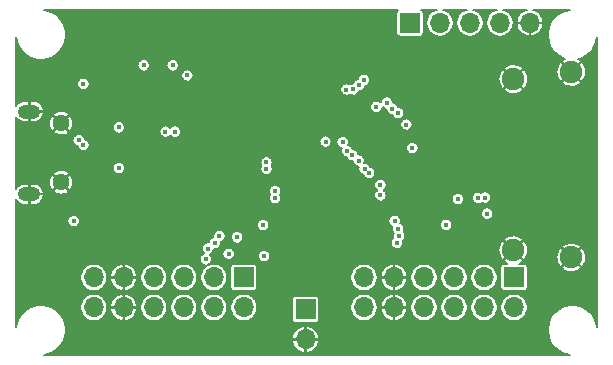
<source format=gbr>
G04 #@! TF.GenerationSoftware,KiCad,Pcbnew,5.1.5+dfsg1-2build2*
G04 #@! TF.CreationDate,2020-11-18T17:14:58+00:00*
G04 #@! TF.ProjectId,picodvi,7069636f-6476-4692-9e6b-696361645f70,rev?*
G04 #@! TF.SameCoordinates,Original*
G04 #@! TF.FileFunction,Copper,L2,Inr*
G04 #@! TF.FilePolarity,Positive*
%FSLAX46Y46*%
G04 Gerber Fmt 4.6, Leading zero omitted, Abs format (unit mm)*
G04 Created by KiCad (PCBNEW 5.1.5+dfsg1-2build2) date 2020-11-18 17:14:58*
%MOMM*%
%LPD*%
G04 APERTURE LIST*
%ADD10O,1.700000X1.700000*%
%ADD11R,1.700000X1.700000*%
%ADD12C,1.900000*%
%ADD13C,1.450000*%
%ADD14O,1.900000X1.200000*%
%ADD15C,0.450000*%
%ADD16C,0.200000*%
G04 APERTURE END LIST*
D10*
X229854760Y-110591600D03*
X229854760Y-108051600D03*
X232394760Y-110591600D03*
X232394760Y-108051600D03*
X234934760Y-110591600D03*
X234934760Y-108051600D03*
X237474760Y-110591600D03*
X237474760Y-108051600D03*
X240014760Y-110591600D03*
X240014760Y-108051600D03*
X242554760Y-110591600D03*
D11*
X242554760Y-108051600D03*
X233745000Y-86500000D03*
D10*
X236285000Y-86500000D03*
X238825000Y-86500000D03*
X241365000Y-86500000D03*
X243905000Y-86500000D03*
D12*
X247400000Y-90650000D03*
X247400000Y-106350000D03*
X242500000Y-91250000D03*
X242500000Y-105750000D03*
D13*
X204212500Y-95000000D03*
X204212500Y-100000000D03*
D14*
X201512500Y-94000000D03*
X201512500Y-101000000D03*
D11*
X219684600Y-108051600D03*
D10*
X219684600Y-110591600D03*
X217144600Y-108051600D03*
X217144600Y-110591600D03*
X214604600Y-108051600D03*
X214604600Y-110591600D03*
X212064600Y-108051600D03*
X212064600Y-110591600D03*
X209524600Y-108051600D03*
X209524600Y-110591600D03*
X206984600Y-108051600D03*
X206984600Y-110591600D03*
D11*
X224917000Y-110744000D03*
D10*
X224917000Y-113284000D03*
D15*
X233450000Y-95100000D03*
X233950000Y-97100000D03*
X228050000Y-96600000D03*
X226600000Y-96550000D03*
X231250000Y-101100000D03*
X230900000Y-93600000D03*
X231250000Y-100200000D03*
X229400000Y-98150000D03*
X213850000Y-95700000D03*
X213050000Y-95700000D03*
X236800000Y-103600000D03*
X205270000Y-103280000D03*
X222340000Y-100740000D03*
X222330000Y-101330000D03*
X213650000Y-90100000D03*
X221410000Y-106250000D03*
X231500000Y-96250000D03*
X242850000Y-94250000D03*
X242850000Y-95750000D03*
X242850000Y-97250000D03*
X242850000Y-98750000D03*
X240500000Y-101750000D03*
X243000000Y-101750000D03*
X230250000Y-95500000D03*
X231000000Y-96750000D03*
X232250000Y-97500000D03*
X206750000Y-97200000D03*
X207500000Y-97950000D03*
X213050000Y-97900000D03*
X213850000Y-97900000D03*
X235250000Y-99350000D03*
X232000000Y-101800000D03*
X230670000Y-101780000D03*
X238700000Y-107520000D03*
X223140000Y-103190000D03*
X221490000Y-102780000D03*
X238260000Y-92250000D03*
X237300000Y-91120000D03*
X238130000Y-90310000D03*
X232100000Y-88640000D03*
X233930000Y-92810000D03*
X228760000Y-91320000D03*
X227440000Y-92570000D03*
X217870000Y-92850000D03*
X237300000Y-100550000D03*
X249500000Y-88500000D03*
X246500000Y-85500000D03*
X203500000Y-85500000D03*
X200500000Y-88500000D03*
X200500000Y-111500000D03*
X203500000Y-114500000D03*
X246500000Y-114500000D03*
X249500000Y-111500000D03*
X225900000Y-95850000D03*
X226050000Y-97300000D03*
X210450000Y-97150000D03*
X210450000Y-98100000D03*
X224150000Y-97750000D03*
X224350000Y-99800000D03*
X220900000Y-99450000D03*
X226950000Y-105100000D03*
X236150000Y-111150000D03*
X238550000Y-111350000D03*
X240600000Y-111750000D03*
X222200000Y-97750000D03*
X218100000Y-97200000D03*
X216750000Y-98400000D03*
X235450000Y-106800000D03*
X241050000Y-107300000D03*
X240375000Y-94250000D03*
X240375000Y-95750000D03*
X240375000Y-97250000D03*
X240375000Y-98750000D03*
X239725000Y-99600000D03*
X238200000Y-100750000D03*
X239740000Y-93470000D03*
X235220000Y-93870000D03*
X236910000Y-92910000D03*
X235500000Y-91720000D03*
X220210000Y-109340000D03*
X217880000Y-109110000D03*
X215300000Y-109150000D03*
X215990000Y-105550000D03*
X212770000Y-109140000D03*
X220590000Y-106160000D03*
X225640000Y-105070000D03*
X225640000Y-100920000D03*
X222080000Y-106290000D03*
X231380000Y-89400000D03*
X223140000Y-101200000D03*
X223140000Y-104800000D03*
X232760748Y-94135960D03*
X228450000Y-97350000D03*
X230300000Y-99200000D03*
X229899992Y-98849992D03*
X232250000Y-93750000D03*
X228850000Y-97700000D03*
X209100000Y-95350000D03*
X209100000Y-98800008D03*
X240274970Y-102650000D03*
X205694939Y-96444939D03*
X221600000Y-98310000D03*
X206105061Y-96855061D03*
X221600000Y-98890000D03*
X232449924Y-103250000D03*
X232747577Y-103940827D03*
X232836118Y-104534271D03*
X232636352Y-105113951D03*
X216460000Y-106520000D03*
X216640000Y-105599992D03*
X218390000Y-106060000D03*
X217230000Y-105149982D03*
X219120033Y-104650000D03*
X217620000Y-104530000D03*
X237810000Y-101430000D03*
X211200000Y-90100000D03*
X231789782Y-93250010D03*
X221330000Y-103610000D03*
X214900000Y-90949996D03*
X228364132Y-92138145D03*
X206100000Y-91650000D03*
X239515574Y-101310625D03*
X229442458Y-91773935D03*
X240122355Y-101280994D03*
X229836335Y-91321304D03*
X228964140Y-92136186D03*
D16*
G36*
X232727523Y-85399353D02*
G01*
X232681842Y-85436842D01*
X232644353Y-85482523D01*
X232616496Y-85534640D01*
X232599341Y-85591190D01*
X232593549Y-85650000D01*
X232593549Y-87350000D01*
X232599341Y-87408810D01*
X232616496Y-87465360D01*
X232644353Y-87517477D01*
X232681842Y-87563158D01*
X232727523Y-87600647D01*
X232779640Y-87628504D01*
X232836190Y-87645659D01*
X232895000Y-87651451D01*
X234595000Y-87651451D01*
X234653810Y-87645659D01*
X234710360Y-87628504D01*
X234762477Y-87600647D01*
X234808158Y-87563158D01*
X234845647Y-87517477D01*
X234873504Y-87465360D01*
X234890659Y-87408810D01*
X234896451Y-87350000D01*
X234896451Y-85650000D01*
X234890659Y-85591190D01*
X234873504Y-85534640D01*
X234845647Y-85482523D01*
X234808158Y-85436842D01*
X234762477Y-85399353D01*
X234716916Y-85375000D01*
X236046052Y-85375000D01*
X235949557Y-85394194D01*
X235740271Y-85480884D01*
X235551918Y-85606737D01*
X235391737Y-85766918D01*
X235265884Y-85955271D01*
X235179194Y-86164557D01*
X235135000Y-86386735D01*
X235135000Y-86613265D01*
X235179194Y-86835443D01*
X235265884Y-87044729D01*
X235391737Y-87233082D01*
X235551918Y-87393263D01*
X235740271Y-87519116D01*
X235949557Y-87605806D01*
X236171735Y-87650000D01*
X236398265Y-87650000D01*
X236620443Y-87605806D01*
X236829729Y-87519116D01*
X237018082Y-87393263D01*
X237178263Y-87233082D01*
X237304116Y-87044729D01*
X237390806Y-86835443D01*
X237435000Y-86613265D01*
X237435000Y-86386735D01*
X237390806Y-86164557D01*
X237304116Y-85955271D01*
X237178263Y-85766918D01*
X237018082Y-85606737D01*
X236829729Y-85480884D01*
X236620443Y-85394194D01*
X236523948Y-85375000D01*
X238586052Y-85375000D01*
X238489557Y-85394194D01*
X238280271Y-85480884D01*
X238091918Y-85606737D01*
X237931737Y-85766918D01*
X237805884Y-85955271D01*
X237719194Y-86164557D01*
X237675000Y-86386735D01*
X237675000Y-86613265D01*
X237719194Y-86835443D01*
X237805884Y-87044729D01*
X237931737Y-87233082D01*
X238091918Y-87393263D01*
X238280271Y-87519116D01*
X238489557Y-87605806D01*
X238711735Y-87650000D01*
X238938265Y-87650000D01*
X239160443Y-87605806D01*
X239369729Y-87519116D01*
X239558082Y-87393263D01*
X239718263Y-87233082D01*
X239844116Y-87044729D01*
X239930806Y-86835443D01*
X239975000Y-86613265D01*
X239975000Y-86386735D01*
X239930806Y-86164557D01*
X239844116Y-85955271D01*
X239718263Y-85766918D01*
X239558082Y-85606737D01*
X239369729Y-85480884D01*
X239160443Y-85394194D01*
X239063948Y-85375000D01*
X241126052Y-85375000D01*
X241029557Y-85394194D01*
X240820271Y-85480884D01*
X240631918Y-85606737D01*
X240471737Y-85766918D01*
X240345884Y-85955271D01*
X240259194Y-86164557D01*
X240215000Y-86386735D01*
X240215000Y-86613265D01*
X240259194Y-86835443D01*
X240345884Y-87044729D01*
X240471737Y-87233082D01*
X240631918Y-87393263D01*
X240820271Y-87519116D01*
X241029557Y-87605806D01*
X241251735Y-87650000D01*
X241478265Y-87650000D01*
X241700443Y-87605806D01*
X241909729Y-87519116D01*
X242098082Y-87393263D01*
X242258263Y-87233082D01*
X242384116Y-87044729D01*
X242470806Y-86835443D01*
X242496842Y-86704549D01*
X242773337Y-86704549D01*
X242834987Y-86921395D01*
X242937757Y-87122047D01*
X243077698Y-87298794D01*
X243249431Y-87444844D01*
X243446357Y-87554584D01*
X243660909Y-87623797D01*
X243700451Y-87631662D01*
X243880000Y-87574709D01*
X243880000Y-86525000D01*
X243930000Y-86525000D01*
X243930000Y-87574709D01*
X244109549Y-87631662D01*
X244149091Y-87623797D01*
X244363643Y-87554584D01*
X244560569Y-87444844D01*
X244732302Y-87298794D01*
X244872243Y-87122047D01*
X244975013Y-86921395D01*
X245036663Y-86704549D01*
X244979729Y-86525000D01*
X243930000Y-86525000D01*
X243880000Y-86525000D01*
X242830271Y-86525000D01*
X242773337Y-86704549D01*
X242496842Y-86704549D01*
X242515000Y-86613265D01*
X242515000Y-86386735D01*
X242470806Y-86164557D01*
X242384116Y-85955271D01*
X242258263Y-85766918D01*
X242098082Y-85606737D01*
X241909729Y-85480884D01*
X241700443Y-85394194D01*
X241603948Y-85375000D01*
X243666957Y-85375000D01*
X243660909Y-85376203D01*
X243446357Y-85445416D01*
X243249431Y-85555156D01*
X243077698Y-85701206D01*
X242937757Y-85877953D01*
X242834987Y-86078605D01*
X242773337Y-86295451D01*
X242830271Y-86475000D01*
X243880000Y-86475000D01*
X243880000Y-86455000D01*
X243930000Y-86455000D01*
X243930000Y-86475000D01*
X244979729Y-86475000D01*
X245036663Y-86295451D01*
X244975013Y-86078605D01*
X244872243Y-85877953D01*
X244732302Y-85701206D01*
X244560569Y-85555156D01*
X244363643Y-85445416D01*
X244149091Y-85376203D01*
X244143043Y-85375000D01*
X246981662Y-85375000D01*
X247274500Y-85403713D01*
X246887453Y-85480702D01*
X246505277Y-85639004D01*
X246161328Y-85868823D01*
X245868823Y-86161328D01*
X245639004Y-86505277D01*
X245480702Y-86887453D01*
X245400000Y-87293168D01*
X245400000Y-87706832D01*
X245480702Y-88112547D01*
X245639004Y-88494723D01*
X245868823Y-88838672D01*
X246161328Y-89131177D01*
X246505277Y-89360996D01*
X246875477Y-89514337D01*
X246722531Y-89592320D01*
X246682085Y-89619343D01*
X246582738Y-89797383D01*
X247400000Y-90614645D01*
X248217262Y-89797383D01*
X248117915Y-89619343D01*
X247984624Y-89544744D01*
X248112547Y-89519298D01*
X248494723Y-89360996D01*
X248838672Y-89131177D01*
X249131177Y-88838672D01*
X249360996Y-88494723D01*
X249519298Y-88112547D01*
X249596237Y-87725748D01*
X249624995Y-87999360D01*
X249625000Y-88000733D01*
X249625001Y-111981652D01*
X249596287Y-112274500D01*
X249519298Y-111887453D01*
X249360996Y-111505277D01*
X249131177Y-111161328D01*
X248838672Y-110868823D01*
X248494723Y-110639004D01*
X248112547Y-110480702D01*
X247706832Y-110400000D01*
X247293168Y-110400000D01*
X246887453Y-110480702D01*
X246505277Y-110639004D01*
X246161328Y-110868823D01*
X245868823Y-111161328D01*
X245639004Y-111505277D01*
X245480702Y-111887453D01*
X245400000Y-112293168D01*
X245400000Y-112706832D01*
X245480702Y-113112547D01*
X245639004Y-113494723D01*
X245868823Y-113838672D01*
X246161328Y-114131177D01*
X246505277Y-114360996D01*
X246887453Y-114519298D01*
X247274252Y-114596237D01*
X247000640Y-114624995D01*
X246999267Y-114625000D01*
X203018337Y-114625000D01*
X202725500Y-114596287D01*
X203112547Y-114519298D01*
X203494723Y-114360996D01*
X203838672Y-114131177D01*
X204131177Y-113838672D01*
X204360996Y-113494723D01*
X204363553Y-113488549D01*
X223785338Y-113488549D01*
X223793203Y-113528091D01*
X223862416Y-113742643D01*
X223972156Y-113939569D01*
X224118206Y-114111302D01*
X224294953Y-114251243D01*
X224495605Y-114354013D01*
X224712451Y-114415663D01*
X224892000Y-114358729D01*
X224892000Y-113309000D01*
X224942000Y-113309000D01*
X224942000Y-114358729D01*
X225121549Y-114415663D01*
X225338395Y-114354013D01*
X225539047Y-114251243D01*
X225715794Y-114111302D01*
X225861844Y-113939569D01*
X225971584Y-113742643D01*
X226040797Y-113528091D01*
X226048662Y-113488549D01*
X225991709Y-113309000D01*
X224942000Y-113309000D01*
X224892000Y-113309000D01*
X223842291Y-113309000D01*
X223785338Y-113488549D01*
X204363553Y-113488549D01*
X204519298Y-113112547D01*
X204525881Y-113079451D01*
X223785338Y-113079451D01*
X223842291Y-113259000D01*
X224892000Y-113259000D01*
X224892000Y-112209271D01*
X224942000Y-112209271D01*
X224942000Y-113259000D01*
X225991709Y-113259000D01*
X226048662Y-113079451D01*
X226040797Y-113039909D01*
X225971584Y-112825357D01*
X225861844Y-112628431D01*
X225715794Y-112456698D01*
X225539047Y-112316757D01*
X225338395Y-112213987D01*
X225121549Y-112152337D01*
X224942000Y-112209271D01*
X224892000Y-112209271D01*
X224712451Y-112152337D01*
X224495605Y-112213987D01*
X224294953Y-112316757D01*
X224118206Y-112456698D01*
X223972156Y-112628431D01*
X223862416Y-112825357D01*
X223793203Y-113039909D01*
X223785338Y-113079451D01*
X204525881Y-113079451D01*
X204600000Y-112706832D01*
X204600000Y-112293168D01*
X204519298Y-111887453D01*
X204360996Y-111505277D01*
X204131177Y-111161328D01*
X203838672Y-110868823D01*
X203494723Y-110639004D01*
X203112547Y-110480702D01*
X203100648Y-110478335D01*
X205834600Y-110478335D01*
X205834600Y-110704865D01*
X205878794Y-110927043D01*
X205965484Y-111136329D01*
X206091337Y-111324682D01*
X206251518Y-111484863D01*
X206439871Y-111610716D01*
X206649157Y-111697406D01*
X206871335Y-111741600D01*
X207097865Y-111741600D01*
X207320043Y-111697406D01*
X207529329Y-111610716D01*
X207717682Y-111484863D01*
X207877863Y-111324682D01*
X208003716Y-111136329D01*
X208090406Y-110927043D01*
X208116442Y-110796149D01*
X208392937Y-110796149D01*
X208454587Y-111012995D01*
X208557357Y-111213647D01*
X208697298Y-111390394D01*
X208869031Y-111536444D01*
X209065957Y-111646184D01*
X209280509Y-111715397D01*
X209320051Y-111723262D01*
X209499600Y-111666309D01*
X209499600Y-110616600D01*
X209549600Y-110616600D01*
X209549600Y-111666309D01*
X209729149Y-111723262D01*
X209768691Y-111715397D01*
X209983243Y-111646184D01*
X210180169Y-111536444D01*
X210351902Y-111390394D01*
X210491843Y-111213647D01*
X210594613Y-111012995D01*
X210656263Y-110796149D01*
X210599329Y-110616600D01*
X209549600Y-110616600D01*
X209499600Y-110616600D01*
X208449871Y-110616600D01*
X208392937Y-110796149D01*
X208116442Y-110796149D01*
X208134600Y-110704865D01*
X208134600Y-110478335D01*
X208116443Y-110387051D01*
X208392937Y-110387051D01*
X208449871Y-110566600D01*
X209499600Y-110566600D01*
X209499600Y-109516891D01*
X209549600Y-109516891D01*
X209549600Y-110566600D01*
X210599329Y-110566600D01*
X210627317Y-110478335D01*
X210914600Y-110478335D01*
X210914600Y-110704865D01*
X210958794Y-110927043D01*
X211045484Y-111136329D01*
X211171337Y-111324682D01*
X211331518Y-111484863D01*
X211519871Y-111610716D01*
X211729157Y-111697406D01*
X211951335Y-111741600D01*
X212177865Y-111741600D01*
X212400043Y-111697406D01*
X212609329Y-111610716D01*
X212797682Y-111484863D01*
X212957863Y-111324682D01*
X213083716Y-111136329D01*
X213170406Y-110927043D01*
X213214600Y-110704865D01*
X213214600Y-110478335D01*
X213454600Y-110478335D01*
X213454600Y-110704865D01*
X213498794Y-110927043D01*
X213585484Y-111136329D01*
X213711337Y-111324682D01*
X213871518Y-111484863D01*
X214059871Y-111610716D01*
X214269157Y-111697406D01*
X214491335Y-111741600D01*
X214717865Y-111741600D01*
X214940043Y-111697406D01*
X215149329Y-111610716D01*
X215337682Y-111484863D01*
X215497863Y-111324682D01*
X215623716Y-111136329D01*
X215710406Y-110927043D01*
X215754600Y-110704865D01*
X215754600Y-110478335D01*
X215994600Y-110478335D01*
X215994600Y-110704865D01*
X216038794Y-110927043D01*
X216125484Y-111136329D01*
X216251337Y-111324682D01*
X216411518Y-111484863D01*
X216599871Y-111610716D01*
X216809157Y-111697406D01*
X217031335Y-111741600D01*
X217257865Y-111741600D01*
X217480043Y-111697406D01*
X217689329Y-111610716D01*
X217877682Y-111484863D01*
X218037863Y-111324682D01*
X218163716Y-111136329D01*
X218250406Y-110927043D01*
X218294600Y-110704865D01*
X218294600Y-110478335D01*
X218534600Y-110478335D01*
X218534600Y-110704865D01*
X218578794Y-110927043D01*
X218665484Y-111136329D01*
X218791337Y-111324682D01*
X218951518Y-111484863D01*
X219139871Y-111610716D01*
X219349157Y-111697406D01*
X219571335Y-111741600D01*
X219797865Y-111741600D01*
X220020043Y-111697406D01*
X220229329Y-111610716D01*
X220417682Y-111484863D01*
X220577863Y-111324682D01*
X220703716Y-111136329D01*
X220790406Y-110927043D01*
X220834600Y-110704865D01*
X220834600Y-110478335D01*
X220790406Y-110256157D01*
X220703716Y-110046871D01*
X220601572Y-109894000D01*
X223765549Y-109894000D01*
X223765549Y-111594000D01*
X223771341Y-111652810D01*
X223788496Y-111709360D01*
X223816353Y-111761477D01*
X223853842Y-111807158D01*
X223899523Y-111844647D01*
X223951640Y-111872504D01*
X224008190Y-111889659D01*
X224067000Y-111895451D01*
X225767000Y-111895451D01*
X225825810Y-111889659D01*
X225882360Y-111872504D01*
X225934477Y-111844647D01*
X225980158Y-111807158D01*
X226017647Y-111761477D01*
X226045504Y-111709360D01*
X226062659Y-111652810D01*
X226068451Y-111594000D01*
X226068451Y-110478335D01*
X228704760Y-110478335D01*
X228704760Y-110704865D01*
X228748954Y-110927043D01*
X228835644Y-111136329D01*
X228961497Y-111324682D01*
X229121678Y-111484863D01*
X229310031Y-111610716D01*
X229519317Y-111697406D01*
X229741495Y-111741600D01*
X229968025Y-111741600D01*
X230190203Y-111697406D01*
X230399489Y-111610716D01*
X230587842Y-111484863D01*
X230748023Y-111324682D01*
X230873876Y-111136329D01*
X230960566Y-110927043D01*
X230986602Y-110796149D01*
X231263097Y-110796149D01*
X231324747Y-111012995D01*
X231427517Y-111213647D01*
X231567458Y-111390394D01*
X231739191Y-111536444D01*
X231936117Y-111646184D01*
X232150669Y-111715397D01*
X232190211Y-111723262D01*
X232369760Y-111666309D01*
X232369760Y-110616600D01*
X232419760Y-110616600D01*
X232419760Y-111666309D01*
X232599309Y-111723262D01*
X232638851Y-111715397D01*
X232853403Y-111646184D01*
X233050329Y-111536444D01*
X233222062Y-111390394D01*
X233362003Y-111213647D01*
X233464773Y-111012995D01*
X233526423Y-110796149D01*
X233469489Y-110616600D01*
X232419760Y-110616600D01*
X232369760Y-110616600D01*
X231320031Y-110616600D01*
X231263097Y-110796149D01*
X230986602Y-110796149D01*
X231004760Y-110704865D01*
X231004760Y-110478335D01*
X230986603Y-110387051D01*
X231263097Y-110387051D01*
X231320031Y-110566600D01*
X232369760Y-110566600D01*
X232369760Y-109516891D01*
X232419760Y-109516891D01*
X232419760Y-110566600D01*
X233469489Y-110566600D01*
X233497477Y-110478335D01*
X233784760Y-110478335D01*
X233784760Y-110704865D01*
X233828954Y-110927043D01*
X233915644Y-111136329D01*
X234041497Y-111324682D01*
X234201678Y-111484863D01*
X234390031Y-111610716D01*
X234599317Y-111697406D01*
X234821495Y-111741600D01*
X235048025Y-111741600D01*
X235270203Y-111697406D01*
X235479489Y-111610716D01*
X235667842Y-111484863D01*
X235828023Y-111324682D01*
X235953876Y-111136329D01*
X236040566Y-110927043D01*
X236084760Y-110704865D01*
X236084760Y-110478335D01*
X236324760Y-110478335D01*
X236324760Y-110704865D01*
X236368954Y-110927043D01*
X236455644Y-111136329D01*
X236581497Y-111324682D01*
X236741678Y-111484863D01*
X236930031Y-111610716D01*
X237139317Y-111697406D01*
X237361495Y-111741600D01*
X237588025Y-111741600D01*
X237810203Y-111697406D01*
X238019489Y-111610716D01*
X238207842Y-111484863D01*
X238368023Y-111324682D01*
X238493876Y-111136329D01*
X238580566Y-110927043D01*
X238624760Y-110704865D01*
X238624760Y-110478335D01*
X238864760Y-110478335D01*
X238864760Y-110704865D01*
X238908954Y-110927043D01*
X238995644Y-111136329D01*
X239121497Y-111324682D01*
X239281678Y-111484863D01*
X239470031Y-111610716D01*
X239679317Y-111697406D01*
X239901495Y-111741600D01*
X240128025Y-111741600D01*
X240350203Y-111697406D01*
X240559489Y-111610716D01*
X240747842Y-111484863D01*
X240908023Y-111324682D01*
X241033876Y-111136329D01*
X241120566Y-110927043D01*
X241164760Y-110704865D01*
X241164760Y-110478335D01*
X241404760Y-110478335D01*
X241404760Y-110704865D01*
X241448954Y-110927043D01*
X241535644Y-111136329D01*
X241661497Y-111324682D01*
X241821678Y-111484863D01*
X242010031Y-111610716D01*
X242219317Y-111697406D01*
X242441495Y-111741600D01*
X242668025Y-111741600D01*
X242890203Y-111697406D01*
X243099489Y-111610716D01*
X243287842Y-111484863D01*
X243448023Y-111324682D01*
X243573876Y-111136329D01*
X243660566Y-110927043D01*
X243704760Y-110704865D01*
X243704760Y-110478335D01*
X243660566Y-110256157D01*
X243573876Y-110046871D01*
X243448023Y-109858518D01*
X243287842Y-109698337D01*
X243099489Y-109572484D01*
X242890203Y-109485794D01*
X242668025Y-109441600D01*
X242441495Y-109441600D01*
X242219317Y-109485794D01*
X242010031Y-109572484D01*
X241821678Y-109698337D01*
X241661497Y-109858518D01*
X241535644Y-110046871D01*
X241448954Y-110256157D01*
X241404760Y-110478335D01*
X241164760Y-110478335D01*
X241120566Y-110256157D01*
X241033876Y-110046871D01*
X240908023Y-109858518D01*
X240747842Y-109698337D01*
X240559489Y-109572484D01*
X240350203Y-109485794D01*
X240128025Y-109441600D01*
X239901495Y-109441600D01*
X239679317Y-109485794D01*
X239470031Y-109572484D01*
X239281678Y-109698337D01*
X239121497Y-109858518D01*
X238995644Y-110046871D01*
X238908954Y-110256157D01*
X238864760Y-110478335D01*
X238624760Y-110478335D01*
X238580566Y-110256157D01*
X238493876Y-110046871D01*
X238368023Y-109858518D01*
X238207842Y-109698337D01*
X238019489Y-109572484D01*
X237810203Y-109485794D01*
X237588025Y-109441600D01*
X237361495Y-109441600D01*
X237139317Y-109485794D01*
X236930031Y-109572484D01*
X236741678Y-109698337D01*
X236581497Y-109858518D01*
X236455644Y-110046871D01*
X236368954Y-110256157D01*
X236324760Y-110478335D01*
X236084760Y-110478335D01*
X236040566Y-110256157D01*
X235953876Y-110046871D01*
X235828023Y-109858518D01*
X235667842Y-109698337D01*
X235479489Y-109572484D01*
X235270203Y-109485794D01*
X235048025Y-109441600D01*
X234821495Y-109441600D01*
X234599317Y-109485794D01*
X234390031Y-109572484D01*
X234201678Y-109698337D01*
X234041497Y-109858518D01*
X233915644Y-110046871D01*
X233828954Y-110256157D01*
X233784760Y-110478335D01*
X233497477Y-110478335D01*
X233526423Y-110387051D01*
X233464773Y-110170205D01*
X233362003Y-109969553D01*
X233222062Y-109792806D01*
X233050329Y-109646756D01*
X232853403Y-109537016D01*
X232638851Y-109467803D01*
X232599309Y-109459938D01*
X232419760Y-109516891D01*
X232369760Y-109516891D01*
X232190211Y-109459938D01*
X232150669Y-109467803D01*
X231936117Y-109537016D01*
X231739191Y-109646756D01*
X231567458Y-109792806D01*
X231427517Y-109969553D01*
X231324747Y-110170205D01*
X231263097Y-110387051D01*
X230986603Y-110387051D01*
X230960566Y-110256157D01*
X230873876Y-110046871D01*
X230748023Y-109858518D01*
X230587842Y-109698337D01*
X230399489Y-109572484D01*
X230190203Y-109485794D01*
X229968025Y-109441600D01*
X229741495Y-109441600D01*
X229519317Y-109485794D01*
X229310031Y-109572484D01*
X229121678Y-109698337D01*
X228961497Y-109858518D01*
X228835644Y-110046871D01*
X228748954Y-110256157D01*
X228704760Y-110478335D01*
X226068451Y-110478335D01*
X226068451Y-109894000D01*
X226062659Y-109835190D01*
X226045504Y-109778640D01*
X226017647Y-109726523D01*
X225980158Y-109680842D01*
X225934477Y-109643353D01*
X225882360Y-109615496D01*
X225825810Y-109598341D01*
X225767000Y-109592549D01*
X224067000Y-109592549D01*
X224008190Y-109598341D01*
X223951640Y-109615496D01*
X223899523Y-109643353D01*
X223853842Y-109680842D01*
X223816353Y-109726523D01*
X223788496Y-109778640D01*
X223771341Y-109835190D01*
X223765549Y-109894000D01*
X220601572Y-109894000D01*
X220577863Y-109858518D01*
X220417682Y-109698337D01*
X220229329Y-109572484D01*
X220020043Y-109485794D01*
X219797865Y-109441600D01*
X219571335Y-109441600D01*
X219349157Y-109485794D01*
X219139871Y-109572484D01*
X218951518Y-109698337D01*
X218791337Y-109858518D01*
X218665484Y-110046871D01*
X218578794Y-110256157D01*
X218534600Y-110478335D01*
X218294600Y-110478335D01*
X218250406Y-110256157D01*
X218163716Y-110046871D01*
X218037863Y-109858518D01*
X217877682Y-109698337D01*
X217689329Y-109572484D01*
X217480043Y-109485794D01*
X217257865Y-109441600D01*
X217031335Y-109441600D01*
X216809157Y-109485794D01*
X216599871Y-109572484D01*
X216411518Y-109698337D01*
X216251337Y-109858518D01*
X216125484Y-110046871D01*
X216038794Y-110256157D01*
X215994600Y-110478335D01*
X215754600Y-110478335D01*
X215710406Y-110256157D01*
X215623716Y-110046871D01*
X215497863Y-109858518D01*
X215337682Y-109698337D01*
X215149329Y-109572484D01*
X214940043Y-109485794D01*
X214717865Y-109441600D01*
X214491335Y-109441600D01*
X214269157Y-109485794D01*
X214059871Y-109572484D01*
X213871518Y-109698337D01*
X213711337Y-109858518D01*
X213585484Y-110046871D01*
X213498794Y-110256157D01*
X213454600Y-110478335D01*
X213214600Y-110478335D01*
X213170406Y-110256157D01*
X213083716Y-110046871D01*
X212957863Y-109858518D01*
X212797682Y-109698337D01*
X212609329Y-109572484D01*
X212400043Y-109485794D01*
X212177865Y-109441600D01*
X211951335Y-109441600D01*
X211729157Y-109485794D01*
X211519871Y-109572484D01*
X211331518Y-109698337D01*
X211171337Y-109858518D01*
X211045484Y-110046871D01*
X210958794Y-110256157D01*
X210914600Y-110478335D01*
X210627317Y-110478335D01*
X210656263Y-110387051D01*
X210594613Y-110170205D01*
X210491843Y-109969553D01*
X210351902Y-109792806D01*
X210180169Y-109646756D01*
X209983243Y-109537016D01*
X209768691Y-109467803D01*
X209729149Y-109459938D01*
X209549600Y-109516891D01*
X209499600Y-109516891D01*
X209320051Y-109459938D01*
X209280509Y-109467803D01*
X209065957Y-109537016D01*
X208869031Y-109646756D01*
X208697298Y-109792806D01*
X208557357Y-109969553D01*
X208454587Y-110170205D01*
X208392937Y-110387051D01*
X208116443Y-110387051D01*
X208090406Y-110256157D01*
X208003716Y-110046871D01*
X207877863Y-109858518D01*
X207717682Y-109698337D01*
X207529329Y-109572484D01*
X207320043Y-109485794D01*
X207097865Y-109441600D01*
X206871335Y-109441600D01*
X206649157Y-109485794D01*
X206439871Y-109572484D01*
X206251518Y-109698337D01*
X206091337Y-109858518D01*
X205965484Y-110046871D01*
X205878794Y-110256157D01*
X205834600Y-110478335D01*
X203100648Y-110478335D01*
X202706832Y-110400000D01*
X202293168Y-110400000D01*
X201887453Y-110480702D01*
X201505277Y-110639004D01*
X201161328Y-110868823D01*
X200868823Y-111161328D01*
X200639004Y-111505277D01*
X200480702Y-111887453D01*
X200403763Y-112274252D01*
X200375005Y-112000640D01*
X200375000Y-111999267D01*
X200375000Y-107938335D01*
X205834600Y-107938335D01*
X205834600Y-108164865D01*
X205878794Y-108387043D01*
X205965484Y-108596329D01*
X206091337Y-108784682D01*
X206251518Y-108944863D01*
X206439871Y-109070716D01*
X206649157Y-109157406D01*
X206871335Y-109201600D01*
X207097865Y-109201600D01*
X207320043Y-109157406D01*
X207529329Y-109070716D01*
X207717682Y-108944863D01*
X207877863Y-108784682D01*
X208003716Y-108596329D01*
X208090406Y-108387043D01*
X208116442Y-108256149D01*
X208392937Y-108256149D01*
X208454587Y-108472995D01*
X208557357Y-108673647D01*
X208697298Y-108850394D01*
X208869031Y-108996444D01*
X209065957Y-109106184D01*
X209280509Y-109175397D01*
X209320051Y-109183262D01*
X209499600Y-109126309D01*
X209499600Y-108076600D01*
X209549600Y-108076600D01*
X209549600Y-109126309D01*
X209729149Y-109183262D01*
X209768691Y-109175397D01*
X209983243Y-109106184D01*
X210180169Y-108996444D01*
X210351902Y-108850394D01*
X210491843Y-108673647D01*
X210594613Y-108472995D01*
X210656263Y-108256149D01*
X210599329Y-108076600D01*
X209549600Y-108076600D01*
X209499600Y-108076600D01*
X208449871Y-108076600D01*
X208392937Y-108256149D01*
X208116442Y-108256149D01*
X208134600Y-108164865D01*
X208134600Y-107938335D01*
X208116443Y-107847051D01*
X208392937Y-107847051D01*
X208449871Y-108026600D01*
X209499600Y-108026600D01*
X209499600Y-106976891D01*
X209549600Y-106976891D01*
X209549600Y-108026600D01*
X210599329Y-108026600D01*
X210627317Y-107938335D01*
X210914600Y-107938335D01*
X210914600Y-108164865D01*
X210958794Y-108387043D01*
X211045484Y-108596329D01*
X211171337Y-108784682D01*
X211331518Y-108944863D01*
X211519871Y-109070716D01*
X211729157Y-109157406D01*
X211951335Y-109201600D01*
X212177865Y-109201600D01*
X212400043Y-109157406D01*
X212609329Y-109070716D01*
X212797682Y-108944863D01*
X212957863Y-108784682D01*
X213083716Y-108596329D01*
X213170406Y-108387043D01*
X213214600Y-108164865D01*
X213214600Y-107938335D01*
X213454600Y-107938335D01*
X213454600Y-108164865D01*
X213498794Y-108387043D01*
X213585484Y-108596329D01*
X213711337Y-108784682D01*
X213871518Y-108944863D01*
X214059871Y-109070716D01*
X214269157Y-109157406D01*
X214491335Y-109201600D01*
X214717865Y-109201600D01*
X214940043Y-109157406D01*
X215149329Y-109070716D01*
X215337682Y-108944863D01*
X215497863Y-108784682D01*
X215623716Y-108596329D01*
X215710406Y-108387043D01*
X215754600Y-108164865D01*
X215754600Y-107938335D01*
X215994600Y-107938335D01*
X215994600Y-108164865D01*
X216038794Y-108387043D01*
X216125484Y-108596329D01*
X216251337Y-108784682D01*
X216411518Y-108944863D01*
X216599871Y-109070716D01*
X216809157Y-109157406D01*
X217031335Y-109201600D01*
X217257865Y-109201600D01*
X217480043Y-109157406D01*
X217689329Y-109070716D01*
X217877682Y-108944863D01*
X218037863Y-108784682D01*
X218163716Y-108596329D01*
X218250406Y-108387043D01*
X218294600Y-108164865D01*
X218294600Y-107938335D01*
X218250406Y-107716157D01*
X218163716Y-107506871D01*
X218037863Y-107318518D01*
X217920945Y-107201600D01*
X218533149Y-107201600D01*
X218533149Y-108901600D01*
X218538941Y-108960410D01*
X218556096Y-109016960D01*
X218583953Y-109069077D01*
X218621442Y-109114758D01*
X218667123Y-109152247D01*
X218719240Y-109180104D01*
X218775790Y-109197259D01*
X218834600Y-109203051D01*
X220534600Y-109203051D01*
X220593410Y-109197259D01*
X220649960Y-109180104D01*
X220702077Y-109152247D01*
X220747758Y-109114758D01*
X220785247Y-109069077D01*
X220813104Y-109016960D01*
X220830259Y-108960410D01*
X220836051Y-108901600D01*
X220836051Y-107938335D01*
X228704760Y-107938335D01*
X228704760Y-108164865D01*
X228748954Y-108387043D01*
X228835644Y-108596329D01*
X228961497Y-108784682D01*
X229121678Y-108944863D01*
X229310031Y-109070716D01*
X229519317Y-109157406D01*
X229741495Y-109201600D01*
X229968025Y-109201600D01*
X230190203Y-109157406D01*
X230399489Y-109070716D01*
X230587842Y-108944863D01*
X230748023Y-108784682D01*
X230873876Y-108596329D01*
X230960566Y-108387043D01*
X230986602Y-108256149D01*
X231263097Y-108256149D01*
X231324747Y-108472995D01*
X231427517Y-108673647D01*
X231567458Y-108850394D01*
X231739191Y-108996444D01*
X231936117Y-109106184D01*
X232150669Y-109175397D01*
X232190211Y-109183262D01*
X232369760Y-109126309D01*
X232369760Y-108076600D01*
X232419760Y-108076600D01*
X232419760Y-109126309D01*
X232599309Y-109183262D01*
X232638851Y-109175397D01*
X232853403Y-109106184D01*
X233050329Y-108996444D01*
X233222062Y-108850394D01*
X233362003Y-108673647D01*
X233464773Y-108472995D01*
X233526423Y-108256149D01*
X233469489Y-108076600D01*
X232419760Y-108076600D01*
X232369760Y-108076600D01*
X231320031Y-108076600D01*
X231263097Y-108256149D01*
X230986602Y-108256149D01*
X231004760Y-108164865D01*
X231004760Y-107938335D01*
X230986603Y-107847051D01*
X231263097Y-107847051D01*
X231320031Y-108026600D01*
X232369760Y-108026600D01*
X232369760Y-106976891D01*
X232419760Y-106976891D01*
X232419760Y-108026600D01*
X233469489Y-108026600D01*
X233497477Y-107938335D01*
X233784760Y-107938335D01*
X233784760Y-108164865D01*
X233828954Y-108387043D01*
X233915644Y-108596329D01*
X234041497Y-108784682D01*
X234201678Y-108944863D01*
X234390031Y-109070716D01*
X234599317Y-109157406D01*
X234821495Y-109201600D01*
X235048025Y-109201600D01*
X235270203Y-109157406D01*
X235479489Y-109070716D01*
X235667842Y-108944863D01*
X235828023Y-108784682D01*
X235953876Y-108596329D01*
X236040566Y-108387043D01*
X236084760Y-108164865D01*
X236084760Y-107938335D01*
X236324760Y-107938335D01*
X236324760Y-108164865D01*
X236368954Y-108387043D01*
X236455644Y-108596329D01*
X236581497Y-108784682D01*
X236741678Y-108944863D01*
X236930031Y-109070716D01*
X237139317Y-109157406D01*
X237361495Y-109201600D01*
X237588025Y-109201600D01*
X237810203Y-109157406D01*
X238019489Y-109070716D01*
X238207842Y-108944863D01*
X238368023Y-108784682D01*
X238493876Y-108596329D01*
X238580566Y-108387043D01*
X238624760Y-108164865D01*
X238624760Y-107938335D01*
X238864760Y-107938335D01*
X238864760Y-108164865D01*
X238908954Y-108387043D01*
X238995644Y-108596329D01*
X239121497Y-108784682D01*
X239281678Y-108944863D01*
X239470031Y-109070716D01*
X239679317Y-109157406D01*
X239901495Y-109201600D01*
X240128025Y-109201600D01*
X240350203Y-109157406D01*
X240559489Y-109070716D01*
X240747842Y-108944863D01*
X240908023Y-108784682D01*
X241033876Y-108596329D01*
X241120566Y-108387043D01*
X241164760Y-108164865D01*
X241164760Y-107938335D01*
X241120566Y-107716157D01*
X241033876Y-107506871D01*
X240908023Y-107318518D01*
X240791105Y-107201600D01*
X241403309Y-107201600D01*
X241403309Y-108901600D01*
X241409101Y-108960410D01*
X241426256Y-109016960D01*
X241454113Y-109069077D01*
X241491602Y-109114758D01*
X241537283Y-109152247D01*
X241589400Y-109180104D01*
X241645950Y-109197259D01*
X241704760Y-109203051D01*
X243404760Y-109203051D01*
X243463570Y-109197259D01*
X243520120Y-109180104D01*
X243572237Y-109152247D01*
X243617918Y-109114758D01*
X243655407Y-109069077D01*
X243683264Y-109016960D01*
X243700419Y-108960410D01*
X243706211Y-108901600D01*
X243706211Y-107202617D01*
X246582738Y-107202617D01*
X246682085Y-107380657D01*
X246896951Y-107500912D01*
X247131149Y-107576937D01*
X247375678Y-107605812D01*
X247621143Y-107586426D01*
X247858108Y-107519526D01*
X248077469Y-107407680D01*
X248117915Y-107380657D01*
X248217262Y-107202617D01*
X247400000Y-106385355D01*
X246582738Y-107202617D01*
X243706211Y-107202617D01*
X243706211Y-107201600D01*
X243700419Y-107142790D01*
X243683264Y-107086240D01*
X243655407Y-107034123D01*
X243617918Y-106988442D01*
X243572237Y-106950953D01*
X243520120Y-106923096D01*
X243463570Y-106905941D01*
X243404760Y-106900149D01*
X242996112Y-106900149D01*
X243177469Y-106807680D01*
X243217915Y-106780657D01*
X243317262Y-106602617D01*
X242500000Y-105785355D01*
X241682738Y-106602617D01*
X241782085Y-106780657D01*
X241995588Y-106900149D01*
X241704760Y-106900149D01*
X241645950Y-106905941D01*
X241589400Y-106923096D01*
X241537283Y-106950953D01*
X241491602Y-106988442D01*
X241454113Y-107034123D01*
X241426256Y-107086240D01*
X241409101Y-107142790D01*
X241403309Y-107201600D01*
X240791105Y-107201600D01*
X240747842Y-107158337D01*
X240559489Y-107032484D01*
X240350203Y-106945794D01*
X240128025Y-106901600D01*
X239901495Y-106901600D01*
X239679317Y-106945794D01*
X239470031Y-107032484D01*
X239281678Y-107158337D01*
X239121497Y-107318518D01*
X238995644Y-107506871D01*
X238908954Y-107716157D01*
X238864760Y-107938335D01*
X238624760Y-107938335D01*
X238580566Y-107716157D01*
X238493876Y-107506871D01*
X238368023Y-107318518D01*
X238207842Y-107158337D01*
X238019489Y-107032484D01*
X237810203Y-106945794D01*
X237588025Y-106901600D01*
X237361495Y-106901600D01*
X237139317Y-106945794D01*
X236930031Y-107032484D01*
X236741678Y-107158337D01*
X236581497Y-107318518D01*
X236455644Y-107506871D01*
X236368954Y-107716157D01*
X236324760Y-107938335D01*
X236084760Y-107938335D01*
X236040566Y-107716157D01*
X235953876Y-107506871D01*
X235828023Y-107318518D01*
X235667842Y-107158337D01*
X235479489Y-107032484D01*
X235270203Y-106945794D01*
X235048025Y-106901600D01*
X234821495Y-106901600D01*
X234599317Y-106945794D01*
X234390031Y-107032484D01*
X234201678Y-107158337D01*
X234041497Y-107318518D01*
X233915644Y-107506871D01*
X233828954Y-107716157D01*
X233784760Y-107938335D01*
X233497477Y-107938335D01*
X233526423Y-107847051D01*
X233464773Y-107630205D01*
X233362003Y-107429553D01*
X233222062Y-107252806D01*
X233050329Y-107106756D01*
X232853403Y-106997016D01*
X232638851Y-106927803D01*
X232599309Y-106919938D01*
X232419760Y-106976891D01*
X232369760Y-106976891D01*
X232190211Y-106919938D01*
X232150669Y-106927803D01*
X231936117Y-106997016D01*
X231739191Y-107106756D01*
X231567458Y-107252806D01*
X231427517Y-107429553D01*
X231324747Y-107630205D01*
X231263097Y-107847051D01*
X230986603Y-107847051D01*
X230960566Y-107716157D01*
X230873876Y-107506871D01*
X230748023Y-107318518D01*
X230587842Y-107158337D01*
X230399489Y-107032484D01*
X230190203Y-106945794D01*
X229968025Y-106901600D01*
X229741495Y-106901600D01*
X229519317Y-106945794D01*
X229310031Y-107032484D01*
X229121678Y-107158337D01*
X228961497Y-107318518D01*
X228835644Y-107506871D01*
X228748954Y-107716157D01*
X228704760Y-107938335D01*
X220836051Y-107938335D01*
X220836051Y-107201600D01*
X220830259Y-107142790D01*
X220813104Y-107086240D01*
X220785247Y-107034123D01*
X220747758Y-106988442D01*
X220702077Y-106950953D01*
X220649960Y-106923096D01*
X220593410Y-106905941D01*
X220534600Y-106900149D01*
X218834600Y-106900149D01*
X218775790Y-106905941D01*
X218719240Y-106923096D01*
X218667123Y-106950953D01*
X218621442Y-106988442D01*
X218583953Y-107034123D01*
X218556096Y-107086240D01*
X218538941Y-107142790D01*
X218533149Y-107201600D01*
X217920945Y-107201600D01*
X217877682Y-107158337D01*
X217689329Y-107032484D01*
X217480043Y-106945794D01*
X217257865Y-106901600D01*
X217031335Y-106901600D01*
X216809157Y-106945794D01*
X216599871Y-107032484D01*
X216411518Y-107158337D01*
X216251337Y-107318518D01*
X216125484Y-107506871D01*
X216038794Y-107716157D01*
X215994600Y-107938335D01*
X215754600Y-107938335D01*
X215710406Y-107716157D01*
X215623716Y-107506871D01*
X215497863Y-107318518D01*
X215337682Y-107158337D01*
X215149329Y-107032484D01*
X214940043Y-106945794D01*
X214717865Y-106901600D01*
X214491335Y-106901600D01*
X214269157Y-106945794D01*
X214059871Y-107032484D01*
X213871518Y-107158337D01*
X213711337Y-107318518D01*
X213585484Y-107506871D01*
X213498794Y-107716157D01*
X213454600Y-107938335D01*
X213214600Y-107938335D01*
X213170406Y-107716157D01*
X213083716Y-107506871D01*
X212957863Y-107318518D01*
X212797682Y-107158337D01*
X212609329Y-107032484D01*
X212400043Y-106945794D01*
X212177865Y-106901600D01*
X211951335Y-106901600D01*
X211729157Y-106945794D01*
X211519871Y-107032484D01*
X211331518Y-107158337D01*
X211171337Y-107318518D01*
X211045484Y-107506871D01*
X210958794Y-107716157D01*
X210914600Y-107938335D01*
X210627317Y-107938335D01*
X210656263Y-107847051D01*
X210594613Y-107630205D01*
X210491843Y-107429553D01*
X210351902Y-107252806D01*
X210180169Y-107106756D01*
X209983243Y-106997016D01*
X209768691Y-106927803D01*
X209729149Y-106919938D01*
X209549600Y-106976891D01*
X209499600Y-106976891D01*
X209320051Y-106919938D01*
X209280509Y-106927803D01*
X209065957Y-106997016D01*
X208869031Y-107106756D01*
X208697298Y-107252806D01*
X208557357Y-107429553D01*
X208454587Y-107630205D01*
X208392937Y-107847051D01*
X208116443Y-107847051D01*
X208090406Y-107716157D01*
X208003716Y-107506871D01*
X207877863Y-107318518D01*
X207717682Y-107158337D01*
X207529329Y-107032484D01*
X207320043Y-106945794D01*
X207097865Y-106901600D01*
X206871335Y-106901600D01*
X206649157Y-106945794D01*
X206439871Y-107032484D01*
X206251518Y-107158337D01*
X206091337Y-107318518D01*
X205965484Y-107506871D01*
X205878794Y-107716157D01*
X205834600Y-107938335D01*
X200375000Y-107938335D01*
X200375000Y-106468292D01*
X215935000Y-106468292D01*
X215935000Y-106571708D01*
X215955176Y-106673137D01*
X215994751Y-106768681D01*
X216052206Y-106854668D01*
X216125332Y-106927794D01*
X216211319Y-106985249D01*
X216306863Y-107024824D01*
X216408292Y-107045000D01*
X216511708Y-107045000D01*
X216613137Y-107024824D01*
X216708681Y-106985249D01*
X216794668Y-106927794D01*
X216867794Y-106854668D01*
X216925249Y-106768681D01*
X216964824Y-106673137D01*
X216985000Y-106571708D01*
X216985000Y-106468292D01*
X216964824Y-106366863D01*
X216925249Y-106271319D01*
X216867794Y-106185332D01*
X216794668Y-106112206D01*
X216785794Y-106106277D01*
X216793137Y-106104816D01*
X216888681Y-106065241D01*
X216973910Y-106008292D01*
X217865000Y-106008292D01*
X217865000Y-106111708D01*
X217885176Y-106213137D01*
X217924751Y-106308681D01*
X217982206Y-106394668D01*
X218055332Y-106467794D01*
X218141319Y-106525249D01*
X218236863Y-106564824D01*
X218338292Y-106585000D01*
X218441708Y-106585000D01*
X218543137Y-106564824D01*
X218638681Y-106525249D01*
X218724668Y-106467794D01*
X218797794Y-106394668D01*
X218855249Y-106308681D01*
X218894824Y-106213137D01*
X218897776Y-106198292D01*
X220885000Y-106198292D01*
X220885000Y-106301708D01*
X220905176Y-106403137D01*
X220944751Y-106498681D01*
X221002206Y-106584668D01*
X221075332Y-106657794D01*
X221161319Y-106715249D01*
X221256863Y-106754824D01*
X221358292Y-106775000D01*
X221461708Y-106775000D01*
X221563137Y-106754824D01*
X221658681Y-106715249D01*
X221744668Y-106657794D01*
X221817794Y-106584668D01*
X221875249Y-106498681D01*
X221914824Y-106403137D01*
X221935000Y-106301708D01*
X221935000Y-106198292D01*
X221914824Y-106096863D01*
X221875249Y-106001319D01*
X221817794Y-105915332D01*
X221744668Y-105842206D01*
X221658681Y-105784751D01*
X221563137Y-105745176D01*
X221465117Y-105725678D01*
X241244188Y-105725678D01*
X241263574Y-105971143D01*
X241330474Y-106208108D01*
X241442320Y-106427469D01*
X241469343Y-106467915D01*
X241647383Y-106567262D01*
X242464645Y-105750000D01*
X242535355Y-105750000D01*
X243352617Y-106567262D01*
X243530657Y-106467915D01*
X243610263Y-106325678D01*
X246144188Y-106325678D01*
X246163574Y-106571143D01*
X246230474Y-106808108D01*
X246342320Y-107027469D01*
X246369343Y-107067915D01*
X246547383Y-107167262D01*
X247364645Y-106350000D01*
X247435355Y-106350000D01*
X248252617Y-107167262D01*
X248430657Y-107067915D01*
X248550912Y-106853049D01*
X248626937Y-106618851D01*
X248655812Y-106374322D01*
X248636426Y-106128857D01*
X248569526Y-105891892D01*
X248457680Y-105672531D01*
X248430657Y-105632085D01*
X248252617Y-105532738D01*
X247435355Y-106350000D01*
X247364645Y-106350000D01*
X246547383Y-105532738D01*
X246369343Y-105632085D01*
X246249088Y-105846951D01*
X246173063Y-106081149D01*
X246144188Y-106325678D01*
X243610263Y-106325678D01*
X243650912Y-106253049D01*
X243726937Y-106018851D01*
X243755812Y-105774322D01*
X243736426Y-105528857D01*
X243727541Y-105497383D01*
X246582738Y-105497383D01*
X247400000Y-106314645D01*
X248217262Y-105497383D01*
X248117915Y-105319343D01*
X247903049Y-105199088D01*
X247668851Y-105123063D01*
X247424322Y-105094188D01*
X247178857Y-105113574D01*
X246941892Y-105180474D01*
X246722531Y-105292320D01*
X246682085Y-105319343D01*
X246582738Y-105497383D01*
X243727541Y-105497383D01*
X243669526Y-105291892D01*
X243557680Y-105072531D01*
X243530657Y-105032085D01*
X243352617Y-104932738D01*
X242535355Y-105750000D01*
X242464645Y-105750000D01*
X241647383Y-104932738D01*
X241469343Y-105032085D01*
X241349088Y-105246951D01*
X241273063Y-105481149D01*
X241244188Y-105725678D01*
X221465117Y-105725678D01*
X221461708Y-105725000D01*
X221358292Y-105725000D01*
X221256863Y-105745176D01*
X221161319Y-105784751D01*
X221075332Y-105842206D01*
X221002206Y-105915332D01*
X220944751Y-106001319D01*
X220905176Y-106096863D01*
X220885000Y-106198292D01*
X218897776Y-106198292D01*
X218915000Y-106111708D01*
X218915000Y-106008292D01*
X218894824Y-105906863D01*
X218855249Y-105811319D01*
X218797794Y-105725332D01*
X218724668Y-105652206D01*
X218638681Y-105594751D01*
X218543137Y-105555176D01*
X218441708Y-105535000D01*
X218338292Y-105535000D01*
X218236863Y-105555176D01*
X218141319Y-105594751D01*
X218055332Y-105652206D01*
X217982206Y-105725332D01*
X217924751Y-105811319D01*
X217885176Y-105906863D01*
X217865000Y-106008292D01*
X216973910Y-106008292D01*
X216974668Y-106007786D01*
X217047794Y-105934660D01*
X217105249Y-105848673D01*
X217144824Y-105753129D01*
X217161051Y-105671552D01*
X217178292Y-105674982D01*
X217281708Y-105674982D01*
X217383137Y-105654806D01*
X217478681Y-105615231D01*
X217564668Y-105557776D01*
X217637794Y-105484650D01*
X217695249Y-105398663D01*
X217734824Y-105303119D01*
X217755000Y-105201690D01*
X217755000Y-105098274D01*
X217743549Y-105040709D01*
X217773137Y-105034824D01*
X217868681Y-104995249D01*
X217954668Y-104937794D01*
X218027794Y-104864668D01*
X218085249Y-104778681D01*
X218124824Y-104683137D01*
X218141701Y-104598292D01*
X218595033Y-104598292D01*
X218595033Y-104701708D01*
X218615209Y-104803137D01*
X218654784Y-104898681D01*
X218712239Y-104984668D01*
X218785365Y-105057794D01*
X218871352Y-105115249D01*
X218966896Y-105154824D01*
X219068325Y-105175000D01*
X219171741Y-105175000D01*
X219273170Y-105154824D01*
X219368714Y-105115249D01*
X219454701Y-105057794D01*
X219527827Y-104984668D01*
X219585282Y-104898681D01*
X219624857Y-104803137D01*
X219645033Y-104701708D01*
X219645033Y-104598292D01*
X219624857Y-104496863D01*
X219585282Y-104401319D01*
X219527827Y-104315332D01*
X219454701Y-104242206D01*
X219368714Y-104184751D01*
X219273170Y-104145176D01*
X219171741Y-104125000D01*
X219068325Y-104125000D01*
X218966896Y-104145176D01*
X218871352Y-104184751D01*
X218785365Y-104242206D01*
X218712239Y-104315332D01*
X218654784Y-104401319D01*
X218615209Y-104496863D01*
X218595033Y-104598292D01*
X218141701Y-104598292D01*
X218145000Y-104581708D01*
X218145000Y-104478292D01*
X218124824Y-104376863D01*
X218085249Y-104281319D01*
X218027794Y-104195332D01*
X217954668Y-104122206D01*
X217868681Y-104064751D01*
X217773137Y-104025176D01*
X217671708Y-104005000D01*
X217568292Y-104005000D01*
X217466863Y-104025176D01*
X217371319Y-104064751D01*
X217285332Y-104122206D01*
X217212206Y-104195332D01*
X217154751Y-104281319D01*
X217115176Y-104376863D01*
X217095000Y-104478292D01*
X217095000Y-104581708D01*
X217106451Y-104639273D01*
X217076863Y-104645158D01*
X216981319Y-104684733D01*
X216895332Y-104742188D01*
X216822206Y-104815314D01*
X216764751Y-104901301D01*
X216725176Y-104996845D01*
X216708949Y-105078422D01*
X216691708Y-105074992D01*
X216588292Y-105074992D01*
X216486863Y-105095168D01*
X216391319Y-105134743D01*
X216305332Y-105192198D01*
X216232206Y-105265324D01*
X216174751Y-105351311D01*
X216135176Y-105446855D01*
X216115000Y-105548284D01*
X216115000Y-105651700D01*
X216135176Y-105753129D01*
X216174751Y-105848673D01*
X216232206Y-105934660D01*
X216305332Y-106007786D01*
X216314206Y-106013715D01*
X216306863Y-106015176D01*
X216211319Y-106054751D01*
X216125332Y-106112206D01*
X216052206Y-106185332D01*
X215994751Y-106271319D01*
X215955176Y-106366863D01*
X215935000Y-106468292D01*
X200375000Y-106468292D01*
X200375000Y-103228292D01*
X204745000Y-103228292D01*
X204745000Y-103331708D01*
X204765176Y-103433137D01*
X204804751Y-103528681D01*
X204862206Y-103614668D01*
X204935332Y-103687794D01*
X205021319Y-103745249D01*
X205116863Y-103784824D01*
X205218292Y-103805000D01*
X205321708Y-103805000D01*
X205423137Y-103784824D01*
X205518681Y-103745249D01*
X205604668Y-103687794D01*
X205677794Y-103614668D01*
X205715463Y-103558292D01*
X220805000Y-103558292D01*
X220805000Y-103661708D01*
X220825176Y-103763137D01*
X220864751Y-103858681D01*
X220922206Y-103944668D01*
X220995332Y-104017794D01*
X221081319Y-104075249D01*
X221176863Y-104114824D01*
X221278292Y-104135000D01*
X221381708Y-104135000D01*
X221483137Y-104114824D01*
X221578681Y-104075249D01*
X221664668Y-104017794D01*
X221737794Y-103944668D01*
X221795249Y-103858681D01*
X221834824Y-103763137D01*
X221855000Y-103661708D01*
X221855000Y-103558292D01*
X221834824Y-103456863D01*
X221795249Y-103361319D01*
X221737794Y-103275332D01*
X221664668Y-103202206D01*
X221658811Y-103198292D01*
X231924924Y-103198292D01*
X231924924Y-103301708D01*
X231945100Y-103403137D01*
X231984675Y-103498681D01*
X232042130Y-103584668D01*
X232115256Y-103657794D01*
X232201243Y-103715249D01*
X232262286Y-103740533D01*
X232242753Y-103787690D01*
X232222577Y-103889119D01*
X232222577Y-103992535D01*
X232242753Y-104093964D01*
X232282328Y-104189508D01*
X232339783Y-104275495D01*
X232364721Y-104300433D01*
X232331294Y-104381134D01*
X232311118Y-104482563D01*
X232311118Y-104585979D01*
X232331112Y-104686494D01*
X232301684Y-104706157D01*
X232228558Y-104779283D01*
X232171103Y-104865270D01*
X232131528Y-104960814D01*
X232111352Y-105062243D01*
X232111352Y-105165659D01*
X232131528Y-105267088D01*
X232171103Y-105362632D01*
X232228558Y-105448619D01*
X232301684Y-105521745D01*
X232387671Y-105579200D01*
X232483215Y-105618775D01*
X232584644Y-105638951D01*
X232688060Y-105638951D01*
X232789489Y-105618775D01*
X232885033Y-105579200D01*
X232971020Y-105521745D01*
X233044146Y-105448619D01*
X233101601Y-105362632D01*
X233141176Y-105267088D01*
X233161352Y-105165659D01*
X233161352Y-105062243D01*
X233141358Y-104961728D01*
X233170786Y-104942065D01*
X233215468Y-104897383D01*
X241682738Y-104897383D01*
X242500000Y-105714645D01*
X243317262Y-104897383D01*
X243217915Y-104719343D01*
X243003049Y-104599088D01*
X242768851Y-104523063D01*
X242524322Y-104494188D01*
X242278857Y-104513574D01*
X242041892Y-104580474D01*
X241822531Y-104692320D01*
X241782085Y-104719343D01*
X241682738Y-104897383D01*
X233215468Y-104897383D01*
X233243912Y-104868939D01*
X233301367Y-104782952D01*
X233340942Y-104687408D01*
X233361118Y-104585979D01*
X233361118Y-104482563D01*
X233340942Y-104381134D01*
X233301367Y-104285590D01*
X233243912Y-104199603D01*
X233218974Y-104174665D01*
X233252401Y-104093964D01*
X233272577Y-103992535D01*
X233272577Y-103889119D01*
X233252401Y-103787690D01*
X233212826Y-103692146D01*
X233155371Y-103606159D01*
X233097504Y-103548292D01*
X236275000Y-103548292D01*
X236275000Y-103651708D01*
X236295176Y-103753137D01*
X236334751Y-103848681D01*
X236392206Y-103934668D01*
X236465332Y-104007794D01*
X236551319Y-104065249D01*
X236646863Y-104104824D01*
X236748292Y-104125000D01*
X236851708Y-104125000D01*
X236953137Y-104104824D01*
X237048681Y-104065249D01*
X237134668Y-104007794D01*
X237207794Y-103934668D01*
X237265249Y-103848681D01*
X237304824Y-103753137D01*
X237325000Y-103651708D01*
X237325000Y-103548292D01*
X237304824Y-103446863D01*
X237265249Y-103351319D01*
X237207794Y-103265332D01*
X237134668Y-103192206D01*
X237048681Y-103134751D01*
X236953137Y-103095176D01*
X236851708Y-103075000D01*
X236748292Y-103075000D01*
X236646863Y-103095176D01*
X236551319Y-103134751D01*
X236465332Y-103192206D01*
X236392206Y-103265332D01*
X236334751Y-103351319D01*
X236295176Y-103446863D01*
X236275000Y-103548292D01*
X233097504Y-103548292D01*
X233082245Y-103533033D01*
X232996258Y-103475578D01*
X232935215Y-103450294D01*
X232954748Y-103403137D01*
X232974924Y-103301708D01*
X232974924Y-103198292D01*
X232954748Y-103096863D01*
X232915173Y-103001319D01*
X232857718Y-102915332D01*
X232784592Y-102842206D01*
X232698605Y-102784751D01*
X232603061Y-102745176D01*
X232501632Y-102725000D01*
X232398216Y-102725000D01*
X232296787Y-102745176D01*
X232201243Y-102784751D01*
X232115256Y-102842206D01*
X232042130Y-102915332D01*
X231984675Y-103001319D01*
X231945100Y-103096863D01*
X231924924Y-103198292D01*
X221658811Y-103198292D01*
X221578681Y-103144751D01*
X221483137Y-103105176D01*
X221381708Y-103085000D01*
X221278292Y-103085000D01*
X221176863Y-103105176D01*
X221081319Y-103144751D01*
X220995332Y-103202206D01*
X220922206Y-103275332D01*
X220864751Y-103361319D01*
X220825176Y-103456863D01*
X220805000Y-103558292D01*
X205715463Y-103558292D01*
X205735249Y-103528681D01*
X205774824Y-103433137D01*
X205795000Y-103331708D01*
X205795000Y-103228292D01*
X205774824Y-103126863D01*
X205735249Y-103031319D01*
X205677794Y-102945332D01*
X205604668Y-102872206D01*
X205518681Y-102814751D01*
X205423137Y-102775176D01*
X205321708Y-102755000D01*
X205218292Y-102755000D01*
X205116863Y-102775176D01*
X205021319Y-102814751D01*
X204935332Y-102872206D01*
X204862206Y-102945332D01*
X204804751Y-103031319D01*
X204765176Y-103126863D01*
X204745000Y-103228292D01*
X200375000Y-103228292D01*
X200375000Y-102598292D01*
X239749970Y-102598292D01*
X239749970Y-102701708D01*
X239770146Y-102803137D01*
X239809721Y-102898681D01*
X239867176Y-102984668D01*
X239940302Y-103057794D01*
X240026289Y-103115249D01*
X240121833Y-103154824D01*
X240223262Y-103175000D01*
X240326678Y-103175000D01*
X240428107Y-103154824D01*
X240523651Y-103115249D01*
X240609638Y-103057794D01*
X240682764Y-102984668D01*
X240740219Y-102898681D01*
X240779794Y-102803137D01*
X240799970Y-102701708D01*
X240799970Y-102598292D01*
X240779794Y-102496863D01*
X240740219Y-102401319D01*
X240682764Y-102315332D01*
X240609638Y-102242206D01*
X240523651Y-102184751D01*
X240428107Y-102145176D01*
X240326678Y-102125000D01*
X240223262Y-102125000D01*
X240121833Y-102145176D01*
X240026289Y-102184751D01*
X239940302Y-102242206D01*
X239867176Y-102315332D01*
X239809721Y-102401319D01*
X239770146Y-102496863D01*
X239749970Y-102598292D01*
X200375000Y-102598292D01*
X200375000Y-101428581D01*
X200400288Y-101479226D01*
X200508426Y-101618718D01*
X200641700Y-101734433D01*
X200794988Y-101821924D01*
X200962399Y-101877829D01*
X201137500Y-101900000D01*
X201487500Y-101900000D01*
X201487500Y-101025000D01*
X201537500Y-101025000D01*
X201537500Y-101900000D01*
X201887500Y-101900000D01*
X202062601Y-101877829D01*
X202230012Y-101821924D01*
X202383300Y-101734433D01*
X202516574Y-101618718D01*
X202624712Y-101479226D01*
X202703559Y-101321318D01*
X202715594Y-101278292D01*
X221805000Y-101278292D01*
X221805000Y-101381708D01*
X221825176Y-101483137D01*
X221864751Y-101578681D01*
X221922206Y-101664668D01*
X221995332Y-101737794D01*
X222081319Y-101795249D01*
X222176863Y-101834824D01*
X222278292Y-101855000D01*
X222381708Y-101855000D01*
X222483137Y-101834824D01*
X222578681Y-101795249D01*
X222664668Y-101737794D01*
X222737794Y-101664668D01*
X222795249Y-101578681D01*
X222834824Y-101483137D01*
X222855000Y-101381708D01*
X222855000Y-101278292D01*
X222834824Y-101176863D01*
X222795249Y-101081319D01*
X222769299Y-101042483D01*
X222805249Y-100988681D01*
X222844824Y-100893137D01*
X222865000Y-100791708D01*
X222865000Y-100688292D01*
X222844824Y-100586863D01*
X222805249Y-100491319D01*
X222747794Y-100405332D01*
X222674668Y-100332206D01*
X222588681Y-100274751D01*
X222493137Y-100235176D01*
X222391708Y-100215000D01*
X222288292Y-100215000D01*
X222186863Y-100235176D01*
X222091319Y-100274751D01*
X222005332Y-100332206D01*
X221932206Y-100405332D01*
X221874751Y-100491319D01*
X221835176Y-100586863D01*
X221815000Y-100688292D01*
X221815000Y-100791708D01*
X221835176Y-100893137D01*
X221874751Y-100988681D01*
X221900701Y-101027517D01*
X221864751Y-101081319D01*
X221825176Y-101176863D01*
X221805000Y-101278292D01*
X202715594Y-101278292D01*
X202747166Y-101165429D01*
X202687121Y-101025000D01*
X201537500Y-101025000D01*
X201487500Y-101025000D01*
X201467500Y-101025000D01*
X201467500Y-100975000D01*
X201487500Y-100975000D01*
X201487500Y-100100000D01*
X201537500Y-100100000D01*
X201537500Y-100975000D01*
X202687121Y-100975000D01*
X202747166Y-100834571D01*
X202707482Y-100692705D01*
X203555150Y-100692705D01*
X203627508Y-100847704D01*
X203804128Y-100945542D01*
X203996441Y-101007044D01*
X204197057Y-101029845D01*
X204398268Y-101013070D01*
X204592339Y-100957362D01*
X204771812Y-100864864D01*
X204797492Y-100847704D01*
X204869850Y-100692705D01*
X204212500Y-100035355D01*
X203555150Y-100692705D01*
X202707482Y-100692705D01*
X202703559Y-100678682D01*
X202624712Y-100520774D01*
X202516574Y-100381282D01*
X202383300Y-100265567D01*
X202230012Y-100178076D01*
X202062601Y-100122171D01*
X201887500Y-100100000D01*
X201537500Y-100100000D01*
X201487500Y-100100000D01*
X201137500Y-100100000D01*
X200962399Y-100122171D01*
X200794988Y-100178076D01*
X200641700Y-100265567D01*
X200508426Y-100381282D01*
X200400288Y-100520774D01*
X200375000Y-100571419D01*
X200375000Y-99984557D01*
X203182655Y-99984557D01*
X203199430Y-100185768D01*
X203255138Y-100379839D01*
X203347636Y-100559312D01*
X203364796Y-100584992D01*
X203519795Y-100657350D01*
X204177145Y-100000000D01*
X204247855Y-100000000D01*
X204905205Y-100657350D01*
X205060204Y-100584992D01*
X205158042Y-100408372D01*
X205219544Y-100216059D01*
X205227246Y-100148292D01*
X230725000Y-100148292D01*
X230725000Y-100251708D01*
X230745176Y-100353137D01*
X230784751Y-100448681D01*
X230842206Y-100534668D01*
X230915332Y-100607794D01*
X230978497Y-100650000D01*
X230915332Y-100692206D01*
X230842206Y-100765332D01*
X230784751Y-100851319D01*
X230745176Y-100946863D01*
X230725000Y-101048292D01*
X230725000Y-101151708D01*
X230745176Y-101253137D01*
X230784751Y-101348681D01*
X230842206Y-101434668D01*
X230915332Y-101507794D01*
X231001319Y-101565249D01*
X231096863Y-101604824D01*
X231198292Y-101625000D01*
X231301708Y-101625000D01*
X231403137Y-101604824D01*
X231498681Y-101565249D01*
X231584668Y-101507794D01*
X231657794Y-101434668D01*
X231695463Y-101378292D01*
X237285000Y-101378292D01*
X237285000Y-101481708D01*
X237305176Y-101583137D01*
X237344751Y-101678681D01*
X237402206Y-101764668D01*
X237475332Y-101837794D01*
X237561319Y-101895249D01*
X237656863Y-101934824D01*
X237758292Y-101955000D01*
X237861708Y-101955000D01*
X237963137Y-101934824D01*
X238058681Y-101895249D01*
X238144668Y-101837794D01*
X238217794Y-101764668D01*
X238275249Y-101678681D01*
X238314824Y-101583137D01*
X238335000Y-101481708D01*
X238335000Y-101378292D01*
X238314824Y-101276863D01*
X238307391Y-101258917D01*
X238990574Y-101258917D01*
X238990574Y-101362333D01*
X239010750Y-101463762D01*
X239050325Y-101559306D01*
X239107780Y-101645293D01*
X239180906Y-101718419D01*
X239266893Y-101775874D01*
X239362437Y-101815449D01*
X239463866Y-101835625D01*
X239567282Y-101835625D01*
X239668711Y-101815449D01*
X239764255Y-101775874D01*
X239841137Y-101724503D01*
X239873674Y-101746243D01*
X239969218Y-101785818D01*
X240070647Y-101805994D01*
X240174063Y-101805994D01*
X240275492Y-101785818D01*
X240371036Y-101746243D01*
X240457023Y-101688788D01*
X240530149Y-101615662D01*
X240587604Y-101529675D01*
X240627179Y-101434131D01*
X240647355Y-101332702D01*
X240647355Y-101229286D01*
X240627179Y-101127857D01*
X240587604Y-101032313D01*
X240530149Y-100946326D01*
X240457023Y-100873200D01*
X240371036Y-100815745D01*
X240275492Y-100776170D01*
X240174063Y-100755994D01*
X240070647Y-100755994D01*
X239969218Y-100776170D01*
X239873674Y-100815745D01*
X239796792Y-100867116D01*
X239764255Y-100845376D01*
X239668711Y-100805801D01*
X239567282Y-100785625D01*
X239463866Y-100785625D01*
X239362437Y-100805801D01*
X239266893Y-100845376D01*
X239180906Y-100902831D01*
X239107780Y-100975957D01*
X239050325Y-101061944D01*
X239010750Y-101157488D01*
X238990574Y-101258917D01*
X238307391Y-101258917D01*
X238275249Y-101181319D01*
X238217794Y-101095332D01*
X238144668Y-101022206D01*
X238058681Y-100964751D01*
X237963137Y-100925176D01*
X237861708Y-100905000D01*
X237758292Y-100905000D01*
X237656863Y-100925176D01*
X237561319Y-100964751D01*
X237475332Y-101022206D01*
X237402206Y-101095332D01*
X237344751Y-101181319D01*
X237305176Y-101276863D01*
X237285000Y-101378292D01*
X231695463Y-101378292D01*
X231715249Y-101348681D01*
X231754824Y-101253137D01*
X231775000Y-101151708D01*
X231775000Y-101048292D01*
X231754824Y-100946863D01*
X231715249Y-100851319D01*
X231657794Y-100765332D01*
X231584668Y-100692206D01*
X231521503Y-100650000D01*
X231584668Y-100607794D01*
X231657794Y-100534668D01*
X231715249Y-100448681D01*
X231754824Y-100353137D01*
X231775000Y-100251708D01*
X231775000Y-100148292D01*
X231754824Y-100046863D01*
X231715249Y-99951319D01*
X231657794Y-99865332D01*
X231584668Y-99792206D01*
X231498681Y-99734751D01*
X231403137Y-99695176D01*
X231301708Y-99675000D01*
X231198292Y-99675000D01*
X231096863Y-99695176D01*
X231001319Y-99734751D01*
X230915332Y-99792206D01*
X230842206Y-99865332D01*
X230784751Y-99951319D01*
X230745176Y-100046863D01*
X230725000Y-100148292D01*
X205227246Y-100148292D01*
X205242345Y-100015443D01*
X205225570Y-99814232D01*
X205169862Y-99620161D01*
X205077364Y-99440688D01*
X205060204Y-99415008D01*
X204905205Y-99342650D01*
X204247855Y-100000000D01*
X204177145Y-100000000D01*
X203519795Y-99342650D01*
X203364796Y-99415008D01*
X203266958Y-99591628D01*
X203205456Y-99783941D01*
X203182655Y-99984557D01*
X200375000Y-99984557D01*
X200375000Y-99307295D01*
X203555150Y-99307295D01*
X204212500Y-99964645D01*
X204869850Y-99307295D01*
X204797492Y-99152296D01*
X204620872Y-99054458D01*
X204428559Y-98992956D01*
X204227943Y-98970155D01*
X204026732Y-98986930D01*
X203832661Y-99042638D01*
X203653188Y-99135136D01*
X203627508Y-99152296D01*
X203555150Y-99307295D01*
X200375000Y-99307295D01*
X200375000Y-98748300D01*
X208575000Y-98748300D01*
X208575000Y-98851716D01*
X208595176Y-98953145D01*
X208634751Y-99048689D01*
X208692206Y-99134676D01*
X208765332Y-99207802D01*
X208851319Y-99265257D01*
X208946863Y-99304832D01*
X209048292Y-99325008D01*
X209151708Y-99325008D01*
X209253137Y-99304832D01*
X209348681Y-99265257D01*
X209434668Y-99207802D01*
X209507794Y-99134676D01*
X209565249Y-99048689D01*
X209604824Y-98953145D01*
X209625000Y-98851716D01*
X209625000Y-98748300D01*
X209604824Y-98646871D01*
X209565249Y-98551327D01*
X209507794Y-98465340D01*
X209434668Y-98392214D01*
X209348681Y-98334759D01*
X209253137Y-98295184D01*
X209151708Y-98275008D01*
X209048292Y-98275008D01*
X208946863Y-98295184D01*
X208851319Y-98334759D01*
X208765332Y-98392214D01*
X208692206Y-98465340D01*
X208634751Y-98551327D01*
X208595176Y-98646871D01*
X208575000Y-98748300D01*
X200375000Y-98748300D01*
X200375000Y-98258292D01*
X221075000Y-98258292D01*
X221075000Y-98361708D01*
X221095176Y-98463137D01*
X221134751Y-98558681D01*
X221162360Y-98600000D01*
X221134751Y-98641319D01*
X221095176Y-98736863D01*
X221075000Y-98838292D01*
X221075000Y-98941708D01*
X221095176Y-99043137D01*
X221134751Y-99138681D01*
X221192206Y-99224668D01*
X221265332Y-99297794D01*
X221351319Y-99355249D01*
X221446863Y-99394824D01*
X221548292Y-99415000D01*
X221651708Y-99415000D01*
X221753137Y-99394824D01*
X221848681Y-99355249D01*
X221934668Y-99297794D01*
X222007794Y-99224668D01*
X222065249Y-99138681D01*
X222104824Y-99043137D01*
X222125000Y-98941708D01*
X222125000Y-98838292D01*
X222104824Y-98736863D01*
X222065249Y-98641319D01*
X222037640Y-98600000D01*
X222065249Y-98558681D01*
X222104824Y-98463137D01*
X222125000Y-98361708D01*
X222125000Y-98258292D01*
X222104824Y-98156863D01*
X222065249Y-98061319D01*
X222007794Y-97975332D01*
X221934668Y-97902206D01*
X221848681Y-97844751D01*
X221753137Y-97805176D01*
X221651708Y-97785000D01*
X221548292Y-97785000D01*
X221446863Y-97805176D01*
X221351319Y-97844751D01*
X221265332Y-97902206D01*
X221192206Y-97975332D01*
X221134751Y-98061319D01*
X221095176Y-98156863D01*
X221075000Y-98258292D01*
X200375000Y-98258292D01*
X200375000Y-96393231D01*
X205169939Y-96393231D01*
X205169939Y-96496647D01*
X205190115Y-96598076D01*
X205229690Y-96693620D01*
X205287145Y-96779607D01*
X205360271Y-96852733D01*
X205446258Y-96910188D01*
X205541802Y-96949763D01*
X205590542Y-96959458D01*
X205600237Y-97008198D01*
X205639812Y-97103742D01*
X205697267Y-97189729D01*
X205770393Y-97262855D01*
X205856380Y-97320310D01*
X205951924Y-97359885D01*
X206053353Y-97380061D01*
X206156769Y-97380061D01*
X206258198Y-97359885D01*
X206353742Y-97320310D01*
X206439729Y-97262855D01*
X206512855Y-97189729D01*
X206570310Y-97103742D01*
X206609885Y-97008198D01*
X206630061Y-96906769D01*
X206630061Y-96803353D01*
X206609885Y-96701924D01*
X206570310Y-96606380D01*
X206512855Y-96520393D01*
X206490754Y-96498292D01*
X226075000Y-96498292D01*
X226075000Y-96601708D01*
X226095176Y-96703137D01*
X226134751Y-96798681D01*
X226192206Y-96884668D01*
X226265332Y-96957794D01*
X226351319Y-97015249D01*
X226446863Y-97054824D01*
X226548292Y-97075000D01*
X226651708Y-97075000D01*
X226753137Y-97054824D01*
X226848681Y-97015249D01*
X226934668Y-96957794D01*
X227007794Y-96884668D01*
X227065249Y-96798681D01*
X227104824Y-96703137D01*
X227125000Y-96601708D01*
X227125000Y-96548292D01*
X227525000Y-96548292D01*
X227525000Y-96651708D01*
X227545176Y-96753137D01*
X227584751Y-96848681D01*
X227642206Y-96934668D01*
X227715332Y-97007794D01*
X227801319Y-97065249D01*
X227896863Y-97104824D01*
X227976720Y-97120709D01*
X227945176Y-97196863D01*
X227925000Y-97298292D01*
X227925000Y-97401708D01*
X227945176Y-97503137D01*
X227984751Y-97598681D01*
X228042206Y-97684668D01*
X228115332Y-97757794D01*
X228201319Y-97815249D01*
X228296863Y-97854824D01*
X228350276Y-97865449D01*
X228384751Y-97948681D01*
X228442206Y-98034668D01*
X228515332Y-98107794D01*
X228601319Y-98165249D01*
X228696863Y-98204824D01*
X228798292Y-98225000D01*
X228879633Y-98225000D01*
X228895176Y-98303137D01*
X228934751Y-98398681D01*
X228992206Y-98484668D01*
X229065332Y-98557794D01*
X229151319Y-98615249D01*
X229246863Y-98654824D01*
X229348292Y-98675000D01*
X229404220Y-98675000D01*
X229395168Y-98696855D01*
X229374992Y-98798284D01*
X229374992Y-98901700D01*
X229395168Y-99003129D01*
X229434743Y-99098673D01*
X229492198Y-99184660D01*
X229565324Y-99257786D01*
X229651311Y-99315241D01*
X229746855Y-99354816D01*
X229800273Y-99365442D01*
X229834751Y-99448681D01*
X229892206Y-99534668D01*
X229965332Y-99607794D01*
X230051319Y-99665249D01*
X230146863Y-99704824D01*
X230248292Y-99725000D01*
X230351708Y-99725000D01*
X230453137Y-99704824D01*
X230548681Y-99665249D01*
X230634668Y-99607794D01*
X230707794Y-99534668D01*
X230765249Y-99448681D01*
X230804824Y-99353137D01*
X230825000Y-99251708D01*
X230825000Y-99148292D01*
X230804824Y-99046863D01*
X230765249Y-98951319D01*
X230707794Y-98865332D01*
X230634668Y-98792206D01*
X230548681Y-98734751D01*
X230453137Y-98695176D01*
X230399719Y-98684550D01*
X230365241Y-98601311D01*
X230307786Y-98515324D01*
X230234660Y-98442198D01*
X230148673Y-98384743D01*
X230053129Y-98345168D01*
X229951700Y-98324992D01*
X229895772Y-98324992D01*
X229904824Y-98303137D01*
X229925000Y-98201708D01*
X229925000Y-98098292D01*
X229904824Y-97996863D01*
X229865249Y-97901319D01*
X229807794Y-97815332D01*
X229734668Y-97742206D01*
X229648681Y-97684751D01*
X229553137Y-97645176D01*
X229451708Y-97625000D01*
X229370367Y-97625000D01*
X229354824Y-97546863D01*
X229315249Y-97451319D01*
X229257794Y-97365332D01*
X229184668Y-97292206D01*
X229098681Y-97234751D01*
X229003137Y-97195176D01*
X228949724Y-97184551D01*
X228915249Y-97101319D01*
X228879818Y-97048292D01*
X233425000Y-97048292D01*
X233425000Y-97151708D01*
X233445176Y-97253137D01*
X233484751Y-97348681D01*
X233542206Y-97434668D01*
X233615332Y-97507794D01*
X233701319Y-97565249D01*
X233796863Y-97604824D01*
X233898292Y-97625000D01*
X234001708Y-97625000D01*
X234103137Y-97604824D01*
X234198681Y-97565249D01*
X234284668Y-97507794D01*
X234357794Y-97434668D01*
X234415249Y-97348681D01*
X234454824Y-97253137D01*
X234475000Y-97151708D01*
X234475000Y-97048292D01*
X234454824Y-96946863D01*
X234415249Y-96851319D01*
X234357794Y-96765332D01*
X234284668Y-96692206D01*
X234198681Y-96634751D01*
X234103137Y-96595176D01*
X234001708Y-96575000D01*
X233898292Y-96575000D01*
X233796863Y-96595176D01*
X233701319Y-96634751D01*
X233615332Y-96692206D01*
X233542206Y-96765332D01*
X233484751Y-96851319D01*
X233445176Y-96946863D01*
X233425000Y-97048292D01*
X228879818Y-97048292D01*
X228857794Y-97015332D01*
X228784668Y-96942206D01*
X228698681Y-96884751D01*
X228603137Y-96845176D01*
X228523280Y-96829291D01*
X228554824Y-96753137D01*
X228575000Y-96651708D01*
X228575000Y-96548292D01*
X228554824Y-96446863D01*
X228515249Y-96351319D01*
X228457794Y-96265332D01*
X228384668Y-96192206D01*
X228298681Y-96134751D01*
X228203137Y-96095176D01*
X228101708Y-96075000D01*
X227998292Y-96075000D01*
X227896863Y-96095176D01*
X227801319Y-96134751D01*
X227715332Y-96192206D01*
X227642206Y-96265332D01*
X227584751Y-96351319D01*
X227545176Y-96446863D01*
X227525000Y-96548292D01*
X227125000Y-96548292D01*
X227125000Y-96498292D01*
X227104824Y-96396863D01*
X227065249Y-96301319D01*
X227007794Y-96215332D01*
X226934668Y-96142206D01*
X226848681Y-96084751D01*
X226753137Y-96045176D01*
X226651708Y-96025000D01*
X226548292Y-96025000D01*
X226446863Y-96045176D01*
X226351319Y-96084751D01*
X226265332Y-96142206D01*
X226192206Y-96215332D01*
X226134751Y-96301319D01*
X226095176Y-96396863D01*
X226075000Y-96498292D01*
X206490754Y-96498292D01*
X206439729Y-96447267D01*
X206353742Y-96389812D01*
X206258198Y-96350237D01*
X206209458Y-96340542D01*
X206199763Y-96291802D01*
X206160188Y-96196258D01*
X206102733Y-96110271D01*
X206029607Y-96037145D01*
X205943620Y-95979690D01*
X205848076Y-95940115D01*
X205746647Y-95919939D01*
X205643231Y-95919939D01*
X205541802Y-95940115D01*
X205446258Y-95979690D01*
X205360271Y-96037145D01*
X205287145Y-96110271D01*
X205229690Y-96196258D01*
X205190115Y-96291802D01*
X205169939Y-96393231D01*
X200375000Y-96393231D01*
X200375000Y-95692705D01*
X203555150Y-95692705D01*
X203627508Y-95847704D01*
X203804128Y-95945542D01*
X203996441Y-96007044D01*
X204197057Y-96029845D01*
X204398268Y-96013070D01*
X204592339Y-95957362D01*
X204771812Y-95864864D01*
X204797492Y-95847704D01*
X204869850Y-95692705D01*
X204212500Y-95035355D01*
X203555150Y-95692705D01*
X200375000Y-95692705D01*
X200375000Y-94984557D01*
X203182655Y-94984557D01*
X203199430Y-95185768D01*
X203255138Y-95379839D01*
X203347636Y-95559312D01*
X203364796Y-95584992D01*
X203519795Y-95657350D01*
X204177145Y-95000000D01*
X204247855Y-95000000D01*
X204905205Y-95657350D01*
X205060204Y-95584992D01*
X205158042Y-95408372D01*
X205193245Y-95298292D01*
X208575000Y-95298292D01*
X208575000Y-95401708D01*
X208595176Y-95503137D01*
X208634751Y-95598681D01*
X208692206Y-95684668D01*
X208765332Y-95757794D01*
X208851319Y-95815249D01*
X208946863Y-95854824D01*
X209048292Y-95875000D01*
X209151708Y-95875000D01*
X209253137Y-95854824D01*
X209348681Y-95815249D01*
X209434668Y-95757794D01*
X209507794Y-95684668D01*
X209532099Y-95648292D01*
X212525000Y-95648292D01*
X212525000Y-95751708D01*
X212545176Y-95853137D01*
X212584751Y-95948681D01*
X212642206Y-96034668D01*
X212715332Y-96107794D01*
X212801319Y-96165249D01*
X212896863Y-96204824D01*
X212998292Y-96225000D01*
X213101708Y-96225000D01*
X213203137Y-96204824D01*
X213298681Y-96165249D01*
X213384668Y-96107794D01*
X213450000Y-96042462D01*
X213515332Y-96107794D01*
X213601319Y-96165249D01*
X213696863Y-96204824D01*
X213798292Y-96225000D01*
X213901708Y-96225000D01*
X214003137Y-96204824D01*
X214098681Y-96165249D01*
X214184668Y-96107794D01*
X214257794Y-96034668D01*
X214315249Y-95948681D01*
X214354824Y-95853137D01*
X214375000Y-95751708D01*
X214375000Y-95648292D01*
X214354824Y-95546863D01*
X214315249Y-95451319D01*
X214257794Y-95365332D01*
X214184668Y-95292206D01*
X214098681Y-95234751D01*
X214003137Y-95195176D01*
X213901708Y-95175000D01*
X213798292Y-95175000D01*
X213696863Y-95195176D01*
X213601319Y-95234751D01*
X213515332Y-95292206D01*
X213450000Y-95357538D01*
X213384668Y-95292206D01*
X213298681Y-95234751D01*
X213203137Y-95195176D01*
X213101708Y-95175000D01*
X212998292Y-95175000D01*
X212896863Y-95195176D01*
X212801319Y-95234751D01*
X212715332Y-95292206D01*
X212642206Y-95365332D01*
X212584751Y-95451319D01*
X212545176Y-95546863D01*
X212525000Y-95648292D01*
X209532099Y-95648292D01*
X209565249Y-95598681D01*
X209604824Y-95503137D01*
X209625000Y-95401708D01*
X209625000Y-95298292D01*
X209604824Y-95196863D01*
X209565249Y-95101319D01*
X209529818Y-95048292D01*
X232925000Y-95048292D01*
X232925000Y-95151708D01*
X232945176Y-95253137D01*
X232984751Y-95348681D01*
X233042206Y-95434668D01*
X233115332Y-95507794D01*
X233201319Y-95565249D01*
X233296863Y-95604824D01*
X233398292Y-95625000D01*
X233501708Y-95625000D01*
X233603137Y-95604824D01*
X233698681Y-95565249D01*
X233784668Y-95507794D01*
X233857794Y-95434668D01*
X233915249Y-95348681D01*
X233954824Y-95253137D01*
X233975000Y-95151708D01*
X233975000Y-95048292D01*
X233954824Y-94946863D01*
X233915249Y-94851319D01*
X233857794Y-94765332D01*
X233784668Y-94692206D01*
X233698681Y-94634751D01*
X233603137Y-94595176D01*
X233501708Y-94575000D01*
X233398292Y-94575000D01*
X233296863Y-94595176D01*
X233201319Y-94634751D01*
X233115332Y-94692206D01*
X233042206Y-94765332D01*
X232984751Y-94851319D01*
X232945176Y-94946863D01*
X232925000Y-95048292D01*
X209529818Y-95048292D01*
X209507794Y-95015332D01*
X209434668Y-94942206D01*
X209348681Y-94884751D01*
X209253137Y-94845176D01*
X209151708Y-94825000D01*
X209048292Y-94825000D01*
X208946863Y-94845176D01*
X208851319Y-94884751D01*
X208765332Y-94942206D01*
X208692206Y-95015332D01*
X208634751Y-95101319D01*
X208595176Y-95196863D01*
X208575000Y-95298292D01*
X205193245Y-95298292D01*
X205219544Y-95216059D01*
X205242345Y-95015443D01*
X205225570Y-94814232D01*
X205169862Y-94620161D01*
X205077364Y-94440688D01*
X205060204Y-94415008D01*
X204905205Y-94342650D01*
X204247855Y-95000000D01*
X204177145Y-95000000D01*
X203519795Y-94342650D01*
X203364796Y-94415008D01*
X203266958Y-94591628D01*
X203205456Y-94783941D01*
X203182655Y-94984557D01*
X200375000Y-94984557D01*
X200375000Y-94428581D01*
X200400288Y-94479226D01*
X200508426Y-94618718D01*
X200641700Y-94734433D01*
X200794988Y-94821924D01*
X200962399Y-94877829D01*
X201137500Y-94900000D01*
X201487500Y-94900000D01*
X201487500Y-94025000D01*
X201537500Y-94025000D01*
X201537500Y-94900000D01*
X201887500Y-94900000D01*
X202062601Y-94877829D01*
X202230012Y-94821924D01*
X202383300Y-94734433D01*
X202516574Y-94618718D01*
X202624712Y-94479226D01*
X202703559Y-94321318D01*
X202707481Y-94307295D01*
X203555150Y-94307295D01*
X204212500Y-94964645D01*
X204869850Y-94307295D01*
X204797492Y-94152296D01*
X204620872Y-94054458D01*
X204428559Y-93992956D01*
X204227943Y-93970155D01*
X204026732Y-93986930D01*
X203832661Y-94042638D01*
X203653188Y-94135136D01*
X203627508Y-94152296D01*
X203555150Y-94307295D01*
X202707481Y-94307295D01*
X202747166Y-94165429D01*
X202687121Y-94025000D01*
X201537500Y-94025000D01*
X201487500Y-94025000D01*
X201467500Y-94025000D01*
X201467500Y-93975000D01*
X201487500Y-93975000D01*
X201487500Y-93100000D01*
X201537500Y-93100000D01*
X201537500Y-93975000D01*
X202687121Y-93975000D01*
X202747166Y-93834571D01*
X202703559Y-93678682D01*
X202638453Y-93548292D01*
X230375000Y-93548292D01*
X230375000Y-93651708D01*
X230395176Y-93753137D01*
X230434751Y-93848681D01*
X230492206Y-93934668D01*
X230565332Y-94007794D01*
X230651319Y-94065249D01*
X230746863Y-94104824D01*
X230848292Y-94125000D01*
X230951708Y-94125000D01*
X231053137Y-94104824D01*
X231148681Y-94065249D01*
X231234668Y-94007794D01*
X231307794Y-93934668D01*
X231365249Y-93848681D01*
X231404824Y-93753137D01*
X231425000Y-93651708D01*
X231425000Y-93627690D01*
X231455114Y-93657804D01*
X231541101Y-93715259D01*
X231636645Y-93754834D01*
X231725000Y-93772409D01*
X231725000Y-93801708D01*
X231745176Y-93903137D01*
X231784751Y-93998681D01*
X231842206Y-94084668D01*
X231915332Y-94157794D01*
X232001319Y-94215249D01*
X232096863Y-94254824D01*
X232198292Y-94275000D01*
X232253120Y-94275000D01*
X232255924Y-94289097D01*
X232295499Y-94384641D01*
X232352954Y-94470628D01*
X232426080Y-94543754D01*
X232512067Y-94601209D01*
X232607611Y-94640784D01*
X232709040Y-94660960D01*
X232812456Y-94660960D01*
X232913885Y-94640784D01*
X233009429Y-94601209D01*
X233095416Y-94543754D01*
X233168542Y-94470628D01*
X233225997Y-94384641D01*
X233265572Y-94289097D01*
X233285748Y-94187668D01*
X233285748Y-94084252D01*
X233265572Y-93982823D01*
X233225997Y-93887279D01*
X233168542Y-93801292D01*
X233095416Y-93728166D01*
X233009429Y-93670711D01*
X232913885Y-93631136D01*
X232812456Y-93610960D01*
X232757628Y-93610960D01*
X232754824Y-93596863D01*
X232715249Y-93501319D01*
X232657794Y-93415332D01*
X232584668Y-93342206D01*
X232498681Y-93284751D01*
X232403137Y-93245176D01*
X232314782Y-93227601D01*
X232314782Y-93198302D01*
X232294606Y-93096873D01*
X232255031Y-93001329D01*
X232197576Y-92915342D01*
X232124450Y-92842216D01*
X232038463Y-92784761D01*
X231942919Y-92745186D01*
X231841490Y-92725010D01*
X231738074Y-92725010D01*
X231636645Y-92745186D01*
X231541101Y-92784761D01*
X231455114Y-92842216D01*
X231381988Y-92915342D01*
X231324533Y-93001329D01*
X231284958Y-93096873D01*
X231264782Y-93198302D01*
X231264782Y-93222320D01*
X231234668Y-93192206D01*
X231148681Y-93134751D01*
X231053137Y-93095176D01*
X230951708Y-93075000D01*
X230848292Y-93075000D01*
X230746863Y-93095176D01*
X230651319Y-93134751D01*
X230565332Y-93192206D01*
X230492206Y-93265332D01*
X230434751Y-93351319D01*
X230395176Y-93446863D01*
X230375000Y-93548292D01*
X202638453Y-93548292D01*
X202624712Y-93520774D01*
X202516574Y-93381282D01*
X202383300Y-93265567D01*
X202230012Y-93178076D01*
X202062601Y-93122171D01*
X201887500Y-93100000D01*
X201537500Y-93100000D01*
X201487500Y-93100000D01*
X201137500Y-93100000D01*
X200962399Y-93122171D01*
X200794988Y-93178076D01*
X200641700Y-93265567D01*
X200508426Y-93381282D01*
X200400288Y-93520774D01*
X200375000Y-93571419D01*
X200375000Y-91598292D01*
X205575000Y-91598292D01*
X205575000Y-91701708D01*
X205595176Y-91803137D01*
X205634751Y-91898681D01*
X205692206Y-91984668D01*
X205765332Y-92057794D01*
X205851319Y-92115249D01*
X205946863Y-92154824D01*
X206048292Y-92175000D01*
X206151708Y-92175000D01*
X206253137Y-92154824D01*
X206348681Y-92115249D01*
X206391800Y-92086437D01*
X227839132Y-92086437D01*
X227839132Y-92189853D01*
X227859308Y-92291282D01*
X227898883Y-92386826D01*
X227956338Y-92472813D01*
X228029464Y-92545939D01*
X228115451Y-92603394D01*
X228210995Y-92642969D01*
X228312424Y-92663145D01*
X228415840Y-92663145D01*
X228517269Y-92642969D01*
X228612813Y-92603394D01*
X228665602Y-92568121D01*
X228715459Y-92601435D01*
X228811003Y-92641010D01*
X228912432Y-92661186D01*
X229015848Y-92661186D01*
X229117277Y-92641010D01*
X229212821Y-92601435D01*
X229298808Y-92543980D01*
X229371934Y-92470854D01*
X229429389Y-92384867D01*
X229464983Y-92298935D01*
X229494166Y-92298935D01*
X229595595Y-92278759D01*
X229691139Y-92239184D01*
X229777126Y-92181729D01*
X229850252Y-92108603D01*
X229854251Y-92102617D01*
X241682738Y-92102617D01*
X241782085Y-92280657D01*
X241996951Y-92400912D01*
X242231149Y-92476937D01*
X242475678Y-92505812D01*
X242721143Y-92486426D01*
X242958108Y-92419526D01*
X243177469Y-92307680D01*
X243217915Y-92280657D01*
X243317262Y-92102617D01*
X242500000Y-91285355D01*
X241682738Y-92102617D01*
X229854251Y-92102617D01*
X229907707Y-92022616D01*
X229947282Y-91927072D01*
X229966451Y-91830707D01*
X229989472Y-91826128D01*
X230085016Y-91786553D01*
X230171003Y-91729098D01*
X230244129Y-91655972D01*
X230301584Y-91569985D01*
X230341159Y-91474441D01*
X230361335Y-91373012D01*
X230361335Y-91269596D01*
X230352599Y-91225678D01*
X241244188Y-91225678D01*
X241263574Y-91471143D01*
X241330474Y-91708108D01*
X241442320Y-91927469D01*
X241469343Y-91967915D01*
X241647383Y-92067262D01*
X242464645Y-91250000D01*
X242535355Y-91250000D01*
X243352617Y-92067262D01*
X243530657Y-91967915D01*
X243650912Y-91753049D01*
X243726937Y-91518851D01*
X243728853Y-91502617D01*
X246582738Y-91502617D01*
X246682085Y-91680657D01*
X246896951Y-91800912D01*
X247131149Y-91876937D01*
X247375678Y-91905812D01*
X247621143Y-91886426D01*
X247858108Y-91819526D01*
X248077469Y-91707680D01*
X248117915Y-91680657D01*
X248217262Y-91502617D01*
X247400000Y-90685355D01*
X246582738Y-91502617D01*
X243728853Y-91502617D01*
X243755812Y-91274322D01*
X243736426Y-91028857D01*
X243669526Y-90791892D01*
X243584779Y-90625678D01*
X246144188Y-90625678D01*
X246163574Y-90871143D01*
X246230474Y-91108108D01*
X246342320Y-91327469D01*
X246369343Y-91367915D01*
X246547383Y-91467262D01*
X247364645Y-90650000D01*
X247435355Y-90650000D01*
X248252617Y-91467262D01*
X248430657Y-91367915D01*
X248550912Y-91153049D01*
X248626937Y-90918851D01*
X248655812Y-90674322D01*
X248636426Y-90428857D01*
X248569526Y-90191892D01*
X248457680Y-89972531D01*
X248430657Y-89932085D01*
X248252617Y-89832738D01*
X247435355Y-90650000D01*
X247364645Y-90650000D01*
X246547383Y-89832738D01*
X246369343Y-89932085D01*
X246249088Y-90146951D01*
X246173063Y-90381149D01*
X246144188Y-90625678D01*
X243584779Y-90625678D01*
X243557680Y-90572531D01*
X243530657Y-90532085D01*
X243352617Y-90432738D01*
X242535355Y-91250000D01*
X242464645Y-91250000D01*
X241647383Y-90432738D01*
X241469343Y-90532085D01*
X241349088Y-90746951D01*
X241273063Y-90981149D01*
X241244188Y-91225678D01*
X230352599Y-91225678D01*
X230341159Y-91168167D01*
X230301584Y-91072623D01*
X230244129Y-90986636D01*
X230171003Y-90913510D01*
X230085016Y-90856055D01*
X229989472Y-90816480D01*
X229888043Y-90796304D01*
X229784627Y-90796304D01*
X229683198Y-90816480D01*
X229587654Y-90856055D01*
X229501667Y-90913510D01*
X229428541Y-90986636D01*
X229371086Y-91072623D01*
X229331511Y-91168167D01*
X229312342Y-91264532D01*
X229289321Y-91269111D01*
X229193777Y-91308686D01*
X229107790Y-91366141D01*
X229034664Y-91439267D01*
X228977209Y-91525254D01*
X228941615Y-91611186D01*
X228912432Y-91611186D01*
X228811003Y-91631362D01*
X228715459Y-91670937D01*
X228662670Y-91706210D01*
X228612813Y-91672896D01*
X228517269Y-91633321D01*
X228415840Y-91613145D01*
X228312424Y-91613145D01*
X228210995Y-91633321D01*
X228115451Y-91672896D01*
X228029464Y-91730351D01*
X227956338Y-91803477D01*
X227898883Y-91889464D01*
X227859308Y-91985008D01*
X227839132Y-92086437D01*
X206391800Y-92086437D01*
X206434668Y-92057794D01*
X206507794Y-91984668D01*
X206565249Y-91898681D01*
X206604824Y-91803137D01*
X206625000Y-91701708D01*
X206625000Y-91598292D01*
X206604824Y-91496863D01*
X206565249Y-91401319D01*
X206507794Y-91315332D01*
X206434668Y-91242206D01*
X206348681Y-91184751D01*
X206253137Y-91145176D01*
X206151708Y-91125000D01*
X206048292Y-91125000D01*
X205946863Y-91145176D01*
X205851319Y-91184751D01*
X205765332Y-91242206D01*
X205692206Y-91315332D01*
X205634751Y-91401319D01*
X205595176Y-91496863D01*
X205575000Y-91598292D01*
X200375000Y-91598292D01*
X200375000Y-90898288D01*
X214375000Y-90898288D01*
X214375000Y-91001704D01*
X214395176Y-91103133D01*
X214434751Y-91198677D01*
X214492206Y-91284664D01*
X214565332Y-91357790D01*
X214651319Y-91415245D01*
X214746863Y-91454820D01*
X214848292Y-91474996D01*
X214951708Y-91474996D01*
X215053137Y-91454820D01*
X215148681Y-91415245D01*
X215234668Y-91357790D01*
X215307794Y-91284664D01*
X215365249Y-91198677D01*
X215404824Y-91103133D01*
X215425000Y-91001704D01*
X215425000Y-90898288D01*
X215404824Y-90796859D01*
X215365249Y-90701315D01*
X215307794Y-90615328D01*
X215234668Y-90542202D01*
X215148681Y-90484747D01*
X215053137Y-90445172D01*
X214951708Y-90424996D01*
X214848292Y-90424996D01*
X214746863Y-90445172D01*
X214651319Y-90484747D01*
X214565332Y-90542202D01*
X214492206Y-90615328D01*
X214434751Y-90701315D01*
X214395176Y-90796859D01*
X214375000Y-90898288D01*
X200375000Y-90898288D01*
X200375000Y-90048292D01*
X210675000Y-90048292D01*
X210675000Y-90151708D01*
X210695176Y-90253137D01*
X210734751Y-90348681D01*
X210792206Y-90434668D01*
X210865332Y-90507794D01*
X210951319Y-90565249D01*
X211046863Y-90604824D01*
X211148292Y-90625000D01*
X211251708Y-90625000D01*
X211353137Y-90604824D01*
X211448681Y-90565249D01*
X211534668Y-90507794D01*
X211607794Y-90434668D01*
X211665249Y-90348681D01*
X211704824Y-90253137D01*
X211725000Y-90151708D01*
X211725000Y-90048292D01*
X213125000Y-90048292D01*
X213125000Y-90151708D01*
X213145176Y-90253137D01*
X213184751Y-90348681D01*
X213242206Y-90434668D01*
X213315332Y-90507794D01*
X213401319Y-90565249D01*
X213496863Y-90604824D01*
X213598292Y-90625000D01*
X213701708Y-90625000D01*
X213803137Y-90604824D01*
X213898681Y-90565249D01*
X213984668Y-90507794D01*
X214057794Y-90434668D01*
X214082707Y-90397383D01*
X241682738Y-90397383D01*
X242500000Y-91214645D01*
X243317262Y-90397383D01*
X243217915Y-90219343D01*
X243003049Y-90099088D01*
X242768851Y-90023063D01*
X242524322Y-89994188D01*
X242278857Y-90013574D01*
X242041892Y-90080474D01*
X241822531Y-90192320D01*
X241782085Y-90219343D01*
X241682738Y-90397383D01*
X214082707Y-90397383D01*
X214115249Y-90348681D01*
X214154824Y-90253137D01*
X214175000Y-90151708D01*
X214175000Y-90048292D01*
X214154824Y-89946863D01*
X214115249Y-89851319D01*
X214057794Y-89765332D01*
X213984668Y-89692206D01*
X213898681Y-89634751D01*
X213803137Y-89595176D01*
X213701708Y-89575000D01*
X213598292Y-89575000D01*
X213496863Y-89595176D01*
X213401319Y-89634751D01*
X213315332Y-89692206D01*
X213242206Y-89765332D01*
X213184751Y-89851319D01*
X213145176Y-89946863D01*
X213125000Y-90048292D01*
X211725000Y-90048292D01*
X211704824Y-89946863D01*
X211665249Y-89851319D01*
X211607794Y-89765332D01*
X211534668Y-89692206D01*
X211448681Y-89634751D01*
X211353137Y-89595176D01*
X211251708Y-89575000D01*
X211148292Y-89575000D01*
X211046863Y-89595176D01*
X210951319Y-89634751D01*
X210865332Y-89692206D01*
X210792206Y-89765332D01*
X210734751Y-89851319D01*
X210695176Y-89946863D01*
X210675000Y-90048292D01*
X200375000Y-90048292D01*
X200375000Y-88018338D01*
X200403713Y-87725500D01*
X200480702Y-88112547D01*
X200639004Y-88494723D01*
X200868823Y-88838672D01*
X201161328Y-89131177D01*
X201505277Y-89360996D01*
X201887453Y-89519298D01*
X202293168Y-89600000D01*
X202706832Y-89600000D01*
X203112547Y-89519298D01*
X203494723Y-89360996D01*
X203838672Y-89131177D01*
X204131177Y-88838672D01*
X204360996Y-88494723D01*
X204519298Y-88112547D01*
X204600000Y-87706832D01*
X204600000Y-87293168D01*
X204519298Y-86887453D01*
X204360996Y-86505277D01*
X204131177Y-86161328D01*
X203838672Y-85868823D01*
X203494723Y-85639004D01*
X203112547Y-85480702D01*
X202725748Y-85403763D01*
X202999360Y-85375005D01*
X203000733Y-85375000D01*
X232773084Y-85375000D01*
X232727523Y-85399353D01*
G37*
X232727523Y-85399353D02*
X232681842Y-85436842D01*
X232644353Y-85482523D01*
X232616496Y-85534640D01*
X232599341Y-85591190D01*
X232593549Y-85650000D01*
X232593549Y-87350000D01*
X232599341Y-87408810D01*
X232616496Y-87465360D01*
X232644353Y-87517477D01*
X232681842Y-87563158D01*
X232727523Y-87600647D01*
X232779640Y-87628504D01*
X232836190Y-87645659D01*
X232895000Y-87651451D01*
X234595000Y-87651451D01*
X234653810Y-87645659D01*
X234710360Y-87628504D01*
X234762477Y-87600647D01*
X234808158Y-87563158D01*
X234845647Y-87517477D01*
X234873504Y-87465360D01*
X234890659Y-87408810D01*
X234896451Y-87350000D01*
X234896451Y-85650000D01*
X234890659Y-85591190D01*
X234873504Y-85534640D01*
X234845647Y-85482523D01*
X234808158Y-85436842D01*
X234762477Y-85399353D01*
X234716916Y-85375000D01*
X236046052Y-85375000D01*
X235949557Y-85394194D01*
X235740271Y-85480884D01*
X235551918Y-85606737D01*
X235391737Y-85766918D01*
X235265884Y-85955271D01*
X235179194Y-86164557D01*
X235135000Y-86386735D01*
X235135000Y-86613265D01*
X235179194Y-86835443D01*
X235265884Y-87044729D01*
X235391737Y-87233082D01*
X235551918Y-87393263D01*
X235740271Y-87519116D01*
X235949557Y-87605806D01*
X236171735Y-87650000D01*
X236398265Y-87650000D01*
X236620443Y-87605806D01*
X236829729Y-87519116D01*
X237018082Y-87393263D01*
X237178263Y-87233082D01*
X237304116Y-87044729D01*
X237390806Y-86835443D01*
X237435000Y-86613265D01*
X237435000Y-86386735D01*
X237390806Y-86164557D01*
X237304116Y-85955271D01*
X237178263Y-85766918D01*
X237018082Y-85606737D01*
X236829729Y-85480884D01*
X236620443Y-85394194D01*
X236523948Y-85375000D01*
X238586052Y-85375000D01*
X238489557Y-85394194D01*
X238280271Y-85480884D01*
X238091918Y-85606737D01*
X237931737Y-85766918D01*
X237805884Y-85955271D01*
X237719194Y-86164557D01*
X237675000Y-86386735D01*
X237675000Y-86613265D01*
X237719194Y-86835443D01*
X237805884Y-87044729D01*
X237931737Y-87233082D01*
X238091918Y-87393263D01*
X238280271Y-87519116D01*
X238489557Y-87605806D01*
X238711735Y-87650000D01*
X238938265Y-87650000D01*
X239160443Y-87605806D01*
X239369729Y-87519116D01*
X239558082Y-87393263D01*
X239718263Y-87233082D01*
X239844116Y-87044729D01*
X239930806Y-86835443D01*
X239975000Y-86613265D01*
X239975000Y-86386735D01*
X239930806Y-86164557D01*
X239844116Y-85955271D01*
X239718263Y-85766918D01*
X239558082Y-85606737D01*
X239369729Y-85480884D01*
X239160443Y-85394194D01*
X239063948Y-85375000D01*
X241126052Y-85375000D01*
X241029557Y-85394194D01*
X240820271Y-85480884D01*
X240631918Y-85606737D01*
X240471737Y-85766918D01*
X240345884Y-85955271D01*
X240259194Y-86164557D01*
X240215000Y-86386735D01*
X240215000Y-86613265D01*
X240259194Y-86835443D01*
X240345884Y-87044729D01*
X240471737Y-87233082D01*
X240631918Y-87393263D01*
X240820271Y-87519116D01*
X241029557Y-87605806D01*
X241251735Y-87650000D01*
X241478265Y-87650000D01*
X241700443Y-87605806D01*
X241909729Y-87519116D01*
X242098082Y-87393263D01*
X242258263Y-87233082D01*
X242384116Y-87044729D01*
X242470806Y-86835443D01*
X242496842Y-86704549D01*
X242773337Y-86704549D01*
X242834987Y-86921395D01*
X242937757Y-87122047D01*
X243077698Y-87298794D01*
X243249431Y-87444844D01*
X243446357Y-87554584D01*
X243660909Y-87623797D01*
X243700451Y-87631662D01*
X243880000Y-87574709D01*
X243880000Y-86525000D01*
X243930000Y-86525000D01*
X243930000Y-87574709D01*
X244109549Y-87631662D01*
X244149091Y-87623797D01*
X244363643Y-87554584D01*
X244560569Y-87444844D01*
X244732302Y-87298794D01*
X244872243Y-87122047D01*
X244975013Y-86921395D01*
X245036663Y-86704549D01*
X244979729Y-86525000D01*
X243930000Y-86525000D01*
X243880000Y-86525000D01*
X242830271Y-86525000D01*
X242773337Y-86704549D01*
X242496842Y-86704549D01*
X242515000Y-86613265D01*
X242515000Y-86386735D01*
X242470806Y-86164557D01*
X242384116Y-85955271D01*
X242258263Y-85766918D01*
X242098082Y-85606737D01*
X241909729Y-85480884D01*
X241700443Y-85394194D01*
X241603948Y-85375000D01*
X243666957Y-85375000D01*
X243660909Y-85376203D01*
X243446357Y-85445416D01*
X243249431Y-85555156D01*
X243077698Y-85701206D01*
X242937757Y-85877953D01*
X242834987Y-86078605D01*
X242773337Y-86295451D01*
X242830271Y-86475000D01*
X243880000Y-86475000D01*
X243880000Y-86455000D01*
X243930000Y-86455000D01*
X243930000Y-86475000D01*
X244979729Y-86475000D01*
X245036663Y-86295451D01*
X244975013Y-86078605D01*
X244872243Y-85877953D01*
X244732302Y-85701206D01*
X244560569Y-85555156D01*
X244363643Y-85445416D01*
X244149091Y-85376203D01*
X244143043Y-85375000D01*
X246981662Y-85375000D01*
X247274500Y-85403713D01*
X246887453Y-85480702D01*
X246505277Y-85639004D01*
X246161328Y-85868823D01*
X245868823Y-86161328D01*
X245639004Y-86505277D01*
X245480702Y-86887453D01*
X245400000Y-87293168D01*
X245400000Y-87706832D01*
X245480702Y-88112547D01*
X245639004Y-88494723D01*
X245868823Y-88838672D01*
X246161328Y-89131177D01*
X246505277Y-89360996D01*
X246875477Y-89514337D01*
X246722531Y-89592320D01*
X246682085Y-89619343D01*
X246582738Y-89797383D01*
X247400000Y-90614645D01*
X248217262Y-89797383D01*
X248117915Y-89619343D01*
X247984624Y-89544744D01*
X248112547Y-89519298D01*
X248494723Y-89360996D01*
X248838672Y-89131177D01*
X249131177Y-88838672D01*
X249360996Y-88494723D01*
X249519298Y-88112547D01*
X249596237Y-87725748D01*
X249624995Y-87999360D01*
X249625000Y-88000733D01*
X249625001Y-111981652D01*
X249596287Y-112274500D01*
X249519298Y-111887453D01*
X249360996Y-111505277D01*
X249131177Y-111161328D01*
X248838672Y-110868823D01*
X248494723Y-110639004D01*
X248112547Y-110480702D01*
X247706832Y-110400000D01*
X247293168Y-110400000D01*
X246887453Y-110480702D01*
X246505277Y-110639004D01*
X246161328Y-110868823D01*
X245868823Y-111161328D01*
X245639004Y-111505277D01*
X245480702Y-111887453D01*
X245400000Y-112293168D01*
X245400000Y-112706832D01*
X245480702Y-113112547D01*
X245639004Y-113494723D01*
X245868823Y-113838672D01*
X246161328Y-114131177D01*
X246505277Y-114360996D01*
X246887453Y-114519298D01*
X247274252Y-114596237D01*
X247000640Y-114624995D01*
X246999267Y-114625000D01*
X203018337Y-114625000D01*
X202725500Y-114596287D01*
X203112547Y-114519298D01*
X203494723Y-114360996D01*
X203838672Y-114131177D01*
X204131177Y-113838672D01*
X204360996Y-113494723D01*
X204363553Y-113488549D01*
X223785338Y-113488549D01*
X223793203Y-113528091D01*
X223862416Y-113742643D01*
X223972156Y-113939569D01*
X224118206Y-114111302D01*
X224294953Y-114251243D01*
X224495605Y-114354013D01*
X224712451Y-114415663D01*
X224892000Y-114358729D01*
X224892000Y-113309000D01*
X224942000Y-113309000D01*
X224942000Y-114358729D01*
X225121549Y-114415663D01*
X225338395Y-114354013D01*
X225539047Y-114251243D01*
X225715794Y-114111302D01*
X225861844Y-113939569D01*
X225971584Y-113742643D01*
X226040797Y-113528091D01*
X226048662Y-113488549D01*
X225991709Y-113309000D01*
X224942000Y-113309000D01*
X224892000Y-113309000D01*
X223842291Y-113309000D01*
X223785338Y-113488549D01*
X204363553Y-113488549D01*
X204519298Y-113112547D01*
X204525881Y-113079451D01*
X223785338Y-113079451D01*
X223842291Y-113259000D01*
X224892000Y-113259000D01*
X224892000Y-112209271D01*
X224942000Y-112209271D01*
X224942000Y-113259000D01*
X225991709Y-113259000D01*
X226048662Y-113079451D01*
X226040797Y-113039909D01*
X225971584Y-112825357D01*
X225861844Y-112628431D01*
X225715794Y-112456698D01*
X225539047Y-112316757D01*
X225338395Y-112213987D01*
X225121549Y-112152337D01*
X224942000Y-112209271D01*
X224892000Y-112209271D01*
X224712451Y-112152337D01*
X224495605Y-112213987D01*
X224294953Y-112316757D01*
X224118206Y-112456698D01*
X223972156Y-112628431D01*
X223862416Y-112825357D01*
X223793203Y-113039909D01*
X223785338Y-113079451D01*
X204525881Y-113079451D01*
X204600000Y-112706832D01*
X204600000Y-112293168D01*
X204519298Y-111887453D01*
X204360996Y-111505277D01*
X204131177Y-111161328D01*
X203838672Y-110868823D01*
X203494723Y-110639004D01*
X203112547Y-110480702D01*
X203100648Y-110478335D01*
X205834600Y-110478335D01*
X205834600Y-110704865D01*
X205878794Y-110927043D01*
X205965484Y-111136329D01*
X206091337Y-111324682D01*
X206251518Y-111484863D01*
X206439871Y-111610716D01*
X206649157Y-111697406D01*
X206871335Y-111741600D01*
X207097865Y-111741600D01*
X207320043Y-111697406D01*
X207529329Y-111610716D01*
X207717682Y-111484863D01*
X207877863Y-111324682D01*
X208003716Y-111136329D01*
X208090406Y-110927043D01*
X208116442Y-110796149D01*
X208392937Y-110796149D01*
X208454587Y-111012995D01*
X208557357Y-111213647D01*
X208697298Y-111390394D01*
X208869031Y-111536444D01*
X209065957Y-111646184D01*
X209280509Y-111715397D01*
X209320051Y-111723262D01*
X209499600Y-111666309D01*
X209499600Y-110616600D01*
X209549600Y-110616600D01*
X209549600Y-111666309D01*
X209729149Y-111723262D01*
X209768691Y-111715397D01*
X209983243Y-111646184D01*
X210180169Y-111536444D01*
X210351902Y-111390394D01*
X210491843Y-111213647D01*
X210594613Y-111012995D01*
X210656263Y-110796149D01*
X210599329Y-110616600D01*
X209549600Y-110616600D01*
X209499600Y-110616600D01*
X208449871Y-110616600D01*
X208392937Y-110796149D01*
X208116442Y-110796149D01*
X208134600Y-110704865D01*
X208134600Y-110478335D01*
X208116443Y-110387051D01*
X208392937Y-110387051D01*
X208449871Y-110566600D01*
X209499600Y-110566600D01*
X209499600Y-109516891D01*
X209549600Y-109516891D01*
X209549600Y-110566600D01*
X210599329Y-110566600D01*
X210627317Y-110478335D01*
X210914600Y-110478335D01*
X210914600Y-110704865D01*
X210958794Y-110927043D01*
X211045484Y-111136329D01*
X211171337Y-111324682D01*
X211331518Y-111484863D01*
X211519871Y-111610716D01*
X211729157Y-111697406D01*
X211951335Y-111741600D01*
X212177865Y-111741600D01*
X212400043Y-111697406D01*
X212609329Y-111610716D01*
X212797682Y-111484863D01*
X212957863Y-111324682D01*
X213083716Y-111136329D01*
X213170406Y-110927043D01*
X213214600Y-110704865D01*
X213214600Y-110478335D01*
X213454600Y-110478335D01*
X213454600Y-110704865D01*
X213498794Y-110927043D01*
X213585484Y-111136329D01*
X213711337Y-111324682D01*
X213871518Y-111484863D01*
X214059871Y-111610716D01*
X214269157Y-111697406D01*
X214491335Y-111741600D01*
X214717865Y-111741600D01*
X214940043Y-111697406D01*
X215149329Y-111610716D01*
X215337682Y-111484863D01*
X215497863Y-111324682D01*
X215623716Y-111136329D01*
X215710406Y-110927043D01*
X215754600Y-110704865D01*
X215754600Y-110478335D01*
X215994600Y-110478335D01*
X215994600Y-110704865D01*
X216038794Y-110927043D01*
X216125484Y-111136329D01*
X216251337Y-111324682D01*
X216411518Y-111484863D01*
X216599871Y-111610716D01*
X216809157Y-111697406D01*
X217031335Y-111741600D01*
X217257865Y-111741600D01*
X217480043Y-111697406D01*
X217689329Y-111610716D01*
X217877682Y-111484863D01*
X218037863Y-111324682D01*
X218163716Y-111136329D01*
X218250406Y-110927043D01*
X218294600Y-110704865D01*
X218294600Y-110478335D01*
X218534600Y-110478335D01*
X218534600Y-110704865D01*
X218578794Y-110927043D01*
X218665484Y-111136329D01*
X218791337Y-111324682D01*
X218951518Y-111484863D01*
X219139871Y-111610716D01*
X219349157Y-111697406D01*
X219571335Y-111741600D01*
X219797865Y-111741600D01*
X220020043Y-111697406D01*
X220229329Y-111610716D01*
X220417682Y-111484863D01*
X220577863Y-111324682D01*
X220703716Y-111136329D01*
X220790406Y-110927043D01*
X220834600Y-110704865D01*
X220834600Y-110478335D01*
X220790406Y-110256157D01*
X220703716Y-110046871D01*
X220601572Y-109894000D01*
X223765549Y-109894000D01*
X223765549Y-111594000D01*
X223771341Y-111652810D01*
X223788496Y-111709360D01*
X223816353Y-111761477D01*
X223853842Y-111807158D01*
X223899523Y-111844647D01*
X223951640Y-111872504D01*
X224008190Y-111889659D01*
X224067000Y-111895451D01*
X225767000Y-111895451D01*
X225825810Y-111889659D01*
X225882360Y-111872504D01*
X225934477Y-111844647D01*
X225980158Y-111807158D01*
X226017647Y-111761477D01*
X226045504Y-111709360D01*
X226062659Y-111652810D01*
X226068451Y-111594000D01*
X226068451Y-110478335D01*
X228704760Y-110478335D01*
X228704760Y-110704865D01*
X228748954Y-110927043D01*
X228835644Y-111136329D01*
X228961497Y-111324682D01*
X229121678Y-111484863D01*
X229310031Y-111610716D01*
X229519317Y-111697406D01*
X229741495Y-111741600D01*
X229968025Y-111741600D01*
X230190203Y-111697406D01*
X230399489Y-111610716D01*
X230587842Y-111484863D01*
X230748023Y-111324682D01*
X230873876Y-111136329D01*
X230960566Y-110927043D01*
X230986602Y-110796149D01*
X231263097Y-110796149D01*
X231324747Y-111012995D01*
X231427517Y-111213647D01*
X231567458Y-111390394D01*
X231739191Y-111536444D01*
X231936117Y-111646184D01*
X232150669Y-111715397D01*
X232190211Y-111723262D01*
X232369760Y-111666309D01*
X232369760Y-110616600D01*
X232419760Y-110616600D01*
X232419760Y-111666309D01*
X232599309Y-111723262D01*
X232638851Y-111715397D01*
X232853403Y-111646184D01*
X233050329Y-111536444D01*
X233222062Y-111390394D01*
X233362003Y-111213647D01*
X233464773Y-111012995D01*
X233526423Y-110796149D01*
X233469489Y-110616600D01*
X232419760Y-110616600D01*
X232369760Y-110616600D01*
X231320031Y-110616600D01*
X231263097Y-110796149D01*
X230986602Y-110796149D01*
X231004760Y-110704865D01*
X231004760Y-110478335D01*
X230986603Y-110387051D01*
X231263097Y-110387051D01*
X231320031Y-110566600D01*
X232369760Y-110566600D01*
X232369760Y-109516891D01*
X232419760Y-109516891D01*
X232419760Y-110566600D01*
X233469489Y-110566600D01*
X233497477Y-110478335D01*
X233784760Y-110478335D01*
X233784760Y-110704865D01*
X233828954Y-110927043D01*
X233915644Y-111136329D01*
X234041497Y-111324682D01*
X234201678Y-111484863D01*
X234390031Y-111610716D01*
X234599317Y-111697406D01*
X234821495Y-111741600D01*
X235048025Y-111741600D01*
X235270203Y-111697406D01*
X235479489Y-111610716D01*
X235667842Y-111484863D01*
X235828023Y-111324682D01*
X235953876Y-111136329D01*
X236040566Y-110927043D01*
X236084760Y-110704865D01*
X236084760Y-110478335D01*
X236324760Y-110478335D01*
X236324760Y-110704865D01*
X236368954Y-110927043D01*
X236455644Y-111136329D01*
X236581497Y-111324682D01*
X236741678Y-111484863D01*
X236930031Y-111610716D01*
X237139317Y-111697406D01*
X237361495Y-111741600D01*
X237588025Y-111741600D01*
X237810203Y-111697406D01*
X238019489Y-111610716D01*
X238207842Y-111484863D01*
X238368023Y-111324682D01*
X238493876Y-111136329D01*
X238580566Y-110927043D01*
X238624760Y-110704865D01*
X238624760Y-110478335D01*
X238864760Y-110478335D01*
X238864760Y-110704865D01*
X238908954Y-110927043D01*
X238995644Y-111136329D01*
X239121497Y-111324682D01*
X239281678Y-111484863D01*
X239470031Y-111610716D01*
X239679317Y-111697406D01*
X239901495Y-111741600D01*
X240128025Y-111741600D01*
X240350203Y-111697406D01*
X240559489Y-111610716D01*
X240747842Y-111484863D01*
X240908023Y-111324682D01*
X241033876Y-111136329D01*
X241120566Y-110927043D01*
X241164760Y-110704865D01*
X241164760Y-110478335D01*
X241404760Y-110478335D01*
X241404760Y-110704865D01*
X241448954Y-110927043D01*
X241535644Y-111136329D01*
X241661497Y-111324682D01*
X241821678Y-111484863D01*
X242010031Y-111610716D01*
X242219317Y-111697406D01*
X242441495Y-111741600D01*
X242668025Y-111741600D01*
X242890203Y-111697406D01*
X243099489Y-111610716D01*
X243287842Y-111484863D01*
X243448023Y-111324682D01*
X243573876Y-111136329D01*
X243660566Y-110927043D01*
X243704760Y-110704865D01*
X243704760Y-110478335D01*
X243660566Y-110256157D01*
X243573876Y-110046871D01*
X243448023Y-109858518D01*
X243287842Y-109698337D01*
X243099489Y-109572484D01*
X242890203Y-109485794D01*
X242668025Y-109441600D01*
X242441495Y-109441600D01*
X242219317Y-109485794D01*
X242010031Y-109572484D01*
X241821678Y-109698337D01*
X241661497Y-109858518D01*
X241535644Y-110046871D01*
X241448954Y-110256157D01*
X241404760Y-110478335D01*
X241164760Y-110478335D01*
X241120566Y-110256157D01*
X241033876Y-110046871D01*
X240908023Y-109858518D01*
X240747842Y-109698337D01*
X240559489Y-109572484D01*
X240350203Y-109485794D01*
X240128025Y-109441600D01*
X239901495Y-109441600D01*
X239679317Y-109485794D01*
X239470031Y-109572484D01*
X239281678Y-109698337D01*
X239121497Y-109858518D01*
X238995644Y-110046871D01*
X238908954Y-110256157D01*
X238864760Y-110478335D01*
X238624760Y-110478335D01*
X238580566Y-110256157D01*
X238493876Y-110046871D01*
X238368023Y-109858518D01*
X238207842Y-109698337D01*
X238019489Y-109572484D01*
X237810203Y-109485794D01*
X237588025Y-109441600D01*
X237361495Y-109441600D01*
X237139317Y-109485794D01*
X236930031Y-109572484D01*
X236741678Y-109698337D01*
X236581497Y-109858518D01*
X236455644Y-110046871D01*
X236368954Y-110256157D01*
X236324760Y-110478335D01*
X236084760Y-110478335D01*
X236040566Y-110256157D01*
X235953876Y-110046871D01*
X235828023Y-109858518D01*
X235667842Y-109698337D01*
X235479489Y-109572484D01*
X235270203Y-109485794D01*
X235048025Y-109441600D01*
X234821495Y-109441600D01*
X234599317Y-109485794D01*
X234390031Y-109572484D01*
X234201678Y-109698337D01*
X234041497Y-109858518D01*
X233915644Y-110046871D01*
X233828954Y-110256157D01*
X233784760Y-110478335D01*
X233497477Y-110478335D01*
X233526423Y-110387051D01*
X233464773Y-110170205D01*
X233362003Y-109969553D01*
X233222062Y-109792806D01*
X233050329Y-109646756D01*
X232853403Y-109537016D01*
X232638851Y-109467803D01*
X232599309Y-109459938D01*
X232419760Y-109516891D01*
X232369760Y-109516891D01*
X232190211Y-109459938D01*
X232150669Y-109467803D01*
X231936117Y-109537016D01*
X231739191Y-109646756D01*
X231567458Y-109792806D01*
X231427517Y-109969553D01*
X231324747Y-110170205D01*
X231263097Y-110387051D01*
X230986603Y-110387051D01*
X230960566Y-110256157D01*
X230873876Y-110046871D01*
X230748023Y-109858518D01*
X230587842Y-109698337D01*
X230399489Y-109572484D01*
X230190203Y-109485794D01*
X229968025Y-109441600D01*
X229741495Y-109441600D01*
X229519317Y-109485794D01*
X229310031Y-109572484D01*
X229121678Y-109698337D01*
X228961497Y-109858518D01*
X228835644Y-110046871D01*
X228748954Y-110256157D01*
X228704760Y-110478335D01*
X226068451Y-110478335D01*
X226068451Y-109894000D01*
X226062659Y-109835190D01*
X226045504Y-109778640D01*
X226017647Y-109726523D01*
X225980158Y-109680842D01*
X225934477Y-109643353D01*
X225882360Y-109615496D01*
X225825810Y-109598341D01*
X225767000Y-109592549D01*
X224067000Y-109592549D01*
X224008190Y-109598341D01*
X223951640Y-109615496D01*
X223899523Y-109643353D01*
X223853842Y-109680842D01*
X223816353Y-109726523D01*
X223788496Y-109778640D01*
X223771341Y-109835190D01*
X223765549Y-109894000D01*
X220601572Y-109894000D01*
X220577863Y-109858518D01*
X220417682Y-109698337D01*
X220229329Y-109572484D01*
X220020043Y-109485794D01*
X219797865Y-109441600D01*
X219571335Y-109441600D01*
X219349157Y-109485794D01*
X219139871Y-109572484D01*
X218951518Y-109698337D01*
X218791337Y-109858518D01*
X218665484Y-110046871D01*
X218578794Y-110256157D01*
X218534600Y-110478335D01*
X218294600Y-110478335D01*
X218250406Y-110256157D01*
X218163716Y-110046871D01*
X218037863Y-109858518D01*
X217877682Y-109698337D01*
X217689329Y-109572484D01*
X217480043Y-109485794D01*
X217257865Y-109441600D01*
X217031335Y-109441600D01*
X216809157Y-109485794D01*
X216599871Y-109572484D01*
X216411518Y-109698337D01*
X216251337Y-109858518D01*
X216125484Y-110046871D01*
X216038794Y-110256157D01*
X215994600Y-110478335D01*
X215754600Y-110478335D01*
X215710406Y-110256157D01*
X215623716Y-110046871D01*
X215497863Y-109858518D01*
X215337682Y-109698337D01*
X215149329Y-109572484D01*
X214940043Y-109485794D01*
X214717865Y-109441600D01*
X214491335Y-109441600D01*
X214269157Y-109485794D01*
X214059871Y-109572484D01*
X213871518Y-109698337D01*
X213711337Y-109858518D01*
X213585484Y-110046871D01*
X213498794Y-110256157D01*
X213454600Y-110478335D01*
X213214600Y-110478335D01*
X213170406Y-110256157D01*
X213083716Y-110046871D01*
X212957863Y-109858518D01*
X212797682Y-109698337D01*
X212609329Y-109572484D01*
X212400043Y-109485794D01*
X212177865Y-109441600D01*
X211951335Y-109441600D01*
X211729157Y-109485794D01*
X211519871Y-109572484D01*
X211331518Y-109698337D01*
X211171337Y-109858518D01*
X211045484Y-110046871D01*
X210958794Y-110256157D01*
X210914600Y-110478335D01*
X210627317Y-110478335D01*
X210656263Y-110387051D01*
X210594613Y-110170205D01*
X210491843Y-109969553D01*
X210351902Y-109792806D01*
X210180169Y-109646756D01*
X209983243Y-109537016D01*
X209768691Y-109467803D01*
X209729149Y-109459938D01*
X209549600Y-109516891D01*
X209499600Y-109516891D01*
X209320051Y-109459938D01*
X209280509Y-109467803D01*
X209065957Y-109537016D01*
X208869031Y-109646756D01*
X208697298Y-109792806D01*
X208557357Y-109969553D01*
X208454587Y-110170205D01*
X208392937Y-110387051D01*
X208116443Y-110387051D01*
X208090406Y-110256157D01*
X208003716Y-110046871D01*
X207877863Y-109858518D01*
X207717682Y-109698337D01*
X207529329Y-109572484D01*
X207320043Y-109485794D01*
X207097865Y-109441600D01*
X206871335Y-109441600D01*
X206649157Y-109485794D01*
X206439871Y-109572484D01*
X206251518Y-109698337D01*
X206091337Y-109858518D01*
X205965484Y-110046871D01*
X205878794Y-110256157D01*
X205834600Y-110478335D01*
X203100648Y-110478335D01*
X202706832Y-110400000D01*
X202293168Y-110400000D01*
X201887453Y-110480702D01*
X201505277Y-110639004D01*
X201161328Y-110868823D01*
X200868823Y-111161328D01*
X200639004Y-111505277D01*
X200480702Y-111887453D01*
X200403763Y-112274252D01*
X200375005Y-112000640D01*
X200375000Y-111999267D01*
X200375000Y-107938335D01*
X205834600Y-107938335D01*
X205834600Y-108164865D01*
X205878794Y-108387043D01*
X205965484Y-108596329D01*
X206091337Y-108784682D01*
X206251518Y-108944863D01*
X206439871Y-109070716D01*
X206649157Y-109157406D01*
X206871335Y-109201600D01*
X207097865Y-109201600D01*
X207320043Y-109157406D01*
X207529329Y-109070716D01*
X207717682Y-108944863D01*
X207877863Y-108784682D01*
X208003716Y-108596329D01*
X208090406Y-108387043D01*
X208116442Y-108256149D01*
X208392937Y-108256149D01*
X208454587Y-108472995D01*
X208557357Y-108673647D01*
X208697298Y-108850394D01*
X208869031Y-108996444D01*
X209065957Y-109106184D01*
X209280509Y-109175397D01*
X209320051Y-109183262D01*
X209499600Y-109126309D01*
X209499600Y-108076600D01*
X209549600Y-108076600D01*
X209549600Y-109126309D01*
X209729149Y-109183262D01*
X209768691Y-109175397D01*
X209983243Y-109106184D01*
X210180169Y-108996444D01*
X210351902Y-108850394D01*
X210491843Y-108673647D01*
X210594613Y-108472995D01*
X210656263Y-108256149D01*
X210599329Y-108076600D01*
X209549600Y-108076600D01*
X209499600Y-108076600D01*
X208449871Y-108076600D01*
X208392937Y-108256149D01*
X208116442Y-108256149D01*
X208134600Y-108164865D01*
X208134600Y-107938335D01*
X208116443Y-107847051D01*
X208392937Y-107847051D01*
X208449871Y-108026600D01*
X209499600Y-108026600D01*
X209499600Y-106976891D01*
X209549600Y-106976891D01*
X209549600Y-108026600D01*
X210599329Y-108026600D01*
X210627317Y-107938335D01*
X210914600Y-107938335D01*
X210914600Y-108164865D01*
X210958794Y-108387043D01*
X211045484Y-108596329D01*
X211171337Y-108784682D01*
X211331518Y-108944863D01*
X211519871Y-109070716D01*
X211729157Y-109157406D01*
X211951335Y-109201600D01*
X212177865Y-109201600D01*
X212400043Y-109157406D01*
X212609329Y-109070716D01*
X212797682Y-108944863D01*
X212957863Y-108784682D01*
X213083716Y-108596329D01*
X213170406Y-108387043D01*
X213214600Y-108164865D01*
X213214600Y-107938335D01*
X213454600Y-107938335D01*
X213454600Y-108164865D01*
X213498794Y-108387043D01*
X213585484Y-108596329D01*
X213711337Y-108784682D01*
X213871518Y-108944863D01*
X214059871Y-109070716D01*
X214269157Y-109157406D01*
X214491335Y-109201600D01*
X214717865Y-109201600D01*
X214940043Y-109157406D01*
X215149329Y-109070716D01*
X215337682Y-108944863D01*
X215497863Y-108784682D01*
X215623716Y-108596329D01*
X215710406Y-108387043D01*
X215754600Y-108164865D01*
X215754600Y-107938335D01*
X215994600Y-107938335D01*
X215994600Y-108164865D01*
X216038794Y-108387043D01*
X216125484Y-108596329D01*
X216251337Y-108784682D01*
X216411518Y-108944863D01*
X216599871Y-109070716D01*
X216809157Y-109157406D01*
X217031335Y-109201600D01*
X217257865Y-109201600D01*
X217480043Y-109157406D01*
X217689329Y-109070716D01*
X217877682Y-108944863D01*
X218037863Y-108784682D01*
X218163716Y-108596329D01*
X218250406Y-108387043D01*
X218294600Y-108164865D01*
X218294600Y-107938335D01*
X218250406Y-107716157D01*
X218163716Y-107506871D01*
X218037863Y-107318518D01*
X217920945Y-107201600D01*
X218533149Y-107201600D01*
X218533149Y-108901600D01*
X218538941Y-108960410D01*
X218556096Y-109016960D01*
X218583953Y-109069077D01*
X218621442Y-109114758D01*
X218667123Y-109152247D01*
X218719240Y-109180104D01*
X218775790Y-109197259D01*
X218834600Y-109203051D01*
X220534600Y-109203051D01*
X220593410Y-109197259D01*
X220649960Y-109180104D01*
X220702077Y-109152247D01*
X220747758Y-109114758D01*
X220785247Y-109069077D01*
X220813104Y-109016960D01*
X220830259Y-108960410D01*
X220836051Y-108901600D01*
X220836051Y-107938335D01*
X228704760Y-107938335D01*
X228704760Y-108164865D01*
X228748954Y-108387043D01*
X228835644Y-108596329D01*
X228961497Y-108784682D01*
X229121678Y-108944863D01*
X229310031Y-109070716D01*
X229519317Y-109157406D01*
X229741495Y-109201600D01*
X229968025Y-109201600D01*
X230190203Y-109157406D01*
X230399489Y-109070716D01*
X230587842Y-108944863D01*
X230748023Y-108784682D01*
X230873876Y-108596329D01*
X230960566Y-108387043D01*
X230986602Y-108256149D01*
X231263097Y-108256149D01*
X231324747Y-108472995D01*
X231427517Y-108673647D01*
X231567458Y-108850394D01*
X231739191Y-108996444D01*
X231936117Y-109106184D01*
X232150669Y-109175397D01*
X232190211Y-109183262D01*
X232369760Y-109126309D01*
X232369760Y-108076600D01*
X232419760Y-108076600D01*
X232419760Y-109126309D01*
X232599309Y-109183262D01*
X232638851Y-109175397D01*
X232853403Y-109106184D01*
X233050329Y-108996444D01*
X233222062Y-108850394D01*
X233362003Y-108673647D01*
X233464773Y-108472995D01*
X233526423Y-108256149D01*
X233469489Y-108076600D01*
X232419760Y-108076600D01*
X232369760Y-108076600D01*
X231320031Y-108076600D01*
X231263097Y-108256149D01*
X230986602Y-108256149D01*
X231004760Y-108164865D01*
X231004760Y-107938335D01*
X230986603Y-107847051D01*
X231263097Y-107847051D01*
X231320031Y-108026600D01*
X232369760Y-108026600D01*
X232369760Y-106976891D01*
X232419760Y-106976891D01*
X232419760Y-108026600D01*
X233469489Y-108026600D01*
X233497477Y-107938335D01*
X233784760Y-107938335D01*
X233784760Y-108164865D01*
X233828954Y-108387043D01*
X233915644Y-108596329D01*
X234041497Y-108784682D01*
X234201678Y-108944863D01*
X234390031Y-109070716D01*
X234599317Y-109157406D01*
X234821495Y-109201600D01*
X235048025Y-109201600D01*
X235270203Y-109157406D01*
X235479489Y-109070716D01*
X235667842Y-108944863D01*
X235828023Y-108784682D01*
X235953876Y-108596329D01*
X236040566Y-108387043D01*
X236084760Y-108164865D01*
X236084760Y-107938335D01*
X236324760Y-107938335D01*
X236324760Y-108164865D01*
X236368954Y-108387043D01*
X236455644Y-108596329D01*
X236581497Y-108784682D01*
X236741678Y-108944863D01*
X236930031Y-109070716D01*
X237139317Y-109157406D01*
X237361495Y-109201600D01*
X237588025Y-109201600D01*
X237810203Y-109157406D01*
X238019489Y-109070716D01*
X238207842Y-108944863D01*
X238368023Y-108784682D01*
X238493876Y-108596329D01*
X238580566Y-108387043D01*
X238624760Y-108164865D01*
X238624760Y-107938335D01*
X238864760Y-107938335D01*
X238864760Y-108164865D01*
X238908954Y-108387043D01*
X238995644Y-108596329D01*
X239121497Y-108784682D01*
X239281678Y-108944863D01*
X239470031Y-109070716D01*
X239679317Y-109157406D01*
X239901495Y-109201600D01*
X240128025Y-109201600D01*
X240350203Y-109157406D01*
X240559489Y-109070716D01*
X240747842Y-108944863D01*
X240908023Y-108784682D01*
X241033876Y-108596329D01*
X241120566Y-108387043D01*
X241164760Y-108164865D01*
X241164760Y-107938335D01*
X241120566Y-107716157D01*
X241033876Y-107506871D01*
X240908023Y-107318518D01*
X240791105Y-107201600D01*
X241403309Y-107201600D01*
X241403309Y-108901600D01*
X241409101Y-108960410D01*
X241426256Y-109016960D01*
X241454113Y-109069077D01*
X241491602Y-109114758D01*
X241537283Y-109152247D01*
X241589400Y-109180104D01*
X241645950Y-109197259D01*
X241704760Y-109203051D01*
X243404760Y-109203051D01*
X243463570Y-109197259D01*
X243520120Y-109180104D01*
X243572237Y-109152247D01*
X243617918Y-109114758D01*
X243655407Y-109069077D01*
X243683264Y-109016960D01*
X243700419Y-108960410D01*
X243706211Y-108901600D01*
X243706211Y-107202617D01*
X246582738Y-107202617D01*
X246682085Y-107380657D01*
X246896951Y-107500912D01*
X247131149Y-107576937D01*
X247375678Y-107605812D01*
X247621143Y-107586426D01*
X247858108Y-107519526D01*
X248077469Y-107407680D01*
X248117915Y-107380657D01*
X248217262Y-107202617D01*
X247400000Y-106385355D01*
X246582738Y-107202617D01*
X243706211Y-107202617D01*
X243706211Y-107201600D01*
X243700419Y-107142790D01*
X243683264Y-107086240D01*
X243655407Y-107034123D01*
X243617918Y-106988442D01*
X243572237Y-106950953D01*
X243520120Y-106923096D01*
X243463570Y-106905941D01*
X243404760Y-106900149D01*
X242996112Y-106900149D01*
X243177469Y-106807680D01*
X243217915Y-106780657D01*
X243317262Y-106602617D01*
X242500000Y-105785355D01*
X241682738Y-106602617D01*
X241782085Y-106780657D01*
X241995588Y-106900149D01*
X241704760Y-106900149D01*
X241645950Y-106905941D01*
X241589400Y-106923096D01*
X241537283Y-106950953D01*
X241491602Y-106988442D01*
X241454113Y-107034123D01*
X241426256Y-107086240D01*
X241409101Y-107142790D01*
X241403309Y-107201600D01*
X240791105Y-107201600D01*
X240747842Y-107158337D01*
X240559489Y-107032484D01*
X240350203Y-106945794D01*
X240128025Y-106901600D01*
X239901495Y-106901600D01*
X239679317Y-106945794D01*
X239470031Y-107032484D01*
X239281678Y-107158337D01*
X239121497Y-107318518D01*
X238995644Y-107506871D01*
X238908954Y-107716157D01*
X238864760Y-107938335D01*
X238624760Y-107938335D01*
X238580566Y-107716157D01*
X238493876Y-107506871D01*
X238368023Y-107318518D01*
X238207842Y-107158337D01*
X238019489Y-107032484D01*
X237810203Y-106945794D01*
X237588025Y-106901600D01*
X237361495Y-106901600D01*
X237139317Y-106945794D01*
X236930031Y-107032484D01*
X236741678Y-107158337D01*
X236581497Y-107318518D01*
X236455644Y-107506871D01*
X236368954Y-107716157D01*
X236324760Y-107938335D01*
X236084760Y-107938335D01*
X236040566Y-107716157D01*
X235953876Y-107506871D01*
X235828023Y-107318518D01*
X235667842Y-107158337D01*
X235479489Y-107032484D01*
X235270203Y-106945794D01*
X235048025Y-106901600D01*
X234821495Y-106901600D01*
X234599317Y-106945794D01*
X234390031Y-107032484D01*
X234201678Y-107158337D01*
X234041497Y-107318518D01*
X233915644Y-107506871D01*
X233828954Y-107716157D01*
X233784760Y-107938335D01*
X233497477Y-107938335D01*
X233526423Y-107847051D01*
X233464773Y-107630205D01*
X233362003Y-107429553D01*
X233222062Y-107252806D01*
X233050329Y-107106756D01*
X232853403Y-106997016D01*
X232638851Y-106927803D01*
X232599309Y-106919938D01*
X232419760Y-106976891D01*
X232369760Y-106976891D01*
X232190211Y-106919938D01*
X232150669Y-106927803D01*
X231936117Y-106997016D01*
X231739191Y-107106756D01*
X231567458Y-107252806D01*
X231427517Y-107429553D01*
X231324747Y-107630205D01*
X231263097Y-107847051D01*
X230986603Y-107847051D01*
X230960566Y-107716157D01*
X230873876Y-107506871D01*
X230748023Y-107318518D01*
X230587842Y-107158337D01*
X230399489Y-107032484D01*
X230190203Y-106945794D01*
X229968025Y-106901600D01*
X229741495Y-106901600D01*
X229519317Y-106945794D01*
X229310031Y-107032484D01*
X229121678Y-107158337D01*
X228961497Y-107318518D01*
X228835644Y-107506871D01*
X228748954Y-107716157D01*
X228704760Y-107938335D01*
X220836051Y-107938335D01*
X220836051Y-107201600D01*
X220830259Y-107142790D01*
X220813104Y-107086240D01*
X220785247Y-107034123D01*
X220747758Y-106988442D01*
X220702077Y-106950953D01*
X220649960Y-106923096D01*
X220593410Y-106905941D01*
X220534600Y-106900149D01*
X218834600Y-106900149D01*
X218775790Y-106905941D01*
X218719240Y-106923096D01*
X218667123Y-106950953D01*
X218621442Y-106988442D01*
X218583953Y-107034123D01*
X218556096Y-107086240D01*
X218538941Y-107142790D01*
X218533149Y-107201600D01*
X217920945Y-107201600D01*
X217877682Y-107158337D01*
X217689329Y-107032484D01*
X217480043Y-106945794D01*
X217257865Y-106901600D01*
X217031335Y-106901600D01*
X216809157Y-106945794D01*
X216599871Y-107032484D01*
X216411518Y-107158337D01*
X216251337Y-107318518D01*
X216125484Y-107506871D01*
X216038794Y-107716157D01*
X215994600Y-107938335D01*
X215754600Y-107938335D01*
X215710406Y-107716157D01*
X215623716Y-107506871D01*
X215497863Y-107318518D01*
X215337682Y-107158337D01*
X215149329Y-107032484D01*
X214940043Y-106945794D01*
X214717865Y-106901600D01*
X214491335Y-106901600D01*
X214269157Y-106945794D01*
X214059871Y-107032484D01*
X213871518Y-107158337D01*
X213711337Y-107318518D01*
X213585484Y-107506871D01*
X213498794Y-107716157D01*
X213454600Y-107938335D01*
X213214600Y-107938335D01*
X213170406Y-107716157D01*
X213083716Y-107506871D01*
X212957863Y-107318518D01*
X212797682Y-107158337D01*
X212609329Y-107032484D01*
X212400043Y-106945794D01*
X212177865Y-106901600D01*
X211951335Y-106901600D01*
X211729157Y-106945794D01*
X211519871Y-107032484D01*
X211331518Y-107158337D01*
X211171337Y-107318518D01*
X211045484Y-107506871D01*
X210958794Y-107716157D01*
X210914600Y-107938335D01*
X210627317Y-107938335D01*
X210656263Y-107847051D01*
X210594613Y-107630205D01*
X210491843Y-107429553D01*
X210351902Y-107252806D01*
X210180169Y-107106756D01*
X209983243Y-106997016D01*
X209768691Y-106927803D01*
X209729149Y-106919938D01*
X209549600Y-106976891D01*
X209499600Y-106976891D01*
X209320051Y-106919938D01*
X209280509Y-106927803D01*
X209065957Y-106997016D01*
X208869031Y-107106756D01*
X208697298Y-107252806D01*
X208557357Y-107429553D01*
X208454587Y-107630205D01*
X208392937Y-107847051D01*
X208116443Y-107847051D01*
X208090406Y-107716157D01*
X208003716Y-107506871D01*
X207877863Y-107318518D01*
X207717682Y-107158337D01*
X207529329Y-107032484D01*
X207320043Y-106945794D01*
X207097865Y-106901600D01*
X206871335Y-106901600D01*
X206649157Y-106945794D01*
X206439871Y-107032484D01*
X206251518Y-107158337D01*
X206091337Y-107318518D01*
X205965484Y-107506871D01*
X205878794Y-107716157D01*
X205834600Y-107938335D01*
X200375000Y-107938335D01*
X200375000Y-106468292D01*
X215935000Y-106468292D01*
X215935000Y-106571708D01*
X215955176Y-106673137D01*
X215994751Y-106768681D01*
X216052206Y-106854668D01*
X216125332Y-106927794D01*
X216211319Y-106985249D01*
X216306863Y-107024824D01*
X216408292Y-107045000D01*
X216511708Y-107045000D01*
X216613137Y-107024824D01*
X216708681Y-106985249D01*
X216794668Y-106927794D01*
X216867794Y-106854668D01*
X216925249Y-106768681D01*
X216964824Y-106673137D01*
X216985000Y-106571708D01*
X216985000Y-106468292D01*
X216964824Y-106366863D01*
X216925249Y-106271319D01*
X216867794Y-106185332D01*
X216794668Y-106112206D01*
X216785794Y-106106277D01*
X216793137Y-106104816D01*
X216888681Y-106065241D01*
X216973910Y-106008292D01*
X217865000Y-106008292D01*
X217865000Y-106111708D01*
X217885176Y-106213137D01*
X217924751Y-106308681D01*
X217982206Y-106394668D01*
X218055332Y-106467794D01*
X218141319Y-106525249D01*
X218236863Y-106564824D01*
X218338292Y-106585000D01*
X218441708Y-106585000D01*
X218543137Y-106564824D01*
X218638681Y-106525249D01*
X218724668Y-106467794D01*
X218797794Y-106394668D01*
X218855249Y-106308681D01*
X218894824Y-106213137D01*
X218897776Y-106198292D01*
X220885000Y-106198292D01*
X220885000Y-106301708D01*
X220905176Y-106403137D01*
X220944751Y-106498681D01*
X221002206Y-106584668D01*
X221075332Y-106657794D01*
X221161319Y-106715249D01*
X221256863Y-106754824D01*
X221358292Y-106775000D01*
X221461708Y-106775000D01*
X221563137Y-106754824D01*
X221658681Y-106715249D01*
X221744668Y-106657794D01*
X221817794Y-106584668D01*
X221875249Y-106498681D01*
X221914824Y-106403137D01*
X221935000Y-106301708D01*
X221935000Y-106198292D01*
X221914824Y-106096863D01*
X221875249Y-106001319D01*
X221817794Y-105915332D01*
X221744668Y-105842206D01*
X221658681Y-105784751D01*
X221563137Y-105745176D01*
X221465117Y-105725678D01*
X241244188Y-105725678D01*
X241263574Y-105971143D01*
X241330474Y-106208108D01*
X241442320Y-106427469D01*
X241469343Y-106467915D01*
X241647383Y-106567262D01*
X242464645Y-105750000D01*
X242535355Y-105750000D01*
X243352617Y-106567262D01*
X243530657Y-106467915D01*
X243610263Y-106325678D01*
X246144188Y-106325678D01*
X246163574Y-106571143D01*
X246230474Y-106808108D01*
X246342320Y-107027469D01*
X246369343Y-107067915D01*
X246547383Y-107167262D01*
X247364645Y-106350000D01*
X247435355Y-106350000D01*
X248252617Y-107167262D01*
X248430657Y-107067915D01*
X248550912Y-106853049D01*
X248626937Y-106618851D01*
X248655812Y-106374322D01*
X248636426Y-106128857D01*
X248569526Y-105891892D01*
X248457680Y-105672531D01*
X248430657Y-105632085D01*
X248252617Y-105532738D01*
X247435355Y-106350000D01*
X247364645Y-106350000D01*
X246547383Y-105532738D01*
X246369343Y-105632085D01*
X246249088Y-105846951D01*
X246173063Y-106081149D01*
X246144188Y-106325678D01*
X243610263Y-106325678D01*
X243650912Y-106253049D01*
X243726937Y-106018851D01*
X243755812Y-105774322D01*
X243736426Y-105528857D01*
X243727541Y-105497383D01*
X246582738Y-105497383D01*
X247400000Y-106314645D01*
X248217262Y-105497383D01*
X248117915Y-105319343D01*
X247903049Y-105199088D01*
X247668851Y-105123063D01*
X247424322Y-105094188D01*
X247178857Y-105113574D01*
X246941892Y-105180474D01*
X246722531Y-105292320D01*
X246682085Y-105319343D01*
X246582738Y-105497383D01*
X243727541Y-105497383D01*
X243669526Y-105291892D01*
X243557680Y-105072531D01*
X243530657Y-105032085D01*
X243352617Y-104932738D01*
X242535355Y-105750000D01*
X242464645Y-105750000D01*
X241647383Y-104932738D01*
X241469343Y-105032085D01*
X241349088Y-105246951D01*
X241273063Y-105481149D01*
X241244188Y-105725678D01*
X221465117Y-105725678D01*
X221461708Y-105725000D01*
X221358292Y-105725000D01*
X221256863Y-105745176D01*
X221161319Y-105784751D01*
X221075332Y-105842206D01*
X221002206Y-105915332D01*
X220944751Y-106001319D01*
X220905176Y-106096863D01*
X220885000Y-106198292D01*
X218897776Y-106198292D01*
X218915000Y-106111708D01*
X218915000Y-106008292D01*
X218894824Y-105906863D01*
X218855249Y-105811319D01*
X218797794Y-105725332D01*
X218724668Y-105652206D01*
X218638681Y-105594751D01*
X218543137Y-105555176D01*
X218441708Y-105535000D01*
X218338292Y-105535000D01*
X218236863Y-105555176D01*
X218141319Y-105594751D01*
X218055332Y-105652206D01*
X217982206Y-105725332D01*
X217924751Y-105811319D01*
X217885176Y-105906863D01*
X217865000Y-106008292D01*
X216973910Y-106008292D01*
X216974668Y-106007786D01*
X217047794Y-105934660D01*
X217105249Y-105848673D01*
X217144824Y-105753129D01*
X217161051Y-105671552D01*
X217178292Y-105674982D01*
X217281708Y-105674982D01*
X217383137Y-105654806D01*
X217478681Y-105615231D01*
X217564668Y-105557776D01*
X217637794Y-105484650D01*
X217695249Y-105398663D01*
X217734824Y-105303119D01*
X217755000Y-105201690D01*
X217755000Y-105098274D01*
X217743549Y-105040709D01*
X217773137Y-105034824D01*
X217868681Y-104995249D01*
X217954668Y-104937794D01*
X218027794Y-104864668D01*
X218085249Y-104778681D01*
X218124824Y-104683137D01*
X218141701Y-104598292D01*
X218595033Y-104598292D01*
X218595033Y-104701708D01*
X218615209Y-104803137D01*
X218654784Y-104898681D01*
X218712239Y-104984668D01*
X218785365Y-105057794D01*
X218871352Y-105115249D01*
X218966896Y-105154824D01*
X219068325Y-105175000D01*
X219171741Y-105175000D01*
X219273170Y-105154824D01*
X219368714Y-105115249D01*
X219454701Y-105057794D01*
X219527827Y-104984668D01*
X219585282Y-104898681D01*
X219624857Y-104803137D01*
X219645033Y-104701708D01*
X219645033Y-104598292D01*
X219624857Y-104496863D01*
X219585282Y-104401319D01*
X219527827Y-104315332D01*
X219454701Y-104242206D01*
X219368714Y-104184751D01*
X219273170Y-104145176D01*
X219171741Y-104125000D01*
X219068325Y-104125000D01*
X218966896Y-104145176D01*
X218871352Y-104184751D01*
X218785365Y-104242206D01*
X218712239Y-104315332D01*
X218654784Y-104401319D01*
X218615209Y-104496863D01*
X218595033Y-104598292D01*
X218141701Y-104598292D01*
X218145000Y-104581708D01*
X218145000Y-104478292D01*
X218124824Y-104376863D01*
X218085249Y-104281319D01*
X218027794Y-104195332D01*
X217954668Y-104122206D01*
X217868681Y-104064751D01*
X217773137Y-104025176D01*
X217671708Y-104005000D01*
X217568292Y-104005000D01*
X217466863Y-104025176D01*
X217371319Y-104064751D01*
X217285332Y-104122206D01*
X217212206Y-104195332D01*
X217154751Y-104281319D01*
X217115176Y-104376863D01*
X217095000Y-104478292D01*
X217095000Y-104581708D01*
X217106451Y-104639273D01*
X217076863Y-104645158D01*
X216981319Y-104684733D01*
X216895332Y-104742188D01*
X216822206Y-104815314D01*
X216764751Y-104901301D01*
X216725176Y-104996845D01*
X216708949Y-105078422D01*
X216691708Y-105074992D01*
X216588292Y-105074992D01*
X216486863Y-105095168D01*
X216391319Y-105134743D01*
X216305332Y-105192198D01*
X216232206Y-105265324D01*
X216174751Y-105351311D01*
X216135176Y-105446855D01*
X216115000Y-105548284D01*
X216115000Y-105651700D01*
X216135176Y-105753129D01*
X216174751Y-105848673D01*
X216232206Y-105934660D01*
X216305332Y-106007786D01*
X216314206Y-106013715D01*
X216306863Y-106015176D01*
X216211319Y-106054751D01*
X216125332Y-106112206D01*
X216052206Y-106185332D01*
X215994751Y-106271319D01*
X215955176Y-106366863D01*
X215935000Y-106468292D01*
X200375000Y-106468292D01*
X200375000Y-103228292D01*
X204745000Y-103228292D01*
X204745000Y-103331708D01*
X204765176Y-103433137D01*
X204804751Y-103528681D01*
X204862206Y-103614668D01*
X204935332Y-103687794D01*
X205021319Y-103745249D01*
X205116863Y-103784824D01*
X205218292Y-103805000D01*
X205321708Y-103805000D01*
X205423137Y-103784824D01*
X205518681Y-103745249D01*
X205604668Y-103687794D01*
X205677794Y-103614668D01*
X205715463Y-103558292D01*
X220805000Y-103558292D01*
X220805000Y-103661708D01*
X220825176Y-103763137D01*
X220864751Y-103858681D01*
X220922206Y-103944668D01*
X220995332Y-104017794D01*
X221081319Y-104075249D01*
X221176863Y-104114824D01*
X221278292Y-104135000D01*
X221381708Y-104135000D01*
X221483137Y-104114824D01*
X221578681Y-104075249D01*
X221664668Y-104017794D01*
X221737794Y-103944668D01*
X221795249Y-103858681D01*
X221834824Y-103763137D01*
X221855000Y-103661708D01*
X221855000Y-103558292D01*
X221834824Y-103456863D01*
X221795249Y-103361319D01*
X221737794Y-103275332D01*
X221664668Y-103202206D01*
X221658811Y-103198292D01*
X231924924Y-103198292D01*
X231924924Y-103301708D01*
X231945100Y-103403137D01*
X231984675Y-103498681D01*
X232042130Y-103584668D01*
X232115256Y-103657794D01*
X232201243Y-103715249D01*
X232262286Y-103740533D01*
X232242753Y-103787690D01*
X232222577Y-103889119D01*
X232222577Y-103992535D01*
X232242753Y-104093964D01*
X232282328Y-104189508D01*
X232339783Y-104275495D01*
X232364721Y-104300433D01*
X232331294Y-104381134D01*
X232311118Y-104482563D01*
X232311118Y-104585979D01*
X232331112Y-104686494D01*
X232301684Y-104706157D01*
X232228558Y-104779283D01*
X232171103Y-104865270D01*
X232131528Y-104960814D01*
X232111352Y-105062243D01*
X232111352Y-105165659D01*
X232131528Y-105267088D01*
X232171103Y-105362632D01*
X232228558Y-105448619D01*
X232301684Y-105521745D01*
X232387671Y-105579200D01*
X232483215Y-105618775D01*
X232584644Y-105638951D01*
X232688060Y-105638951D01*
X232789489Y-105618775D01*
X232885033Y-105579200D01*
X232971020Y-105521745D01*
X233044146Y-105448619D01*
X233101601Y-105362632D01*
X233141176Y-105267088D01*
X233161352Y-105165659D01*
X233161352Y-105062243D01*
X233141358Y-104961728D01*
X233170786Y-104942065D01*
X233215468Y-104897383D01*
X241682738Y-104897383D01*
X242500000Y-105714645D01*
X243317262Y-104897383D01*
X243217915Y-104719343D01*
X243003049Y-104599088D01*
X242768851Y-104523063D01*
X242524322Y-104494188D01*
X242278857Y-104513574D01*
X242041892Y-104580474D01*
X241822531Y-104692320D01*
X241782085Y-104719343D01*
X241682738Y-104897383D01*
X233215468Y-104897383D01*
X233243912Y-104868939D01*
X233301367Y-104782952D01*
X233340942Y-104687408D01*
X233361118Y-104585979D01*
X233361118Y-104482563D01*
X233340942Y-104381134D01*
X233301367Y-104285590D01*
X233243912Y-104199603D01*
X233218974Y-104174665D01*
X233252401Y-104093964D01*
X233272577Y-103992535D01*
X233272577Y-103889119D01*
X233252401Y-103787690D01*
X233212826Y-103692146D01*
X233155371Y-103606159D01*
X233097504Y-103548292D01*
X236275000Y-103548292D01*
X236275000Y-103651708D01*
X236295176Y-103753137D01*
X236334751Y-103848681D01*
X236392206Y-103934668D01*
X236465332Y-104007794D01*
X236551319Y-104065249D01*
X236646863Y-104104824D01*
X236748292Y-104125000D01*
X236851708Y-104125000D01*
X236953137Y-104104824D01*
X237048681Y-104065249D01*
X237134668Y-104007794D01*
X237207794Y-103934668D01*
X237265249Y-103848681D01*
X237304824Y-103753137D01*
X237325000Y-103651708D01*
X237325000Y-103548292D01*
X237304824Y-103446863D01*
X237265249Y-103351319D01*
X237207794Y-103265332D01*
X237134668Y-103192206D01*
X237048681Y-103134751D01*
X236953137Y-103095176D01*
X236851708Y-103075000D01*
X236748292Y-103075000D01*
X236646863Y-103095176D01*
X236551319Y-103134751D01*
X236465332Y-103192206D01*
X236392206Y-103265332D01*
X236334751Y-103351319D01*
X236295176Y-103446863D01*
X236275000Y-103548292D01*
X233097504Y-103548292D01*
X233082245Y-103533033D01*
X232996258Y-103475578D01*
X232935215Y-103450294D01*
X232954748Y-103403137D01*
X232974924Y-103301708D01*
X232974924Y-103198292D01*
X232954748Y-103096863D01*
X232915173Y-103001319D01*
X232857718Y-102915332D01*
X232784592Y-102842206D01*
X232698605Y-102784751D01*
X232603061Y-102745176D01*
X232501632Y-102725000D01*
X232398216Y-102725000D01*
X232296787Y-102745176D01*
X232201243Y-102784751D01*
X232115256Y-102842206D01*
X232042130Y-102915332D01*
X231984675Y-103001319D01*
X231945100Y-103096863D01*
X231924924Y-103198292D01*
X221658811Y-103198292D01*
X221578681Y-103144751D01*
X221483137Y-103105176D01*
X221381708Y-103085000D01*
X221278292Y-103085000D01*
X221176863Y-103105176D01*
X221081319Y-103144751D01*
X220995332Y-103202206D01*
X220922206Y-103275332D01*
X220864751Y-103361319D01*
X220825176Y-103456863D01*
X220805000Y-103558292D01*
X205715463Y-103558292D01*
X205735249Y-103528681D01*
X205774824Y-103433137D01*
X205795000Y-103331708D01*
X205795000Y-103228292D01*
X205774824Y-103126863D01*
X205735249Y-103031319D01*
X205677794Y-102945332D01*
X205604668Y-102872206D01*
X205518681Y-102814751D01*
X205423137Y-102775176D01*
X205321708Y-102755000D01*
X205218292Y-102755000D01*
X205116863Y-102775176D01*
X205021319Y-102814751D01*
X204935332Y-102872206D01*
X204862206Y-102945332D01*
X204804751Y-103031319D01*
X204765176Y-103126863D01*
X204745000Y-103228292D01*
X200375000Y-103228292D01*
X200375000Y-102598292D01*
X239749970Y-102598292D01*
X239749970Y-102701708D01*
X239770146Y-102803137D01*
X239809721Y-102898681D01*
X239867176Y-102984668D01*
X239940302Y-103057794D01*
X240026289Y-103115249D01*
X240121833Y-103154824D01*
X240223262Y-103175000D01*
X240326678Y-103175000D01*
X240428107Y-103154824D01*
X240523651Y-103115249D01*
X240609638Y-103057794D01*
X240682764Y-102984668D01*
X240740219Y-102898681D01*
X240779794Y-102803137D01*
X240799970Y-102701708D01*
X240799970Y-102598292D01*
X240779794Y-102496863D01*
X240740219Y-102401319D01*
X240682764Y-102315332D01*
X240609638Y-102242206D01*
X240523651Y-102184751D01*
X240428107Y-102145176D01*
X240326678Y-102125000D01*
X240223262Y-102125000D01*
X240121833Y-102145176D01*
X240026289Y-102184751D01*
X239940302Y-102242206D01*
X239867176Y-102315332D01*
X239809721Y-102401319D01*
X239770146Y-102496863D01*
X239749970Y-102598292D01*
X200375000Y-102598292D01*
X200375000Y-101428581D01*
X200400288Y-101479226D01*
X200508426Y-101618718D01*
X200641700Y-101734433D01*
X200794988Y-101821924D01*
X200962399Y-101877829D01*
X201137500Y-101900000D01*
X201487500Y-101900000D01*
X201487500Y-101025000D01*
X201537500Y-101025000D01*
X201537500Y-101900000D01*
X201887500Y-101900000D01*
X202062601Y-101877829D01*
X202230012Y-101821924D01*
X202383300Y-101734433D01*
X202516574Y-101618718D01*
X202624712Y-101479226D01*
X202703559Y-101321318D01*
X202715594Y-101278292D01*
X221805000Y-101278292D01*
X221805000Y-101381708D01*
X221825176Y-101483137D01*
X221864751Y-101578681D01*
X221922206Y-101664668D01*
X221995332Y-101737794D01*
X222081319Y-101795249D01*
X222176863Y-101834824D01*
X222278292Y-101855000D01*
X222381708Y-101855000D01*
X222483137Y-101834824D01*
X222578681Y-101795249D01*
X222664668Y-101737794D01*
X222737794Y-101664668D01*
X222795249Y-101578681D01*
X222834824Y-101483137D01*
X222855000Y-101381708D01*
X222855000Y-101278292D01*
X222834824Y-101176863D01*
X222795249Y-101081319D01*
X222769299Y-101042483D01*
X222805249Y-100988681D01*
X222844824Y-100893137D01*
X222865000Y-100791708D01*
X222865000Y-100688292D01*
X222844824Y-100586863D01*
X222805249Y-100491319D01*
X222747794Y-100405332D01*
X222674668Y-100332206D01*
X222588681Y-100274751D01*
X222493137Y-100235176D01*
X222391708Y-100215000D01*
X222288292Y-100215000D01*
X222186863Y-100235176D01*
X222091319Y-100274751D01*
X222005332Y-100332206D01*
X221932206Y-100405332D01*
X221874751Y-100491319D01*
X221835176Y-100586863D01*
X221815000Y-100688292D01*
X221815000Y-100791708D01*
X221835176Y-100893137D01*
X221874751Y-100988681D01*
X221900701Y-101027517D01*
X221864751Y-101081319D01*
X221825176Y-101176863D01*
X221805000Y-101278292D01*
X202715594Y-101278292D01*
X202747166Y-101165429D01*
X202687121Y-101025000D01*
X201537500Y-101025000D01*
X201487500Y-101025000D01*
X201467500Y-101025000D01*
X201467500Y-100975000D01*
X201487500Y-100975000D01*
X201487500Y-100100000D01*
X201537500Y-100100000D01*
X201537500Y-100975000D01*
X202687121Y-100975000D01*
X202747166Y-100834571D01*
X202707482Y-100692705D01*
X203555150Y-100692705D01*
X203627508Y-100847704D01*
X203804128Y-100945542D01*
X203996441Y-101007044D01*
X204197057Y-101029845D01*
X204398268Y-101013070D01*
X204592339Y-100957362D01*
X204771812Y-100864864D01*
X204797492Y-100847704D01*
X204869850Y-100692705D01*
X204212500Y-100035355D01*
X203555150Y-100692705D01*
X202707482Y-100692705D01*
X202703559Y-100678682D01*
X202624712Y-100520774D01*
X202516574Y-100381282D01*
X202383300Y-100265567D01*
X202230012Y-100178076D01*
X202062601Y-100122171D01*
X201887500Y-100100000D01*
X201537500Y-100100000D01*
X201487500Y-100100000D01*
X201137500Y-100100000D01*
X200962399Y-100122171D01*
X200794988Y-100178076D01*
X200641700Y-100265567D01*
X200508426Y-100381282D01*
X200400288Y-100520774D01*
X200375000Y-100571419D01*
X200375000Y-99984557D01*
X203182655Y-99984557D01*
X203199430Y-100185768D01*
X203255138Y-100379839D01*
X203347636Y-100559312D01*
X203364796Y-100584992D01*
X203519795Y-100657350D01*
X204177145Y-100000000D01*
X204247855Y-100000000D01*
X204905205Y-100657350D01*
X205060204Y-100584992D01*
X205158042Y-100408372D01*
X205219544Y-100216059D01*
X205227246Y-100148292D01*
X230725000Y-100148292D01*
X230725000Y-100251708D01*
X230745176Y-100353137D01*
X230784751Y-100448681D01*
X230842206Y-100534668D01*
X230915332Y-100607794D01*
X230978497Y-100650000D01*
X230915332Y-100692206D01*
X230842206Y-100765332D01*
X230784751Y-100851319D01*
X230745176Y-100946863D01*
X230725000Y-101048292D01*
X230725000Y-101151708D01*
X230745176Y-101253137D01*
X230784751Y-101348681D01*
X230842206Y-101434668D01*
X230915332Y-101507794D01*
X231001319Y-101565249D01*
X231096863Y-101604824D01*
X231198292Y-101625000D01*
X231301708Y-101625000D01*
X231403137Y-101604824D01*
X231498681Y-101565249D01*
X231584668Y-101507794D01*
X231657794Y-101434668D01*
X231695463Y-101378292D01*
X237285000Y-101378292D01*
X237285000Y-101481708D01*
X237305176Y-101583137D01*
X237344751Y-101678681D01*
X237402206Y-101764668D01*
X237475332Y-101837794D01*
X237561319Y-101895249D01*
X237656863Y-101934824D01*
X237758292Y-101955000D01*
X237861708Y-101955000D01*
X237963137Y-101934824D01*
X238058681Y-101895249D01*
X238144668Y-101837794D01*
X238217794Y-101764668D01*
X238275249Y-101678681D01*
X238314824Y-101583137D01*
X238335000Y-101481708D01*
X238335000Y-101378292D01*
X238314824Y-101276863D01*
X238307391Y-101258917D01*
X238990574Y-101258917D01*
X238990574Y-101362333D01*
X239010750Y-101463762D01*
X239050325Y-101559306D01*
X239107780Y-101645293D01*
X239180906Y-101718419D01*
X239266893Y-101775874D01*
X239362437Y-101815449D01*
X239463866Y-101835625D01*
X239567282Y-101835625D01*
X239668711Y-101815449D01*
X239764255Y-101775874D01*
X239841137Y-101724503D01*
X239873674Y-101746243D01*
X239969218Y-101785818D01*
X240070647Y-101805994D01*
X240174063Y-101805994D01*
X240275492Y-101785818D01*
X240371036Y-101746243D01*
X240457023Y-101688788D01*
X240530149Y-101615662D01*
X240587604Y-101529675D01*
X240627179Y-101434131D01*
X240647355Y-101332702D01*
X240647355Y-101229286D01*
X240627179Y-101127857D01*
X240587604Y-101032313D01*
X240530149Y-100946326D01*
X240457023Y-100873200D01*
X240371036Y-100815745D01*
X240275492Y-100776170D01*
X240174063Y-100755994D01*
X240070647Y-100755994D01*
X239969218Y-100776170D01*
X239873674Y-100815745D01*
X239796792Y-100867116D01*
X239764255Y-100845376D01*
X239668711Y-100805801D01*
X239567282Y-100785625D01*
X239463866Y-100785625D01*
X239362437Y-100805801D01*
X239266893Y-100845376D01*
X239180906Y-100902831D01*
X239107780Y-100975957D01*
X239050325Y-101061944D01*
X239010750Y-101157488D01*
X238990574Y-101258917D01*
X238307391Y-101258917D01*
X238275249Y-101181319D01*
X238217794Y-101095332D01*
X238144668Y-101022206D01*
X238058681Y-100964751D01*
X237963137Y-100925176D01*
X237861708Y-100905000D01*
X237758292Y-100905000D01*
X237656863Y-100925176D01*
X237561319Y-100964751D01*
X237475332Y-101022206D01*
X237402206Y-101095332D01*
X237344751Y-101181319D01*
X237305176Y-101276863D01*
X237285000Y-101378292D01*
X231695463Y-101378292D01*
X231715249Y-101348681D01*
X231754824Y-101253137D01*
X231775000Y-101151708D01*
X231775000Y-101048292D01*
X231754824Y-100946863D01*
X231715249Y-100851319D01*
X231657794Y-100765332D01*
X231584668Y-100692206D01*
X231521503Y-100650000D01*
X231584668Y-100607794D01*
X231657794Y-100534668D01*
X231715249Y-100448681D01*
X231754824Y-100353137D01*
X231775000Y-100251708D01*
X231775000Y-100148292D01*
X231754824Y-100046863D01*
X231715249Y-99951319D01*
X231657794Y-99865332D01*
X231584668Y-99792206D01*
X231498681Y-99734751D01*
X231403137Y-99695176D01*
X231301708Y-99675000D01*
X231198292Y-99675000D01*
X231096863Y-99695176D01*
X231001319Y-99734751D01*
X230915332Y-99792206D01*
X230842206Y-99865332D01*
X230784751Y-99951319D01*
X230745176Y-100046863D01*
X230725000Y-100148292D01*
X205227246Y-100148292D01*
X205242345Y-100015443D01*
X205225570Y-99814232D01*
X205169862Y-99620161D01*
X205077364Y-99440688D01*
X205060204Y-99415008D01*
X204905205Y-99342650D01*
X204247855Y-100000000D01*
X204177145Y-100000000D01*
X203519795Y-99342650D01*
X203364796Y-99415008D01*
X203266958Y-99591628D01*
X203205456Y-99783941D01*
X203182655Y-99984557D01*
X200375000Y-99984557D01*
X200375000Y-99307295D01*
X203555150Y-99307295D01*
X204212500Y-99964645D01*
X204869850Y-99307295D01*
X204797492Y-99152296D01*
X204620872Y-99054458D01*
X204428559Y-98992956D01*
X204227943Y-98970155D01*
X204026732Y-98986930D01*
X203832661Y-99042638D01*
X203653188Y-99135136D01*
X203627508Y-99152296D01*
X203555150Y-99307295D01*
X200375000Y-99307295D01*
X200375000Y-98748300D01*
X208575000Y-98748300D01*
X208575000Y-98851716D01*
X208595176Y-98953145D01*
X208634751Y-99048689D01*
X208692206Y-99134676D01*
X208765332Y-99207802D01*
X208851319Y-99265257D01*
X208946863Y-99304832D01*
X209048292Y-99325008D01*
X209151708Y-99325008D01*
X209253137Y-99304832D01*
X209348681Y-99265257D01*
X209434668Y-99207802D01*
X209507794Y-99134676D01*
X209565249Y-99048689D01*
X209604824Y-98953145D01*
X209625000Y-98851716D01*
X209625000Y-98748300D01*
X209604824Y-98646871D01*
X209565249Y-98551327D01*
X209507794Y-98465340D01*
X209434668Y-98392214D01*
X209348681Y-98334759D01*
X209253137Y-98295184D01*
X209151708Y-98275008D01*
X209048292Y-98275008D01*
X208946863Y-98295184D01*
X208851319Y-98334759D01*
X208765332Y-98392214D01*
X208692206Y-98465340D01*
X208634751Y-98551327D01*
X208595176Y-98646871D01*
X208575000Y-98748300D01*
X200375000Y-98748300D01*
X200375000Y-98258292D01*
X221075000Y-98258292D01*
X221075000Y-98361708D01*
X221095176Y-98463137D01*
X221134751Y-98558681D01*
X221162360Y-98600000D01*
X221134751Y-98641319D01*
X221095176Y-98736863D01*
X221075000Y-98838292D01*
X221075000Y-98941708D01*
X221095176Y-99043137D01*
X221134751Y-99138681D01*
X221192206Y-99224668D01*
X221265332Y-99297794D01*
X221351319Y-99355249D01*
X221446863Y-99394824D01*
X221548292Y-99415000D01*
X221651708Y-99415000D01*
X221753137Y-99394824D01*
X221848681Y-99355249D01*
X221934668Y-99297794D01*
X222007794Y-99224668D01*
X222065249Y-99138681D01*
X222104824Y-99043137D01*
X222125000Y-98941708D01*
X222125000Y-98838292D01*
X222104824Y-98736863D01*
X222065249Y-98641319D01*
X222037640Y-98600000D01*
X222065249Y-98558681D01*
X222104824Y-98463137D01*
X222125000Y-98361708D01*
X222125000Y-98258292D01*
X222104824Y-98156863D01*
X222065249Y-98061319D01*
X222007794Y-97975332D01*
X221934668Y-97902206D01*
X221848681Y-97844751D01*
X221753137Y-97805176D01*
X221651708Y-97785000D01*
X221548292Y-97785000D01*
X221446863Y-97805176D01*
X221351319Y-97844751D01*
X221265332Y-97902206D01*
X221192206Y-97975332D01*
X221134751Y-98061319D01*
X221095176Y-98156863D01*
X221075000Y-98258292D01*
X200375000Y-98258292D01*
X200375000Y-96393231D01*
X205169939Y-96393231D01*
X205169939Y-96496647D01*
X205190115Y-96598076D01*
X205229690Y-96693620D01*
X205287145Y-96779607D01*
X205360271Y-96852733D01*
X205446258Y-96910188D01*
X205541802Y-96949763D01*
X205590542Y-96959458D01*
X205600237Y-97008198D01*
X205639812Y-97103742D01*
X205697267Y-97189729D01*
X205770393Y-97262855D01*
X205856380Y-97320310D01*
X205951924Y-97359885D01*
X206053353Y-97380061D01*
X206156769Y-97380061D01*
X206258198Y-97359885D01*
X206353742Y-97320310D01*
X206439729Y-97262855D01*
X206512855Y-97189729D01*
X206570310Y-97103742D01*
X206609885Y-97008198D01*
X206630061Y-96906769D01*
X206630061Y-96803353D01*
X206609885Y-96701924D01*
X206570310Y-96606380D01*
X206512855Y-96520393D01*
X206490754Y-96498292D01*
X226075000Y-96498292D01*
X226075000Y-96601708D01*
X226095176Y-96703137D01*
X226134751Y-96798681D01*
X226192206Y-96884668D01*
X226265332Y-96957794D01*
X226351319Y-97015249D01*
X226446863Y-97054824D01*
X226548292Y-97075000D01*
X226651708Y-97075000D01*
X226753137Y-97054824D01*
X226848681Y-97015249D01*
X226934668Y-96957794D01*
X227007794Y-96884668D01*
X227065249Y-96798681D01*
X227104824Y-96703137D01*
X227125000Y-96601708D01*
X227125000Y-96548292D01*
X227525000Y-96548292D01*
X227525000Y-96651708D01*
X227545176Y-96753137D01*
X227584751Y-96848681D01*
X227642206Y-96934668D01*
X227715332Y-97007794D01*
X227801319Y-97065249D01*
X227896863Y-97104824D01*
X227976720Y-97120709D01*
X227945176Y-97196863D01*
X227925000Y-97298292D01*
X227925000Y-97401708D01*
X227945176Y-97503137D01*
X227984751Y-97598681D01*
X228042206Y-97684668D01*
X228115332Y-97757794D01*
X228201319Y-97815249D01*
X228296863Y-97854824D01*
X228350276Y-97865449D01*
X228384751Y-97948681D01*
X228442206Y-98034668D01*
X228515332Y-98107794D01*
X228601319Y-98165249D01*
X228696863Y-98204824D01*
X228798292Y-98225000D01*
X228879633Y-98225000D01*
X228895176Y-98303137D01*
X228934751Y-98398681D01*
X228992206Y-98484668D01*
X229065332Y-98557794D01*
X229151319Y-98615249D01*
X229246863Y-98654824D01*
X229348292Y-98675000D01*
X229404220Y-98675000D01*
X229395168Y-98696855D01*
X229374992Y-98798284D01*
X229374992Y-98901700D01*
X229395168Y-99003129D01*
X229434743Y-99098673D01*
X229492198Y-99184660D01*
X229565324Y-99257786D01*
X229651311Y-99315241D01*
X229746855Y-99354816D01*
X229800273Y-99365442D01*
X229834751Y-99448681D01*
X229892206Y-99534668D01*
X229965332Y-99607794D01*
X230051319Y-99665249D01*
X230146863Y-99704824D01*
X230248292Y-99725000D01*
X230351708Y-99725000D01*
X230453137Y-99704824D01*
X230548681Y-99665249D01*
X230634668Y-99607794D01*
X230707794Y-99534668D01*
X230765249Y-99448681D01*
X230804824Y-99353137D01*
X230825000Y-99251708D01*
X230825000Y-99148292D01*
X230804824Y-99046863D01*
X230765249Y-98951319D01*
X230707794Y-98865332D01*
X230634668Y-98792206D01*
X230548681Y-98734751D01*
X230453137Y-98695176D01*
X230399719Y-98684550D01*
X230365241Y-98601311D01*
X230307786Y-98515324D01*
X230234660Y-98442198D01*
X230148673Y-98384743D01*
X230053129Y-98345168D01*
X229951700Y-98324992D01*
X229895772Y-98324992D01*
X229904824Y-98303137D01*
X229925000Y-98201708D01*
X229925000Y-98098292D01*
X229904824Y-97996863D01*
X229865249Y-97901319D01*
X229807794Y-97815332D01*
X229734668Y-97742206D01*
X229648681Y-97684751D01*
X229553137Y-97645176D01*
X229451708Y-97625000D01*
X229370367Y-97625000D01*
X229354824Y-97546863D01*
X229315249Y-97451319D01*
X229257794Y-97365332D01*
X229184668Y-97292206D01*
X229098681Y-97234751D01*
X229003137Y-97195176D01*
X228949724Y-97184551D01*
X228915249Y-97101319D01*
X228879818Y-97048292D01*
X233425000Y-97048292D01*
X233425000Y-97151708D01*
X233445176Y-97253137D01*
X233484751Y-97348681D01*
X233542206Y-97434668D01*
X233615332Y-97507794D01*
X233701319Y-97565249D01*
X233796863Y-97604824D01*
X233898292Y-97625000D01*
X234001708Y-97625000D01*
X234103137Y-97604824D01*
X234198681Y-97565249D01*
X234284668Y-97507794D01*
X234357794Y-97434668D01*
X234415249Y-97348681D01*
X234454824Y-97253137D01*
X234475000Y-97151708D01*
X234475000Y-97048292D01*
X234454824Y-96946863D01*
X234415249Y-96851319D01*
X234357794Y-96765332D01*
X234284668Y-96692206D01*
X234198681Y-96634751D01*
X234103137Y-96595176D01*
X234001708Y-96575000D01*
X233898292Y-96575000D01*
X233796863Y-96595176D01*
X233701319Y-96634751D01*
X233615332Y-96692206D01*
X233542206Y-96765332D01*
X233484751Y-96851319D01*
X233445176Y-96946863D01*
X233425000Y-97048292D01*
X228879818Y-97048292D01*
X228857794Y-97015332D01*
X228784668Y-96942206D01*
X228698681Y-96884751D01*
X228603137Y-96845176D01*
X228523280Y-96829291D01*
X228554824Y-96753137D01*
X228575000Y-96651708D01*
X228575000Y-96548292D01*
X228554824Y-96446863D01*
X228515249Y-96351319D01*
X228457794Y-96265332D01*
X228384668Y-96192206D01*
X228298681Y-96134751D01*
X228203137Y-96095176D01*
X228101708Y-96075000D01*
X227998292Y-96075000D01*
X227896863Y-96095176D01*
X227801319Y-96134751D01*
X227715332Y-96192206D01*
X227642206Y-96265332D01*
X227584751Y-96351319D01*
X227545176Y-96446863D01*
X227525000Y-96548292D01*
X227125000Y-96548292D01*
X227125000Y-96498292D01*
X227104824Y-96396863D01*
X227065249Y-96301319D01*
X227007794Y-96215332D01*
X226934668Y-96142206D01*
X226848681Y-96084751D01*
X226753137Y-96045176D01*
X226651708Y-96025000D01*
X226548292Y-96025000D01*
X226446863Y-96045176D01*
X226351319Y-96084751D01*
X226265332Y-96142206D01*
X226192206Y-96215332D01*
X226134751Y-96301319D01*
X226095176Y-96396863D01*
X226075000Y-96498292D01*
X206490754Y-96498292D01*
X206439729Y-96447267D01*
X206353742Y-96389812D01*
X206258198Y-96350237D01*
X206209458Y-96340542D01*
X206199763Y-96291802D01*
X206160188Y-96196258D01*
X206102733Y-96110271D01*
X206029607Y-96037145D01*
X205943620Y-95979690D01*
X205848076Y-95940115D01*
X205746647Y-95919939D01*
X205643231Y-95919939D01*
X205541802Y-95940115D01*
X205446258Y-95979690D01*
X205360271Y-96037145D01*
X205287145Y-96110271D01*
X205229690Y-96196258D01*
X205190115Y-96291802D01*
X205169939Y-96393231D01*
X200375000Y-96393231D01*
X200375000Y-95692705D01*
X203555150Y-95692705D01*
X203627508Y-95847704D01*
X203804128Y-95945542D01*
X203996441Y-96007044D01*
X204197057Y-96029845D01*
X204398268Y-96013070D01*
X204592339Y-95957362D01*
X204771812Y-95864864D01*
X204797492Y-95847704D01*
X204869850Y-95692705D01*
X204212500Y-95035355D01*
X203555150Y-95692705D01*
X200375000Y-95692705D01*
X200375000Y-94984557D01*
X203182655Y-94984557D01*
X203199430Y-95185768D01*
X203255138Y-95379839D01*
X203347636Y-95559312D01*
X203364796Y-95584992D01*
X203519795Y-95657350D01*
X204177145Y-95000000D01*
X204247855Y-95000000D01*
X204905205Y-95657350D01*
X205060204Y-95584992D01*
X205158042Y-95408372D01*
X205193245Y-95298292D01*
X208575000Y-95298292D01*
X208575000Y-95401708D01*
X208595176Y-95503137D01*
X208634751Y-95598681D01*
X208692206Y-95684668D01*
X208765332Y-95757794D01*
X208851319Y-95815249D01*
X208946863Y-95854824D01*
X209048292Y-95875000D01*
X209151708Y-95875000D01*
X209253137Y-95854824D01*
X209348681Y-95815249D01*
X209434668Y-95757794D01*
X209507794Y-95684668D01*
X209532099Y-95648292D01*
X212525000Y-95648292D01*
X212525000Y-95751708D01*
X212545176Y-95853137D01*
X212584751Y-95948681D01*
X212642206Y-96034668D01*
X212715332Y-96107794D01*
X212801319Y-96165249D01*
X212896863Y-96204824D01*
X212998292Y-96225000D01*
X213101708Y-96225000D01*
X213203137Y-96204824D01*
X213298681Y-96165249D01*
X213384668Y-96107794D01*
X213450000Y-96042462D01*
X213515332Y-96107794D01*
X213601319Y-96165249D01*
X213696863Y-96204824D01*
X213798292Y-96225000D01*
X213901708Y-96225000D01*
X214003137Y-96204824D01*
X214098681Y-96165249D01*
X214184668Y-96107794D01*
X214257794Y-96034668D01*
X214315249Y-95948681D01*
X214354824Y-95853137D01*
X214375000Y-95751708D01*
X214375000Y-95648292D01*
X214354824Y-95546863D01*
X214315249Y-95451319D01*
X214257794Y-95365332D01*
X214184668Y-95292206D01*
X214098681Y-95234751D01*
X214003137Y-95195176D01*
X213901708Y-95175000D01*
X213798292Y-95175000D01*
X213696863Y-95195176D01*
X213601319Y-95234751D01*
X213515332Y-95292206D01*
X213450000Y-95357538D01*
X213384668Y-95292206D01*
X213298681Y-95234751D01*
X213203137Y-95195176D01*
X213101708Y-95175000D01*
X212998292Y-95175000D01*
X212896863Y-95195176D01*
X212801319Y-95234751D01*
X212715332Y-95292206D01*
X212642206Y-95365332D01*
X212584751Y-95451319D01*
X212545176Y-95546863D01*
X212525000Y-95648292D01*
X209532099Y-95648292D01*
X209565249Y-95598681D01*
X209604824Y-95503137D01*
X209625000Y-95401708D01*
X209625000Y-95298292D01*
X209604824Y-95196863D01*
X209565249Y-95101319D01*
X209529818Y-95048292D01*
X232925000Y-95048292D01*
X232925000Y-95151708D01*
X232945176Y-95253137D01*
X232984751Y-95348681D01*
X233042206Y-95434668D01*
X233115332Y-95507794D01*
X233201319Y-95565249D01*
X233296863Y-95604824D01*
X233398292Y-95625000D01*
X233501708Y-95625000D01*
X233603137Y-95604824D01*
X233698681Y-95565249D01*
X233784668Y-95507794D01*
X233857794Y-95434668D01*
X233915249Y-95348681D01*
X233954824Y-95253137D01*
X233975000Y-95151708D01*
X233975000Y-95048292D01*
X233954824Y-94946863D01*
X233915249Y-94851319D01*
X233857794Y-94765332D01*
X233784668Y-94692206D01*
X233698681Y-94634751D01*
X233603137Y-94595176D01*
X233501708Y-94575000D01*
X233398292Y-94575000D01*
X233296863Y-94595176D01*
X233201319Y-94634751D01*
X233115332Y-94692206D01*
X233042206Y-94765332D01*
X232984751Y-94851319D01*
X232945176Y-94946863D01*
X232925000Y-95048292D01*
X209529818Y-95048292D01*
X209507794Y-95015332D01*
X209434668Y-94942206D01*
X209348681Y-94884751D01*
X209253137Y-94845176D01*
X209151708Y-94825000D01*
X209048292Y-94825000D01*
X208946863Y-94845176D01*
X208851319Y-94884751D01*
X208765332Y-94942206D01*
X208692206Y-95015332D01*
X208634751Y-95101319D01*
X208595176Y-95196863D01*
X208575000Y-95298292D01*
X205193245Y-95298292D01*
X205219544Y-95216059D01*
X205242345Y-95015443D01*
X205225570Y-94814232D01*
X205169862Y-94620161D01*
X205077364Y-94440688D01*
X205060204Y-94415008D01*
X204905205Y-94342650D01*
X204247855Y-95000000D01*
X204177145Y-95000000D01*
X203519795Y-94342650D01*
X203364796Y-94415008D01*
X203266958Y-94591628D01*
X203205456Y-94783941D01*
X203182655Y-94984557D01*
X200375000Y-94984557D01*
X200375000Y-94428581D01*
X200400288Y-94479226D01*
X200508426Y-94618718D01*
X200641700Y-94734433D01*
X200794988Y-94821924D01*
X200962399Y-94877829D01*
X201137500Y-94900000D01*
X201487500Y-94900000D01*
X201487500Y-94025000D01*
X201537500Y-94025000D01*
X201537500Y-94900000D01*
X201887500Y-94900000D01*
X202062601Y-94877829D01*
X202230012Y-94821924D01*
X202383300Y-94734433D01*
X202516574Y-94618718D01*
X202624712Y-94479226D01*
X202703559Y-94321318D01*
X202707481Y-94307295D01*
X203555150Y-94307295D01*
X204212500Y-94964645D01*
X204869850Y-94307295D01*
X204797492Y-94152296D01*
X204620872Y-94054458D01*
X204428559Y-93992956D01*
X204227943Y-93970155D01*
X204026732Y-93986930D01*
X203832661Y-94042638D01*
X203653188Y-94135136D01*
X203627508Y-94152296D01*
X203555150Y-94307295D01*
X202707481Y-94307295D01*
X202747166Y-94165429D01*
X202687121Y-94025000D01*
X201537500Y-94025000D01*
X201487500Y-94025000D01*
X201467500Y-94025000D01*
X201467500Y-93975000D01*
X201487500Y-93975000D01*
X201487500Y-93100000D01*
X201537500Y-93100000D01*
X201537500Y-93975000D01*
X202687121Y-93975000D01*
X202747166Y-93834571D01*
X202703559Y-93678682D01*
X202638453Y-93548292D01*
X230375000Y-93548292D01*
X230375000Y-93651708D01*
X230395176Y-93753137D01*
X230434751Y-93848681D01*
X230492206Y-93934668D01*
X230565332Y-94007794D01*
X230651319Y-94065249D01*
X230746863Y-94104824D01*
X230848292Y-94125000D01*
X230951708Y-94125000D01*
X231053137Y-94104824D01*
X231148681Y-94065249D01*
X231234668Y-94007794D01*
X231307794Y-93934668D01*
X231365249Y-93848681D01*
X231404824Y-93753137D01*
X231425000Y-93651708D01*
X231425000Y-93627690D01*
X231455114Y-93657804D01*
X231541101Y-93715259D01*
X231636645Y-93754834D01*
X231725000Y-93772409D01*
X231725000Y-93801708D01*
X231745176Y-93903137D01*
X231784751Y-93998681D01*
X231842206Y-94084668D01*
X231915332Y-94157794D01*
X232001319Y-94215249D01*
X232096863Y-94254824D01*
X232198292Y-94275000D01*
X232253120Y-94275000D01*
X232255924Y-94289097D01*
X232295499Y-94384641D01*
X232352954Y-94470628D01*
X232426080Y-94543754D01*
X232512067Y-94601209D01*
X232607611Y-94640784D01*
X232709040Y-94660960D01*
X232812456Y-94660960D01*
X232913885Y-94640784D01*
X233009429Y-94601209D01*
X233095416Y-94543754D01*
X233168542Y-94470628D01*
X233225997Y-94384641D01*
X233265572Y-94289097D01*
X233285748Y-94187668D01*
X233285748Y-94084252D01*
X233265572Y-93982823D01*
X233225997Y-93887279D01*
X233168542Y-93801292D01*
X233095416Y-93728166D01*
X233009429Y-93670711D01*
X232913885Y-93631136D01*
X232812456Y-93610960D01*
X232757628Y-93610960D01*
X232754824Y-93596863D01*
X232715249Y-93501319D01*
X232657794Y-93415332D01*
X232584668Y-93342206D01*
X232498681Y-93284751D01*
X232403137Y-93245176D01*
X232314782Y-93227601D01*
X232314782Y-93198302D01*
X232294606Y-93096873D01*
X232255031Y-93001329D01*
X232197576Y-92915342D01*
X232124450Y-92842216D01*
X232038463Y-92784761D01*
X231942919Y-92745186D01*
X231841490Y-92725010D01*
X231738074Y-92725010D01*
X231636645Y-92745186D01*
X231541101Y-92784761D01*
X231455114Y-92842216D01*
X231381988Y-92915342D01*
X231324533Y-93001329D01*
X231284958Y-93096873D01*
X231264782Y-93198302D01*
X231264782Y-93222320D01*
X231234668Y-93192206D01*
X231148681Y-93134751D01*
X231053137Y-93095176D01*
X230951708Y-93075000D01*
X230848292Y-93075000D01*
X230746863Y-93095176D01*
X230651319Y-93134751D01*
X230565332Y-93192206D01*
X230492206Y-93265332D01*
X230434751Y-93351319D01*
X230395176Y-93446863D01*
X230375000Y-93548292D01*
X202638453Y-93548292D01*
X202624712Y-93520774D01*
X202516574Y-93381282D01*
X202383300Y-93265567D01*
X202230012Y-93178076D01*
X202062601Y-93122171D01*
X201887500Y-93100000D01*
X201537500Y-93100000D01*
X201487500Y-93100000D01*
X201137500Y-93100000D01*
X200962399Y-93122171D01*
X200794988Y-93178076D01*
X200641700Y-93265567D01*
X200508426Y-93381282D01*
X200400288Y-93520774D01*
X200375000Y-93571419D01*
X200375000Y-91598292D01*
X205575000Y-91598292D01*
X205575000Y-91701708D01*
X205595176Y-91803137D01*
X205634751Y-91898681D01*
X205692206Y-91984668D01*
X205765332Y-92057794D01*
X205851319Y-92115249D01*
X205946863Y-92154824D01*
X206048292Y-92175000D01*
X206151708Y-92175000D01*
X206253137Y-92154824D01*
X206348681Y-92115249D01*
X206391800Y-92086437D01*
X227839132Y-92086437D01*
X227839132Y-92189853D01*
X227859308Y-92291282D01*
X227898883Y-92386826D01*
X227956338Y-92472813D01*
X228029464Y-92545939D01*
X228115451Y-92603394D01*
X228210995Y-92642969D01*
X228312424Y-92663145D01*
X228415840Y-92663145D01*
X228517269Y-92642969D01*
X228612813Y-92603394D01*
X228665602Y-92568121D01*
X228715459Y-92601435D01*
X228811003Y-92641010D01*
X228912432Y-92661186D01*
X229015848Y-92661186D01*
X229117277Y-92641010D01*
X229212821Y-92601435D01*
X229298808Y-92543980D01*
X229371934Y-92470854D01*
X229429389Y-92384867D01*
X229464983Y-92298935D01*
X229494166Y-92298935D01*
X229595595Y-92278759D01*
X229691139Y-92239184D01*
X229777126Y-92181729D01*
X229850252Y-92108603D01*
X229854251Y-92102617D01*
X241682738Y-92102617D01*
X241782085Y-92280657D01*
X241996951Y-92400912D01*
X242231149Y-92476937D01*
X242475678Y-92505812D01*
X242721143Y-92486426D01*
X242958108Y-92419526D01*
X243177469Y-92307680D01*
X243217915Y-92280657D01*
X243317262Y-92102617D01*
X242500000Y-91285355D01*
X241682738Y-92102617D01*
X229854251Y-92102617D01*
X229907707Y-92022616D01*
X229947282Y-91927072D01*
X229966451Y-91830707D01*
X229989472Y-91826128D01*
X230085016Y-91786553D01*
X230171003Y-91729098D01*
X230244129Y-91655972D01*
X230301584Y-91569985D01*
X230341159Y-91474441D01*
X230361335Y-91373012D01*
X230361335Y-91269596D01*
X230352599Y-91225678D01*
X241244188Y-91225678D01*
X241263574Y-91471143D01*
X241330474Y-91708108D01*
X241442320Y-91927469D01*
X241469343Y-91967915D01*
X241647383Y-92067262D01*
X242464645Y-91250000D01*
X242535355Y-91250000D01*
X243352617Y-92067262D01*
X243530657Y-91967915D01*
X243650912Y-91753049D01*
X243726937Y-91518851D01*
X243728853Y-91502617D01*
X246582738Y-91502617D01*
X246682085Y-91680657D01*
X246896951Y-91800912D01*
X247131149Y-91876937D01*
X247375678Y-91905812D01*
X247621143Y-91886426D01*
X247858108Y-91819526D01*
X248077469Y-91707680D01*
X248117915Y-91680657D01*
X248217262Y-91502617D01*
X247400000Y-90685355D01*
X246582738Y-91502617D01*
X243728853Y-91502617D01*
X243755812Y-91274322D01*
X243736426Y-91028857D01*
X243669526Y-90791892D01*
X243584779Y-90625678D01*
X246144188Y-90625678D01*
X246163574Y-90871143D01*
X246230474Y-91108108D01*
X246342320Y-91327469D01*
X246369343Y-91367915D01*
X246547383Y-91467262D01*
X247364645Y-90650000D01*
X247435355Y-90650000D01*
X248252617Y-91467262D01*
X248430657Y-91367915D01*
X248550912Y-91153049D01*
X248626937Y-90918851D01*
X248655812Y-90674322D01*
X248636426Y-90428857D01*
X248569526Y-90191892D01*
X248457680Y-89972531D01*
X248430657Y-89932085D01*
X248252617Y-89832738D01*
X247435355Y-90650000D01*
X247364645Y-90650000D01*
X246547383Y-89832738D01*
X246369343Y-89932085D01*
X246249088Y-90146951D01*
X246173063Y-90381149D01*
X246144188Y-90625678D01*
X243584779Y-90625678D01*
X243557680Y-90572531D01*
X243530657Y-90532085D01*
X243352617Y-90432738D01*
X242535355Y-91250000D01*
X242464645Y-91250000D01*
X241647383Y-90432738D01*
X241469343Y-90532085D01*
X241349088Y-90746951D01*
X241273063Y-90981149D01*
X241244188Y-91225678D01*
X230352599Y-91225678D01*
X230341159Y-91168167D01*
X230301584Y-91072623D01*
X230244129Y-90986636D01*
X230171003Y-90913510D01*
X230085016Y-90856055D01*
X229989472Y-90816480D01*
X229888043Y-90796304D01*
X229784627Y-90796304D01*
X229683198Y-90816480D01*
X229587654Y-90856055D01*
X229501667Y-90913510D01*
X229428541Y-90986636D01*
X229371086Y-91072623D01*
X229331511Y-91168167D01*
X229312342Y-91264532D01*
X229289321Y-91269111D01*
X229193777Y-91308686D01*
X229107790Y-91366141D01*
X229034664Y-91439267D01*
X228977209Y-91525254D01*
X228941615Y-91611186D01*
X228912432Y-91611186D01*
X228811003Y-91631362D01*
X228715459Y-91670937D01*
X228662670Y-91706210D01*
X228612813Y-91672896D01*
X228517269Y-91633321D01*
X228415840Y-91613145D01*
X228312424Y-91613145D01*
X228210995Y-91633321D01*
X228115451Y-91672896D01*
X228029464Y-91730351D01*
X227956338Y-91803477D01*
X227898883Y-91889464D01*
X227859308Y-91985008D01*
X227839132Y-92086437D01*
X206391800Y-92086437D01*
X206434668Y-92057794D01*
X206507794Y-91984668D01*
X206565249Y-91898681D01*
X206604824Y-91803137D01*
X206625000Y-91701708D01*
X206625000Y-91598292D01*
X206604824Y-91496863D01*
X206565249Y-91401319D01*
X206507794Y-91315332D01*
X206434668Y-91242206D01*
X206348681Y-91184751D01*
X206253137Y-91145176D01*
X206151708Y-91125000D01*
X206048292Y-91125000D01*
X205946863Y-91145176D01*
X205851319Y-91184751D01*
X205765332Y-91242206D01*
X205692206Y-91315332D01*
X205634751Y-91401319D01*
X205595176Y-91496863D01*
X205575000Y-91598292D01*
X200375000Y-91598292D01*
X200375000Y-90898288D01*
X214375000Y-90898288D01*
X214375000Y-91001704D01*
X214395176Y-91103133D01*
X214434751Y-91198677D01*
X214492206Y-91284664D01*
X214565332Y-91357790D01*
X214651319Y-91415245D01*
X214746863Y-91454820D01*
X214848292Y-91474996D01*
X214951708Y-91474996D01*
X215053137Y-91454820D01*
X215148681Y-91415245D01*
X215234668Y-91357790D01*
X215307794Y-91284664D01*
X215365249Y-91198677D01*
X215404824Y-91103133D01*
X215425000Y-91001704D01*
X215425000Y-90898288D01*
X215404824Y-90796859D01*
X215365249Y-90701315D01*
X215307794Y-90615328D01*
X215234668Y-90542202D01*
X215148681Y-90484747D01*
X215053137Y-90445172D01*
X214951708Y-90424996D01*
X214848292Y-90424996D01*
X214746863Y-90445172D01*
X214651319Y-90484747D01*
X214565332Y-90542202D01*
X214492206Y-90615328D01*
X214434751Y-90701315D01*
X214395176Y-90796859D01*
X214375000Y-90898288D01*
X200375000Y-90898288D01*
X200375000Y-90048292D01*
X210675000Y-90048292D01*
X210675000Y-90151708D01*
X210695176Y-90253137D01*
X210734751Y-90348681D01*
X210792206Y-90434668D01*
X210865332Y-90507794D01*
X210951319Y-90565249D01*
X211046863Y-90604824D01*
X211148292Y-90625000D01*
X211251708Y-90625000D01*
X211353137Y-90604824D01*
X211448681Y-90565249D01*
X211534668Y-90507794D01*
X211607794Y-90434668D01*
X211665249Y-90348681D01*
X211704824Y-90253137D01*
X211725000Y-90151708D01*
X211725000Y-90048292D01*
X213125000Y-90048292D01*
X213125000Y-90151708D01*
X213145176Y-90253137D01*
X213184751Y-90348681D01*
X213242206Y-90434668D01*
X213315332Y-90507794D01*
X213401319Y-90565249D01*
X213496863Y-90604824D01*
X213598292Y-90625000D01*
X213701708Y-90625000D01*
X213803137Y-90604824D01*
X213898681Y-90565249D01*
X213984668Y-90507794D01*
X214057794Y-90434668D01*
X214082707Y-90397383D01*
X241682738Y-90397383D01*
X242500000Y-91214645D01*
X243317262Y-90397383D01*
X243217915Y-90219343D01*
X243003049Y-90099088D01*
X242768851Y-90023063D01*
X242524322Y-89994188D01*
X242278857Y-90013574D01*
X242041892Y-90080474D01*
X241822531Y-90192320D01*
X241782085Y-90219343D01*
X241682738Y-90397383D01*
X214082707Y-90397383D01*
X214115249Y-90348681D01*
X214154824Y-90253137D01*
X214175000Y-90151708D01*
X214175000Y-90048292D01*
X214154824Y-89946863D01*
X214115249Y-89851319D01*
X214057794Y-89765332D01*
X213984668Y-89692206D01*
X213898681Y-89634751D01*
X213803137Y-89595176D01*
X213701708Y-89575000D01*
X213598292Y-89575000D01*
X213496863Y-89595176D01*
X213401319Y-89634751D01*
X213315332Y-89692206D01*
X213242206Y-89765332D01*
X213184751Y-89851319D01*
X213145176Y-89946863D01*
X213125000Y-90048292D01*
X211725000Y-90048292D01*
X211704824Y-89946863D01*
X211665249Y-89851319D01*
X211607794Y-89765332D01*
X211534668Y-89692206D01*
X211448681Y-89634751D01*
X211353137Y-89595176D01*
X211251708Y-89575000D01*
X211148292Y-89575000D01*
X211046863Y-89595176D01*
X210951319Y-89634751D01*
X210865332Y-89692206D01*
X210792206Y-89765332D01*
X210734751Y-89851319D01*
X210695176Y-89946863D01*
X210675000Y-90048292D01*
X200375000Y-90048292D01*
X200375000Y-88018338D01*
X200403713Y-87725500D01*
X200480702Y-88112547D01*
X200639004Y-88494723D01*
X200868823Y-88838672D01*
X201161328Y-89131177D01*
X201505277Y-89360996D01*
X201887453Y-89519298D01*
X202293168Y-89600000D01*
X202706832Y-89600000D01*
X203112547Y-89519298D01*
X203494723Y-89360996D01*
X203838672Y-89131177D01*
X204131177Y-88838672D01*
X204360996Y-88494723D01*
X204519298Y-88112547D01*
X204600000Y-87706832D01*
X204600000Y-87293168D01*
X204519298Y-86887453D01*
X204360996Y-86505277D01*
X204131177Y-86161328D01*
X203838672Y-85868823D01*
X203494723Y-85639004D01*
X203112547Y-85480702D01*
X202725748Y-85403763D01*
X202999360Y-85375005D01*
X203000733Y-85375000D01*
X232773084Y-85375000D01*
X232727523Y-85399353D01*
M02*

</source>
